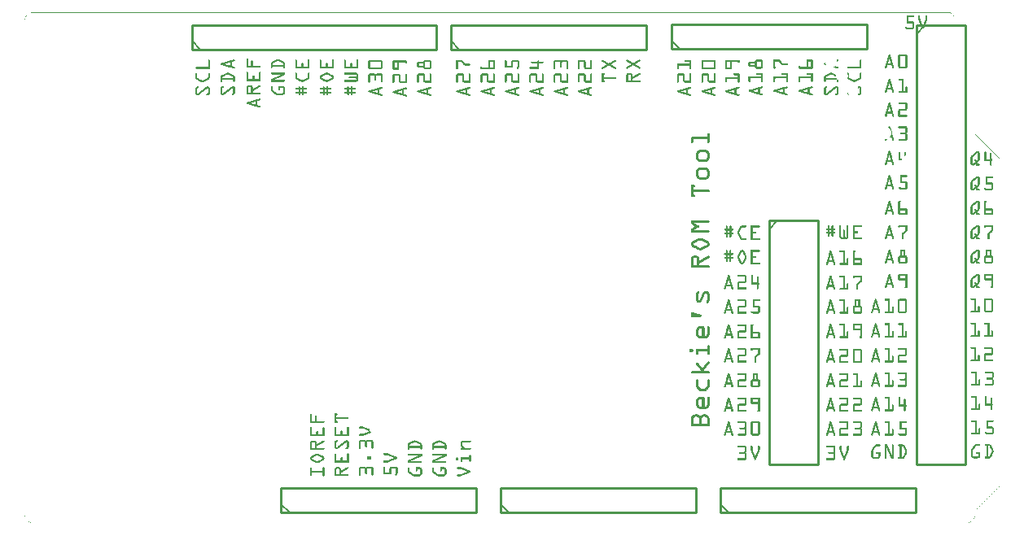
<source format=gto>
G04 MADE WITH FRITZING*
G04 WWW.FRITZING.ORG*
G04 DOUBLE SIDED*
G04 HOLES PLATED*
G04 CONTOUR ON CENTER OF CONTOUR VECTOR*
%ASAXBY*%
%FSLAX23Y23*%
%MOIN*%
%OFA0B0*%
%SFA1.0B1.0*%
%ADD10C,0.010000*%
%ADD11C,0.005000*%
%ADD12R,0.001000X0.001000*%
%LNSILK1*%
G90*
G70*
G54D10*
X1752Y1951D02*
X2552Y1951D01*
D02*
X2552Y1951D02*
X2552Y2051D01*
D02*
X2552Y2051D02*
X1752Y2051D01*
D02*
X1752Y2051D02*
X1752Y1951D01*
G54D11*
D02*
X1787Y1951D02*
X1752Y1986D01*
G54D10*
D02*
X3056Y1250D02*
X3056Y250D01*
D02*
X3056Y250D02*
X3256Y250D01*
D02*
X3256Y250D02*
X3256Y1250D01*
D02*
X3256Y1250D02*
X3056Y1250D01*
G54D11*
D02*
X3056Y1215D02*
X3091Y1250D01*
G54D10*
D02*
X693Y1951D02*
X1693Y1951D01*
D02*
X1693Y1951D02*
X1693Y2051D01*
D02*
X1693Y2051D02*
X693Y2051D01*
D02*
X693Y2051D02*
X693Y1951D01*
G54D11*
D02*
X728Y1951D02*
X693Y1986D01*
G54D10*
D02*
X2855Y53D02*
X3655Y53D01*
D02*
X3655Y53D02*
X3655Y153D01*
D02*
X3655Y153D02*
X2855Y153D01*
D02*
X2855Y153D02*
X2855Y53D01*
G54D11*
D02*
X2890Y53D02*
X2855Y88D01*
G54D10*
D02*
X1057Y53D02*
X1857Y53D01*
D02*
X1857Y53D02*
X1857Y153D01*
D02*
X1857Y153D02*
X1057Y153D01*
D02*
X1057Y153D02*
X1057Y53D01*
G54D11*
D02*
X1092Y53D02*
X1057Y88D01*
G54D10*
D02*
X3659Y2050D02*
X3659Y250D01*
D02*
X3659Y250D02*
X3859Y250D01*
D02*
X3859Y250D02*
X3859Y2050D01*
D02*
X3859Y2050D02*
X3659Y2050D01*
G54D11*
D02*
X3659Y2015D02*
X3694Y2050D01*
G54D10*
D02*
X2656Y1953D02*
X3456Y1953D01*
D02*
X3456Y1953D02*
X3456Y2053D01*
D02*
X3456Y2053D02*
X2656Y2053D01*
D02*
X2656Y2053D02*
X2656Y1953D01*
G54D11*
D02*
X2691Y1953D02*
X2656Y1988D01*
G54D10*
D02*
X1956Y53D02*
X2756Y53D01*
D02*
X2756Y53D02*
X2756Y153D01*
D02*
X2756Y153D02*
X1956Y153D01*
D02*
X1956Y153D02*
X1956Y53D01*
G54D11*
D02*
X1991Y53D02*
X1956Y88D01*
G54D12*
X34Y2102D02*
X3800Y2102D01*
X31Y2101D02*
X33Y2101D01*
X3800Y2101D02*
X3801Y2101D01*
X28Y2100D02*
X30Y2100D01*
X3801Y2100D02*
X3802Y2100D01*
X26Y2099D02*
X27Y2099D01*
X3802Y2099D02*
X3803Y2099D01*
X24Y2098D02*
X25Y2098D01*
X3803Y2098D02*
X3804Y2098D01*
X23Y2097D02*
X24Y2097D01*
X3804Y2097D02*
X3805Y2097D01*
X21Y2096D02*
X22Y2096D01*
X3805Y2096D02*
X3806Y2096D01*
X20Y2095D02*
X21Y2095D01*
X3806Y2095D02*
X3807Y2095D01*
X19Y2094D02*
X19Y2094D01*
X3807Y2094D02*
X3808Y2094D01*
X18Y2093D02*
X18Y2093D01*
X3808Y2093D02*
X3809Y2093D01*
X17Y2092D02*
X17Y2092D01*
X3809Y2092D02*
X3810Y2092D01*
X16Y2091D02*
X16Y2091D01*
X3620Y2091D02*
X3648Y2091D01*
X3669Y2091D02*
X3672Y2091D01*
X3699Y2091D02*
X3702Y2091D01*
X3810Y2091D02*
X3811Y2091D01*
X15Y2090D02*
X15Y2090D01*
X3620Y2090D02*
X3649Y2090D01*
X3668Y2090D02*
X3673Y2090D01*
X3698Y2090D02*
X3704Y2090D01*
X3811Y2090D02*
X3812Y2090D01*
X14Y2089D02*
X15Y2089D01*
X3620Y2089D02*
X3649Y2089D01*
X3668Y2089D02*
X3674Y2089D01*
X3698Y2089D02*
X3704Y2089D01*
X3812Y2089D02*
X3813Y2089D01*
X14Y2088D02*
X14Y2088D01*
X3620Y2088D02*
X3650Y2088D01*
X3668Y2088D02*
X3674Y2088D01*
X3698Y2088D02*
X3704Y2088D01*
X3813Y2088D02*
X3814Y2088D01*
X13Y2087D02*
X13Y2087D01*
X3620Y2087D02*
X3649Y2087D01*
X3668Y2087D02*
X3674Y2087D01*
X3698Y2087D02*
X3704Y2087D01*
X3814Y2087D02*
X3815Y2087D01*
X12Y2086D02*
X12Y2086D01*
X3620Y2086D02*
X3649Y2086D01*
X3668Y2086D02*
X3674Y2086D01*
X3698Y2086D02*
X3704Y2086D01*
X3815Y2086D02*
X3816Y2086D01*
X12Y2085D02*
X12Y2085D01*
X3620Y2085D02*
X3648Y2085D01*
X3668Y2085D02*
X3674Y2085D01*
X3698Y2085D02*
X3704Y2085D01*
X3816Y2085D02*
X3817Y2085D01*
X11Y2084D02*
X11Y2084D01*
X3620Y2084D02*
X3646Y2084D01*
X3668Y2084D02*
X3674Y2084D01*
X3698Y2084D02*
X3704Y2084D01*
X3817Y2084D02*
X3818Y2084D01*
X11Y2083D02*
X11Y2083D01*
X3620Y2083D02*
X3627Y2083D01*
X3668Y2083D02*
X3674Y2083D01*
X3698Y2083D02*
X3704Y2083D01*
X3819Y2083D02*
X3819Y2083D01*
X10Y2082D02*
X10Y2082D01*
X3620Y2082D02*
X3627Y2082D01*
X3668Y2082D02*
X3674Y2082D01*
X3698Y2082D02*
X3704Y2082D01*
X3820Y2082D02*
X3820Y2082D01*
X10Y2081D02*
X10Y2081D01*
X3620Y2081D02*
X3627Y2081D01*
X3668Y2081D02*
X3674Y2081D01*
X3698Y2081D02*
X3704Y2081D01*
X3821Y2081D02*
X3821Y2081D01*
X9Y2080D02*
X9Y2080D01*
X3620Y2080D02*
X3627Y2080D01*
X3668Y2080D02*
X3674Y2080D01*
X3698Y2080D02*
X3704Y2080D01*
X3822Y2080D02*
X3822Y2080D01*
X9Y2079D02*
X9Y2079D01*
X3620Y2079D02*
X3627Y2079D01*
X3668Y2079D02*
X3674Y2079D01*
X3698Y2079D02*
X3704Y2079D01*
X3823Y2079D02*
X3823Y2079D01*
X9Y2078D02*
X9Y2078D01*
X3620Y2078D02*
X3627Y2078D01*
X3668Y2078D02*
X3674Y2078D01*
X3698Y2078D02*
X3704Y2078D01*
X3824Y2078D02*
X3824Y2078D01*
X8Y2077D02*
X8Y2077D01*
X3620Y2077D02*
X3627Y2077D01*
X3668Y2077D02*
X3674Y2077D01*
X3698Y2077D02*
X3704Y2077D01*
X3825Y2077D02*
X3825Y2077D01*
X8Y2076D02*
X8Y2076D01*
X3620Y2076D02*
X3627Y2076D01*
X3668Y2076D02*
X3674Y2076D01*
X3698Y2076D02*
X3704Y2076D01*
X3826Y2076D02*
X3826Y2076D01*
X8Y2075D02*
X8Y2075D01*
X3620Y2075D02*
X3627Y2075D01*
X3668Y2075D02*
X3675Y2075D01*
X3697Y2075D02*
X3704Y2075D01*
X3827Y2075D02*
X3827Y2075D01*
X8Y2074D02*
X8Y2074D01*
X3620Y2074D02*
X3627Y2074D01*
X3668Y2074D02*
X3675Y2074D01*
X3697Y2074D02*
X3704Y2074D01*
X3828Y2074D02*
X3828Y2074D01*
X8Y2073D02*
X8Y2073D01*
X3620Y2073D02*
X3627Y2073D01*
X3668Y2073D02*
X3675Y2073D01*
X3697Y2073D02*
X3704Y2073D01*
X3829Y2073D02*
X3829Y2073D01*
X7Y2072D02*
X7Y2072D01*
X3620Y2072D02*
X3627Y2072D01*
X3668Y2072D02*
X3676Y2072D01*
X3696Y2072D02*
X3703Y2072D01*
X3830Y2072D02*
X3830Y2072D01*
X7Y2071D02*
X7Y2071D01*
X3620Y2071D02*
X3627Y2071D01*
X3669Y2071D02*
X3676Y2071D01*
X3696Y2071D02*
X3703Y2071D01*
X3831Y2071D02*
X3831Y2071D01*
X7Y2070D02*
X7Y2070D01*
X3620Y2070D02*
X3627Y2070D01*
X3669Y2070D02*
X3676Y2070D01*
X3695Y2070D02*
X3703Y2070D01*
X3832Y2070D02*
X3832Y2070D01*
X7Y2069D02*
X7Y2069D01*
X3620Y2069D02*
X3627Y2069D01*
X3670Y2069D02*
X3677Y2069D01*
X3695Y2069D02*
X3702Y2069D01*
X3833Y2069D02*
X3833Y2069D01*
X7Y2068D02*
X7Y2068D01*
X3620Y2068D02*
X3627Y2068D01*
X3670Y2068D02*
X3677Y2068D01*
X3695Y2068D02*
X3702Y2068D01*
X3834Y2068D02*
X3834Y2068D01*
X7Y2067D02*
X7Y2067D01*
X3620Y2067D02*
X3627Y2067D01*
X3670Y2067D02*
X3678Y2067D01*
X3694Y2067D02*
X3701Y2067D01*
X3835Y2067D02*
X3835Y2067D01*
X7Y2066D02*
X7Y2066D01*
X3620Y2066D02*
X3627Y2066D01*
X3671Y2066D02*
X3678Y2066D01*
X3694Y2066D02*
X3701Y2066D01*
X3836Y2066D02*
X3836Y2066D01*
X7Y2065D02*
X7Y2065D01*
X3620Y2065D02*
X3645Y2065D01*
X3671Y2065D02*
X3678Y2065D01*
X3693Y2065D02*
X3701Y2065D01*
X3837Y2065D02*
X3837Y2065D01*
X7Y2064D02*
X7Y2064D01*
X3620Y2064D02*
X3647Y2064D01*
X3672Y2064D02*
X3679Y2064D01*
X3693Y2064D02*
X3700Y2064D01*
X3838Y2064D02*
X3838Y2064D01*
X7Y2063D02*
X7Y2063D01*
X3620Y2063D02*
X3648Y2063D01*
X3672Y2063D02*
X3679Y2063D01*
X3693Y2063D02*
X3700Y2063D01*
X3839Y2063D02*
X3839Y2063D01*
X7Y2062D02*
X7Y2062D01*
X3620Y2062D02*
X3649Y2062D01*
X3672Y2062D02*
X3680Y2062D01*
X3692Y2062D02*
X3700Y2062D01*
X3840Y2062D02*
X3840Y2062D01*
X7Y2061D02*
X7Y2061D01*
X3620Y2061D02*
X3649Y2061D01*
X3673Y2061D02*
X3680Y2061D01*
X3692Y2061D02*
X3699Y2061D01*
X3841Y2061D02*
X3841Y2061D01*
X7Y2060D02*
X7Y2060D01*
X3620Y2060D02*
X3649Y2060D01*
X3673Y2060D02*
X3680Y2060D01*
X3692Y2060D02*
X3699Y2060D01*
X3842Y2060D02*
X3842Y2060D01*
X7Y2059D02*
X7Y2059D01*
X3620Y2059D02*
X3649Y2059D01*
X3673Y2059D02*
X3681Y2059D01*
X3691Y2059D02*
X3698Y2059D01*
X3843Y2059D02*
X3843Y2059D01*
X7Y2058D02*
X7Y2058D01*
X3643Y2058D02*
X3650Y2058D01*
X3674Y2058D02*
X3681Y2058D01*
X3691Y2058D02*
X3698Y2058D01*
X3844Y2058D02*
X3844Y2058D01*
X7Y2057D02*
X7Y2057D01*
X3643Y2057D02*
X3650Y2057D01*
X3674Y2057D02*
X3682Y2057D01*
X3690Y2057D02*
X3698Y2057D01*
X3845Y2057D02*
X3845Y2057D01*
X7Y2056D02*
X7Y2056D01*
X3643Y2056D02*
X3650Y2056D01*
X3675Y2056D02*
X3682Y2056D01*
X3690Y2056D02*
X3697Y2056D01*
X3846Y2056D02*
X3846Y2056D01*
X7Y2055D02*
X7Y2055D01*
X3643Y2055D02*
X3650Y2055D01*
X3675Y2055D02*
X3682Y2055D01*
X3690Y2055D02*
X3697Y2055D01*
X3847Y2055D02*
X3847Y2055D01*
X7Y2054D02*
X7Y2054D01*
X3643Y2054D02*
X3650Y2054D01*
X3675Y2054D02*
X3683Y2054D01*
X3689Y2054D02*
X3696Y2054D01*
X3848Y2054D02*
X3848Y2054D01*
X7Y2053D02*
X7Y2053D01*
X3643Y2053D02*
X3650Y2053D01*
X3676Y2053D02*
X3683Y2053D01*
X3689Y2053D02*
X3696Y2053D01*
X3849Y2053D02*
X3849Y2053D01*
X7Y2052D02*
X7Y2052D01*
X3643Y2052D02*
X3650Y2052D01*
X3676Y2052D02*
X3684Y2052D01*
X3688Y2052D02*
X3696Y2052D01*
X3850Y2052D02*
X3850Y2052D01*
X7Y2051D02*
X7Y2051D01*
X3643Y2051D02*
X3650Y2051D01*
X3677Y2051D02*
X3684Y2051D01*
X3688Y2051D02*
X3695Y2051D01*
X3851Y2051D02*
X3851Y2051D01*
X7Y2050D02*
X7Y2050D01*
X3643Y2050D02*
X3650Y2050D01*
X3677Y2050D02*
X3684Y2050D01*
X3688Y2050D02*
X3695Y2050D01*
X3852Y2050D02*
X3852Y2050D01*
X7Y2049D02*
X7Y2049D01*
X3643Y2049D02*
X3650Y2049D01*
X3677Y2049D02*
X3685Y2049D01*
X3687Y2049D02*
X3694Y2049D01*
X3853Y2049D02*
X3853Y2049D01*
X7Y2048D02*
X7Y2048D01*
X3643Y2048D02*
X3650Y2048D01*
X3678Y2048D02*
X3685Y2048D01*
X3687Y2048D02*
X3694Y2048D01*
X3854Y2048D02*
X3854Y2048D01*
X7Y2047D02*
X7Y2047D01*
X3643Y2047D02*
X3650Y2047D01*
X3678Y2047D02*
X3694Y2047D01*
X3855Y2047D02*
X3855Y2047D01*
X7Y2046D02*
X7Y2046D01*
X3643Y2046D02*
X3650Y2046D01*
X3679Y2046D02*
X3693Y2046D01*
X3856Y2046D02*
X3856Y2046D01*
X7Y2045D02*
X7Y2045D01*
X3643Y2045D02*
X3650Y2045D01*
X3679Y2045D02*
X3693Y2045D01*
X3857Y2045D02*
X3857Y2045D01*
X7Y2044D02*
X7Y2044D01*
X3643Y2044D02*
X3650Y2044D01*
X3679Y2044D02*
X3693Y2044D01*
X3858Y2044D02*
X3858Y2044D01*
X7Y2043D02*
X7Y2043D01*
X3615Y2043D02*
X3617Y2043D01*
X3643Y2043D02*
X3650Y2043D01*
X3680Y2043D02*
X3692Y2043D01*
X3859Y2043D02*
X3859Y2043D01*
X7Y2042D02*
X7Y2042D01*
X3614Y2042D02*
X3620Y2042D01*
X3643Y2042D02*
X3650Y2042D01*
X3680Y2042D02*
X3692Y2042D01*
X3860Y2042D02*
X3860Y2042D01*
X7Y2041D02*
X7Y2041D01*
X3613Y2041D02*
X3622Y2041D01*
X3643Y2041D02*
X3650Y2041D01*
X3680Y2041D02*
X3691Y2041D01*
X3861Y2041D02*
X3861Y2041D01*
X7Y2040D02*
X7Y2040D01*
X3613Y2040D02*
X3650Y2040D01*
X3681Y2040D02*
X3690Y2040D01*
X3862Y2040D02*
X3862Y2040D01*
X7Y2039D02*
X7Y2039D01*
X3613Y2039D02*
X3649Y2039D01*
X3681Y2039D02*
X3688Y2039D01*
X3863Y2039D02*
X3863Y2039D01*
X7Y2038D02*
X7Y2038D01*
X3613Y2038D02*
X3649Y2038D01*
X3682Y2038D02*
X3686Y2038D01*
X3864Y2038D02*
X3864Y2038D01*
X7Y2037D02*
X7Y2037D01*
X3614Y2037D02*
X3649Y2037D01*
X3682Y2037D02*
X3685Y2037D01*
X3865Y2037D02*
X3865Y2037D01*
X7Y2036D02*
X7Y2036D01*
X3615Y2036D02*
X3648Y2036D01*
X3682Y2036D02*
X3683Y2036D01*
X3866Y2036D02*
X3866Y2036D01*
X7Y2035D02*
X7Y2035D01*
X3617Y2035D02*
X3647Y2035D01*
X3867Y2035D02*
X3867Y2035D01*
X7Y2034D02*
X7Y2034D01*
X3620Y2034D02*
X3646Y2034D01*
X3868Y2034D02*
X3868Y2034D01*
X7Y2033D02*
X7Y2033D01*
X3623Y2033D02*
X3644Y2033D01*
X3869Y2033D02*
X3869Y2033D01*
X7Y2032D02*
X7Y2032D01*
X3870Y2032D02*
X3870Y2032D01*
X7Y2031D02*
X7Y2031D01*
X3871Y2031D02*
X3871Y2031D01*
X7Y2030D02*
X7Y2030D01*
X3872Y2030D02*
X3872Y2030D01*
X7Y2029D02*
X7Y2029D01*
X3873Y2029D02*
X3873Y2029D01*
X7Y2028D02*
X7Y2028D01*
X3874Y2028D02*
X3874Y2028D01*
X7Y2027D02*
X7Y2027D01*
X3875Y2027D02*
X3875Y2027D01*
X7Y2026D02*
X7Y2026D01*
X3876Y2026D02*
X3876Y2026D01*
X7Y2025D02*
X7Y2025D01*
X3877Y2025D02*
X3877Y2025D01*
X7Y2024D02*
X7Y2024D01*
X3878Y2024D02*
X3878Y2024D01*
X7Y2023D02*
X7Y2023D01*
X3879Y2023D02*
X3879Y2023D01*
X7Y2022D02*
X7Y2022D01*
X3880Y2022D02*
X3880Y2022D01*
X7Y2021D02*
X7Y2021D01*
X3881Y2021D02*
X3881Y2021D01*
X7Y2020D02*
X7Y2020D01*
X3882Y2020D02*
X3882Y2020D01*
X7Y2019D02*
X7Y2019D01*
X3883Y2019D02*
X3883Y2019D01*
X7Y2018D02*
X7Y2018D01*
X3884Y2018D02*
X3884Y2018D01*
X7Y2017D02*
X7Y2017D01*
X3885Y2017D02*
X3885Y2017D01*
X7Y2016D02*
X7Y2016D01*
X3886Y2016D02*
X3886Y2016D01*
X7Y2015D02*
X7Y2015D01*
X3887Y2015D02*
X3887Y2015D01*
X7Y2014D02*
X7Y2014D01*
X3888Y2014D02*
X3888Y2014D01*
X7Y2013D02*
X7Y2013D01*
X3889Y2013D02*
X3889Y2013D01*
X7Y2012D02*
X7Y2012D01*
X3890Y2012D02*
X3890Y2012D01*
X7Y2011D02*
X7Y2011D01*
X3891Y2011D02*
X3891Y2011D01*
X7Y2010D02*
X7Y2010D01*
X3892Y2010D02*
X3892Y2010D01*
X7Y2009D02*
X7Y2009D01*
X3893Y2009D02*
X3893Y2009D01*
X7Y2008D02*
X7Y2008D01*
X3894Y2008D02*
X3894Y2008D01*
X7Y2007D02*
X7Y2007D01*
X3895Y2007D02*
X3895Y2007D01*
X7Y2006D02*
X7Y2006D01*
X3896Y2006D02*
X3896Y2006D01*
X7Y2005D02*
X7Y2005D01*
X3897Y2005D02*
X3897Y2005D01*
X7Y2004D02*
X7Y2004D01*
X3898Y2004D02*
X3898Y2004D01*
X7Y2003D02*
X7Y2003D01*
X3899Y2003D02*
X3899Y2003D01*
X7Y2002D02*
X7Y2002D01*
X3899Y2002D02*
X3899Y2002D01*
X7Y2001D02*
X7Y2001D01*
X3899Y2001D02*
X3899Y2001D01*
X7Y2000D02*
X7Y2000D01*
X3899Y2000D02*
X3899Y2000D01*
X7Y1999D02*
X7Y1999D01*
X3899Y1999D02*
X3899Y1999D01*
X7Y1998D02*
X7Y1998D01*
X3899Y1998D02*
X3899Y1998D01*
X7Y1997D02*
X7Y1997D01*
X3899Y1997D02*
X3899Y1997D01*
X7Y1996D02*
X7Y1996D01*
X3899Y1996D02*
X3899Y1996D01*
X7Y1995D02*
X7Y1995D01*
X3899Y1995D02*
X3899Y1995D01*
X7Y1994D02*
X7Y1994D01*
X3899Y1994D02*
X3899Y1994D01*
X7Y1993D02*
X7Y1993D01*
X3899Y1993D02*
X3899Y1993D01*
X7Y1992D02*
X7Y1992D01*
X3899Y1992D02*
X3899Y1992D01*
X7Y1991D02*
X7Y1991D01*
X3899Y1991D02*
X3899Y1991D01*
X7Y1990D02*
X7Y1990D01*
X3899Y1990D02*
X3899Y1990D01*
X7Y1989D02*
X7Y1989D01*
X3899Y1989D02*
X3899Y1989D01*
X7Y1988D02*
X7Y1988D01*
X3899Y1988D02*
X3899Y1988D01*
X7Y1987D02*
X7Y1987D01*
X3899Y1987D02*
X3899Y1987D01*
X7Y1986D02*
X7Y1986D01*
X3899Y1986D02*
X3899Y1986D01*
X7Y1985D02*
X7Y1985D01*
X3899Y1985D02*
X3899Y1985D01*
X7Y1984D02*
X7Y1984D01*
X3899Y1984D02*
X3899Y1984D01*
X7Y1983D02*
X7Y1983D01*
X3899Y1983D02*
X3899Y1983D01*
X7Y1982D02*
X7Y1982D01*
X3899Y1982D02*
X3899Y1982D01*
X7Y1981D02*
X7Y1981D01*
X3899Y1981D02*
X3899Y1981D01*
X7Y1980D02*
X7Y1980D01*
X3899Y1980D02*
X3899Y1980D01*
X7Y1979D02*
X7Y1979D01*
X3899Y1979D02*
X3899Y1979D01*
X7Y1978D02*
X7Y1978D01*
X3899Y1978D02*
X3899Y1978D01*
X7Y1977D02*
X7Y1977D01*
X3899Y1977D02*
X3899Y1977D01*
X7Y1976D02*
X7Y1976D01*
X3899Y1976D02*
X3899Y1976D01*
X7Y1975D02*
X7Y1975D01*
X3899Y1975D02*
X3899Y1975D01*
X7Y1974D02*
X7Y1974D01*
X3899Y1974D02*
X3899Y1974D01*
X7Y1973D02*
X7Y1973D01*
X3899Y1973D02*
X3899Y1973D01*
X7Y1972D02*
X7Y1972D01*
X3899Y1972D02*
X3899Y1972D01*
X7Y1971D02*
X7Y1971D01*
X3899Y1971D02*
X3899Y1971D01*
X7Y1970D02*
X7Y1970D01*
X3899Y1970D02*
X3899Y1970D01*
X7Y1969D02*
X7Y1969D01*
X3899Y1969D02*
X3899Y1969D01*
X7Y1968D02*
X7Y1968D01*
X3899Y1968D02*
X3899Y1968D01*
X7Y1967D02*
X7Y1967D01*
X3899Y1967D02*
X3899Y1967D01*
X7Y1966D02*
X7Y1966D01*
X3899Y1966D02*
X3899Y1966D01*
X7Y1965D02*
X7Y1965D01*
X3899Y1965D02*
X3899Y1965D01*
X7Y1964D02*
X7Y1964D01*
X3899Y1964D02*
X3899Y1964D01*
X7Y1963D02*
X7Y1963D01*
X3899Y1963D02*
X3899Y1963D01*
X7Y1962D02*
X7Y1962D01*
X3899Y1962D02*
X3899Y1962D01*
X7Y1961D02*
X7Y1961D01*
X3899Y1961D02*
X3899Y1961D01*
X7Y1960D02*
X7Y1960D01*
X3899Y1960D02*
X3899Y1960D01*
X7Y1959D02*
X7Y1959D01*
X3899Y1959D02*
X3899Y1959D01*
X7Y1958D02*
X7Y1958D01*
X3899Y1958D02*
X3899Y1958D01*
X7Y1957D02*
X7Y1957D01*
X3899Y1957D02*
X3899Y1957D01*
X7Y1956D02*
X7Y1956D01*
X3899Y1956D02*
X3899Y1956D01*
X7Y1955D02*
X7Y1955D01*
X3899Y1955D02*
X3899Y1955D01*
X7Y1954D02*
X7Y1954D01*
X3899Y1954D02*
X3899Y1954D01*
X7Y1953D02*
X7Y1953D01*
X3899Y1953D02*
X3899Y1953D01*
X7Y1952D02*
X7Y1952D01*
X3899Y1952D02*
X3899Y1952D01*
X7Y1951D02*
X7Y1951D01*
X3899Y1951D02*
X3899Y1951D01*
X7Y1950D02*
X7Y1950D01*
X3899Y1950D02*
X3899Y1950D01*
X7Y1949D02*
X7Y1949D01*
X3899Y1949D02*
X3899Y1949D01*
X7Y1948D02*
X7Y1948D01*
X3899Y1948D02*
X3899Y1948D01*
X7Y1947D02*
X7Y1947D01*
X3899Y1947D02*
X3899Y1947D01*
X7Y1946D02*
X7Y1946D01*
X3899Y1946D02*
X3899Y1946D01*
X7Y1945D02*
X7Y1945D01*
X3899Y1945D02*
X3899Y1945D01*
X7Y1944D02*
X7Y1944D01*
X3899Y1944D02*
X3899Y1944D01*
X7Y1943D02*
X7Y1943D01*
X3899Y1943D02*
X3899Y1943D01*
X7Y1942D02*
X7Y1942D01*
X3899Y1942D02*
X3899Y1942D01*
X7Y1941D02*
X7Y1941D01*
X3899Y1941D02*
X3899Y1941D01*
X7Y1940D02*
X7Y1940D01*
X3899Y1940D02*
X3899Y1940D01*
X7Y1939D02*
X7Y1939D01*
X3899Y1939D02*
X3899Y1939D01*
X7Y1938D02*
X7Y1938D01*
X3899Y1938D02*
X3899Y1938D01*
X7Y1937D02*
X7Y1937D01*
X3899Y1937D02*
X3899Y1937D01*
X7Y1936D02*
X7Y1936D01*
X3899Y1936D02*
X3899Y1936D01*
X7Y1935D02*
X7Y1935D01*
X3899Y1935D02*
X3899Y1935D01*
X7Y1934D02*
X7Y1934D01*
X3899Y1934D02*
X3899Y1934D01*
X7Y1933D02*
X7Y1933D01*
X3899Y1933D02*
X3899Y1933D01*
X7Y1932D02*
X7Y1932D01*
X3899Y1932D02*
X3899Y1932D01*
X7Y1931D02*
X7Y1931D01*
X3547Y1931D02*
X3551Y1931D01*
X3590Y1931D02*
X3617Y1931D01*
X3899Y1931D02*
X3899Y1931D01*
X7Y1930D02*
X7Y1930D01*
X3546Y1930D02*
X3552Y1930D01*
X3588Y1930D02*
X3619Y1930D01*
X3899Y1930D02*
X3899Y1930D01*
X7Y1929D02*
X7Y1929D01*
X3546Y1929D02*
X3552Y1929D01*
X3587Y1929D02*
X3620Y1929D01*
X3899Y1929D02*
X3899Y1929D01*
X7Y1928D02*
X7Y1928D01*
X3546Y1928D02*
X3552Y1928D01*
X3587Y1928D02*
X3621Y1928D01*
X3899Y1928D02*
X3899Y1928D01*
X7Y1927D02*
X7Y1927D01*
X3545Y1927D02*
X3553Y1927D01*
X3586Y1927D02*
X3621Y1927D01*
X3899Y1927D02*
X3899Y1927D01*
X7Y1926D02*
X7Y1926D01*
X3545Y1926D02*
X3553Y1926D01*
X3586Y1926D02*
X3622Y1926D01*
X3899Y1926D02*
X3899Y1926D01*
X7Y1925D02*
X7Y1925D01*
X3545Y1925D02*
X3553Y1925D01*
X3585Y1925D02*
X3622Y1925D01*
X3899Y1925D02*
X3899Y1925D01*
X7Y1924D02*
X7Y1924D01*
X3544Y1924D02*
X3554Y1924D01*
X3585Y1924D02*
X3622Y1924D01*
X3899Y1924D02*
X3899Y1924D01*
X7Y1923D02*
X7Y1923D01*
X3544Y1923D02*
X3554Y1923D01*
X3585Y1923D02*
X3592Y1923D01*
X3615Y1923D02*
X3622Y1923D01*
X3899Y1923D02*
X3899Y1923D01*
X7Y1922D02*
X7Y1922D01*
X3544Y1922D02*
X3554Y1922D01*
X3585Y1922D02*
X3592Y1922D01*
X3615Y1922D02*
X3622Y1922D01*
X3899Y1922D02*
X3899Y1922D01*
X7Y1921D02*
X7Y1921D01*
X3543Y1921D02*
X3554Y1921D01*
X3585Y1921D02*
X3592Y1921D01*
X3615Y1921D02*
X3622Y1921D01*
X3899Y1921D02*
X3899Y1921D01*
X7Y1920D02*
X7Y1920D01*
X3543Y1920D02*
X3555Y1920D01*
X3585Y1920D02*
X3592Y1920D01*
X3615Y1920D02*
X3622Y1920D01*
X3899Y1920D02*
X3899Y1920D01*
X7Y1919D02*
X7Y1919D01*
X3543Y1919D02*
X3555Y1919D01*
X3585Y1919D02*
X3592Y1919D01*
X3615Y1919D02*
X3622Y1919D01*
X3899Y1919D02*
X3899Y1919D01*
X7Y1918D02*
X7Y1918D01*
X3543Y1918D02*
X3555Y1918D01*
X3585Y1918D02*
X3592Y1918D01*
X3615Y1918D02*
X3622Y1918D01*
X3899Y1918D02*
X3899Y1918D01*
X7Y1917D02*
X7Y1917D01*
X3542Y1917D02*
X3556Y1917D01*
X3585Y1917D02*
X3592Y1917D01*
X3615Y1917D02*
X3622Y1917D01*
X3899Y1917D02*
X3899Y1917D01*
X7Y1916D02*
X7Y1916D01*
X3542Y1916D02*
X3556Y1916D01*
X3585Y1916D02*
X3592Y1916D01*
X3615Y1916D02*
X3622Y1916D01*
X3899Y1916D02*
X3899Y1916D01*
X7Y1915D02*
X7Y1915D01*
X3542Y1915D02*
X3556Y1915D01*
X3585Y1915D02*
X3592Y1915D01*
X3615Y1915D02*
X3622Y1915D01*
X3899Y1915D02*
X3899Y1915D01*
X7Y1914D02*
X7Y1914D01*
X918Y1914D02*
X920Y1914D01*
X3541Y1914D02*
X3556Y1914D01*
X3585Y1914D02*
X3592Y1914D01*
X3615Y1914D02*
X3622Y1914D01*
X3899Y1914D02*
X3899Y1914D01*
X7Y1913D02*
X7Y1913D01*
X917Y1913D02*
X921Y1913D01*
X3541Y1913D02*
X3548Y1913D01*
X3550Y1913D02*
X3557Y1913D01*
X3585Y1913D02*
X3592Y1913D01*
X3615Y1913D02*
X3622Y1913D01*
X3899Y1913D02*
X3899Y1913D01*
X7Y1912D02*
X7Y1912D01*
X916Y1912D02*
X922Y1912D01*
X3541Y1912D02*
X3548Y1912D01*
X3550Y1912D02*
X3557Y1912D01*
X3585Y1912D02*
X3592Y1912D01*
X3615Y1912D02*
X3622Y1912D01*
X3899Y1912D02*
X3899Y1912D01*
X7Y1911D02*
X7Y1911D01*
X916Y1911D02*
X922Y1911D01*
X1043Y1911D02*
X1047Y1911D01*
X3541Y1911D02*
X3548Y1911D01*
X3550Y1911D02*
X3557Y1911D01*
X3585Y1911D02*
X3592Y1911D01*
X3615Y1911D02*
X3622Y1911D01*
X3899Y1911D02*
X3899Y1911D01*
X7Y1910D02*
X7Y1910D01*
X865Y1910D02*
X866Y1910D01*
X916Y1910D02*
X922Y1910D01*
X1039Y1910D02*
X1050Y1910D01*
X1119Y1910D02*
X1119Y1910D01*
X1170Y1910D02*
X1171Y1910D01*
X1219Y1910D02*
X1219Y1910D01*
X1270Y1910D02*
X1271Y1910D01*
X1319Y1910D02*
X1319Y1910D01*
X1370Y1910D02*
X1371Y1910D01*
X3336Y1910D02*
X3337Y1910D01*
X3431Y1910D02*
X3431Y1910D01*
X3540Y1910D02*
X3547Y1910D01*
X3551Y1910D02*
X3558Y1910D01*
X3585Y1910D02*
X3592Y1910D01*
X3615Y1910D02*
X3622Y1910D01*
X3899Y1910D02*
X3899Y1910D01*
X7Y1909D02*
X7Y1909D01*
X761Y1909D02*
X763Y1909D01*
X861Y1909D02*
X867Y1909D01*
X916Y1909D02*
X922Y1909D01*
X1037Y1909D02*
X1053Y1909D01*
X1117Y1909D02*
X1121Y1909D01*
X1168Y1909D02*
X1173Y1909D01*
X1217Y1909D02*
X1221Y1909D01*
X1268Y1909D02*
X1273Y1909D01*
X1317Y1909D02*
X1321Y1909D01*
X1368Y1909D02*
X1372Y1909D01*
X2473Y1909D02*
X2476Y1909D01*
X2524Y1909D02*
X2527Y1909D01*
X3003Y1909D02*
X3026Y1909D01*
X3075Y1909D02*
X3099Y1909D01*
X3211Y1909D02*
X3233Y1909D01*
X3333Y1909D02*
X3339Y1909D01*
X3429Y1909D02*
X3433Y1909D01*
X3540Y1909D02*
X3547Y1909D01*
X3551Y1909D02*
X3558Y1909D01*
X3585Y1909D02*
X3592Y1909D01*
X3615Y1909D02*
X3622Y1909D01*
X3899Y1909D02*
X3899Y1909D01*
X7Y1908D02*
X7Y1908D01*
X760Y1908D02*
X764Y1908D01*
X858Y1908D02*
X868Y1908D01*
X916Y1908D02*
X922Y1908D01*
X1035Y1908D02*
X1055Y1908D01*
X1116Y1908D02*
X1122Y1908D01*
X1168Y1908D02*
X1173Y1908D01*
X1216Y1908D02*
X1222Y1908D01*
X1268Y1908D02*
X1273Y1908D01*
X1316Y1908D02*
X1322Y1908D01*
X1367Y1908D02*
X1373Y1908D01*
X2373Y1908D02*
X2375Y1908D01*
X2425Y1908D02*
X2426Y1908D01*
X2472Y1908D02*
X2477Y1908D01*
X2523Y1908D02*
X2528Y1908D01*
X3001Y1908D02*
X3027Y1908D01*
X3075Y1908D02*
X3100Y1908D01*
X3210Y1908D02*
X3234Y1908D01*
X3334Y1908D02*
X3339Y1908D01*
X3428Y1908D02*
X3434Y1908D01*
X3540Y1908D02*
X3547Y1908D01*
X3551Y1908D02*
X3558Y1908D01*
X3585Y1908D02*
X3592Y1908D01*
X3615Y1908D02*
X3622Y1908D01*
X3899Y1908D02*
X3899Y1908D01*
X7Y1907D02*
X7Y1907D01*
X759Y1907D02*
X765Y1907D01*
X854Y1907D02*
X868Y1907D01*
X916Y1907D02*
X922Y1907D01*
X1033Y1907D02*
X1057Y1907D01*
X1116Y1907D02*
X1122Y1907D01*
X1167Y1907D02*
X1174Y1907D01*
X1216Y1907D02*
X1222Y1907D01*
X1267Y1907D02*
X1274Y1907D01*
X1316Y1907D02*
X1322Y1907D01*
X1367Y1907D02*
X1374Y1907D01*
X1420Y1907D02*
X1468Y1907D01*
X1646Y1907D02*
X1668Y1907D01*
X1775Y1907D02*
X1799Y1907D01*
X1909Y1907D02*
X1931Y1907D01*
X1977Y1907D02*
X1979Y1907D01*
X2006Y1907D02*
X2027Y1907D01*
X2180Y1907D02*
X2198Y1907D01*
X2209Y1907D02*
X2227Y1907D01*
X2278Y1907D02*
X2299Y1907D01*
X2326Y1907D02*
X2328Y1907D01*
X2372Y1907D02*
X2377Y1907D01*
X2423Y1907D02*
X2428Y1907D01*
X2471Y1907D02*
X2479Y1907D01*
X2521Y1907D02*
X2529Y1907D01*
X2714Y1907D02*
X2735Y1907D01*
X2785Y1907D02*
X2832Y1907D01*
X2879Y1907D02*
X2933Y1907D01*
X3000Y1907D02*
X3028Y1907D01*
X3075Y1907D02*
X3101Y1907D01*
X3209Y1907D02*
X3235Y1907D01*
X3334Y1907D02*
X3340Y1907D01*
X3428Y1907D02*
X3434Y1907D01*
X3539Y1907D02*
X3546Y1907D01*
X3552Y1907D02*
X3559Y1907D01*
X3585Y1907D02*
X3592Y1907D01*
X3615Y1907D02*
X3622Y1907D01*
X3899Y1907D02*
X3899Y1907D01*
X7Y1906D02*
X7Y1906D01*
X759Y1906D02*
X765Y1906D01*
X851Y1906D02*
X868Y1906D01*
X916Y1906D02*
X922Y1906D01*
X937Y1906D02*
X940Y1906D01*
X1031Y1906D02*
X1059Y1906D01*
X1116Y1906D02*
X1122Y1906D01*
X1167Y1906D02*
X1174Y1906D01*
X1216Y1906D02*
X1222Y1906D01*
X1267Y1906D02*
X1274Y1906D01*
X1316Y1906D02*
X1322Y1906D01*
X1367Y1906D02*
X1374Y1906D01*
X1418Y1906D02*
X1470Y1906D01*
X1644Y1906D02*
X1670Y1906D01*
X1775Y1906D02*
X1800Y1906D01*
X1908Y1906D02*
X1932Y1906D01*
X1976Y1906D02*
X1980Y1906D01*
X2004Y1906D02*
X2029Y1906D01*
X2178Y1906D02*
X2201Y1906D01*
X2207Y1906D02*
X2229Y1906D01*
X2276Y1906D02*
X2301Y1906D01*
X2325Y1906D02*
X2330Y1906D01*
X2371Y1906D02*
X2379Y1906D01*
X2421Y1906D02*
X2429Y1906D01*
X2471Y1906D02*
X2481Y1906D01*
X2519Y1906D02*
X2529Y1906D01*
X2712Y1906D02*
X2736Y1906D01*
X2783Y1906D02*
X2834Y1906D01*
X2878Y1906D02*
X2934Y1906D01*
X2999Y1906D02*
X3029Y1906D01*
X3075Y1906D02*
X3102Y1906D01*
X3209Y1906D02*
X3235Y1906D01*
X3335Y1906D02*
X3340Y1906D01*
X3428Y1906D02*
X3434Y1906D01*
X3539Y1906D02*
X3546Y1906D01*
X3552Y1906D02*
X3559Y1906D01*
X3585Y1906D02*
X3592Y1906D01*
X3615Y1906D02*
X3622Y1906D01*
X3899Y1906D02*
X3899Y1906D01*
X7Y1905D02*
X7Y1905D01*
X759Y1905D02*
X765Y1905D01*
X847Y1905D02*
X868Y1905D01*
X916Y1905D02*
X922Y1905D01*
X936Y1905D02*
X941Y1905D01*
X1029Y1905D02*
X1061Y1905D01*
X1116Y1905D02*
X1122Y1905D01*
X1167Y1905D02*
X1174Y1905D01*
X1216Y1905D02*
X1222Y1905D01*
X1267Y1905D02*
X1274Y1905D01*
X1316Y1905D02*
X1322Y1905D01*
X1367Y1905D02*
X1374Y1905D01*
X1417Y1905D02*
X1471Y1905D01*
X1518Y1905D02*
X1570Y1905D01*
X1643Y1905D02*
X1671Y1905D01*
X1775Y1905D02*
X1801Y1905D01*
X1907Y1905D02*
X1933Y1905D01*
X1975Y1905D02*
X1981Y1905D01*
X2003Y1905D02*
X2031Y1905D01*
X2109Y1905D02*
X2112Y1905D01*
X2177Y1905D02*
X2202Y1905D01*
X2205Y1905D02*
X2231Y1905D01*
X2275Y1905D02*
X2303Y1905D01*
X2324Y1905D02*
X2330Y1905D01*
X2371Y1905D02*
X2380Y1905D01*
X2420Y1905D02*
X2429Y1905D01*
X2471Y1905D02*
X2482Y1905D01*
X2517Y1905D02*
X2529Y1905D01*
X2712Y1905D02*
X2737Y1905D01*
X2781Y1905D02*
X2835Y1905D01*
X2877Y1905D02*
X2935Y1905D01*
X2999Y1905D02*
X3030Y1905D01*
X3075Y1905D02*
X3102Y1905D01*
X3209Y1905D02*
X3235Y1905D01*
X3335Y1905D02*
X3340Y1905D01*
X3428Y1905D02*
X3434Y1905D01*
X3539Y1905D02*
X3546Y1905D01*
X3552Y1905D02*
X3559Y1905D01*
X3585Y1905D02*
X3592Y1905D01*
X3615Y1905D02*
X3622Y1905D01*
X3899Y1905D02*
X3899Y1905D01*
X7Y1904D02*
X7Y1904D01*
X759Y1904D02*
X765Y1904D01*
X844Y1904D02*
X867Y1904D01*
X916Y1904D02*
X922Y1904D01*
X935Y1904D02*
X941Y1904D01*
X1027Y1904D02*
X1063Y1904D01*
X1116Y1904D02*
X1122Y1904D01*
X1167Y1904D02*
X1174Y1904D01*
X1216Y1904D02*
X1222Y1904D01*
X1267Y1904D02*
X1274Y1904D01*
X1316Y1904D02*
X1322Y1904D01*
X1367Y1904D02*
X1374Y1904D01*
X1416Y1904D02*
X1472Y1904D01*
X1516Y1904D02*
X1572Y1904D01*
X1642Y1904D02*
X1672Y1904D01*
X1775Y1904D02*
X1802Y1904D01*
X1907Y1904D02*
X1933Y1904D01*
X1975Y1904D02*
X1981Y1904D01*
X2002Y1904D02*
X2031Y1904D01*
X2108Y1904D02*
X2113Y1904D01*
X2176Y1904D02*
X2231Y1904D01*
X2274Y1904D02*
X2303Y1904D01*
X2324Y1904D02*
X2331Y1904D01*
X2371Y1904D02*
X2382Y1904D01*
X2418Y1904D02*
X2429Y1904D01*
X2471Y1904D02*
X2484Y1904D01*
X2516Y1904D02*
X2529Y1904D01*
X2711Y1904D02*
X2737Y1904D01*
X2781Y1904D02*
X2836Y1904D01*
X2877Y1904D02*
X2935Y1904D01*
X2998Y1904D02*
X3030Y1904D01*
X3075Y1904D02*
X3103Y1904D01*
X3209Y1904D02*
X3235Y1904D01*
X3335Y1904D02*
X3339Y1904D01*
X3428Y1904D02*
X3434Y1904D01*
X3539Y1904D02*
X3545Y1904D01*
X3552Y1904D02*
X3559Y1904D01*
X3585Y1904D02*
X3592Y1904D01*
X3615Y1904D02*
X3622Y1904D01*
X3899Y1904D02*
X3899Y1904D01*
X7Y1903D02*
X7Y1903D01*
X759Y1903D02*
X765Y1903D01*
X841Y1903D02*
X866Y1903D01*
X916Y1903D02*
X922Y1903D01*
X935Y1903D02*
X942Y1903D01*
X1025Y1903D02*
X1041Y1903D01*
X1048Y1903D02*
X1065Y1903D01*
X1116Y1903D02*
X1122Y1903D01*
X1167Y1903D02*
X1174Y1903D01*
X1216Y1903D02*
X1222Y1903D01*
X1267Y1903D02*
X1274Y1903D01*
X1316Y1903D02*
X1322Y1903D01*
X1367Y1903D02*
X1374Y1903D01*
X1416Y1903D02*
X1472Y1903D01*
X1515Y1903D02*
X1573Y1903D01*
X1641Y1903D02*
X1672Y1903D01*
X1775Y1903D02*
X1802Y1903D01*
X1907Y1903D02*
X1933Y1903D01*
X1975Y1903D02*
X1982Y1903D01*
X2001Y1903D02*
X2032Y1903D01*
X2107Y1903D02*
X2113Y1903D01*
X2176Y1903D02*
X2232Y1903D01*
X2273Y1903D02*
X2304Y1903D01*
X2324Y1903D02*
X2331Y1903D01*
X2371Y1903D02*
X2384Y1903D01*
X2416Y1903D02*
X2429Y1903D01*
X2472Y1903D02*
X2486Y1903D01*
X2514Y1903D02*
X2528Y1903D01*
X2711Y1903D02*
X2737Y1903D01*
X2780Y1903D02*
X2836Y1903D01*
X2877Y1903D02*
X2935Y1903D01*
X2998Y1903D02*
X3030Y1903D01*
X3075Y1903D02*
X3104Y1903D01*
X3209Y1903D02*
X3235Y1903D01*
X3335Y1903D02*
X3338Y1903D01*
X3428Y1903D02*
X3434Y1903D01*
X3538Y1903D02*
X3545Y1903D01*
X3553Y1903D02*
X3560Y1903D01*
X3585Y1903D02*
X3592Y1903D01*
X3615Y1903D02*
X3622Y1903D01*
X3899Y1903D02*
X3899Y1903D01*
X7Y1902D02*
X7Y1902D01*
X759Y1902D02*
X765Y1902D01*
X837Y1902D02*
X863Y1902D01*
X916Y1902D02*
X922Y1902D01*
X935Y1902D02*
X942Y1902D01*
X1023Y1902D02*
X1039Y1902D01*
X1051Y1902D02*
X1067Y1902D01*
X1116Y1902D02*
X1122Y1902D01*
X1167Y1902D02*
X1174Y1902D01*
X1216Y1902D02*
X1222Y1902D01*
X1267Y1902D02*
X1274Y1902D01*
X1316Y1902D02*
X1322Y1902D01*
X1367Y1902D02*
X1374Y1902D01*
X1415Y1902D02*
X1473Y1902D01*
X1515Y1902D02*
X1573Y1902D01*
X1641Y1902D02*
X1673Y1902D01*
X1775Y1902D02*
X1803Y1902D01*
X1907Y1902D02*
X1933Y1902D01*
X1975Y1902D02*
X1982Y1902D01*
X2001Y1902D02*
X2033Y1902D01*
X2107Y1902D02*
X2114Y1902D01*
X2175Y1902D02*
X2232Y1902D01*
X2273Y1902D02*
X2304Y1902D01*
X2324Y1902D02*
X2331Y1902D01*
X2372Y1902D02*
X2386Y1902D01*
X2414Y1902D02*
X2428Y1902D01*
X2473Y1902D02*
X2488Y1902D01*
X2512Y1902D02*
X2527Y1902D01*
X2712Y1902D02*
X2737Y1902D01*
X2780Y1902D02*
X2837Y1902D01*
X2877Y1902D02*
X2935Y1902D01*
X2998Y1902D02*
X3030Y1902D01*
X3075Y1902D02*
X3105Y1902D01*
X3209Y1902D02*
X3235Y1902D01*
X3335Y1902D02*
X3335Y1902D01*
X3428Y1902D02*
X3434Y1902D01*
X3538Y1902D02*
X3545Y1902D01*
X3553Y1902D02*
X3560Y1902D01*
X3585Y1902D02*
X3592Y1902D01*
X3615Y1902D02*
X3622Y1902D01*
X3899Y1902D02*
X3899Y1902D01*
X7Y1901D02*
X7Y1901D01*
X759Y1901D02*
X765Y1901D01*
X834Y1901D02*
X860Y1901D01*
X916Y1901D02*
X922Y1901D01*
X935Y1901D02*
X942Y1901D01*
X1021Y1901D02*
X1037Y1901D01*
X1053Y1901D02*
X1068Y1901D01*
X1116Y1901D02*
X1122Y1901D01*
X1167Y1901D02*
X1174Y1901D01*
X1216Y1901D02*
X1222Y1901D01*
X1267Y1901D02*
X1274Y1901D01*
X1316Y1901D02*
X1322Y1901D01*
X1367Y1901D02*
X1374Y1901D01*
X1415Y1901D02*
X1473Y1901D01*
X1515Y1901D02*
X1573Y1901D01*
X1641Y1901D02*
X1673Y1901D01*
X1775Y1901D02*
X1804Y1901D01*
X1907Y1901D02*
X1933Y1901D01*
X1975Y1901D02*
X1982Y1901D01*
X2001Y1901D02*
X2033Y1901D01*
X2083Y1901D02*
X2131Y1901D01*
X2175Y1901D02*
X2233Y1901D01*
X2273Y1901D02*
X2305Y1901D01*
X2324Y1901D02*
X2331Y1901D01*
X2373Y1901D02*
X2387Y1901D01*
X2413Y1901D02*
X2427Y1901D01*
X2475Y1901D02*
X2489Y1901D01*
X2511Y1901D02*
X2525Y1901D01*
X2712Y1901D02*
X2737Y1901D01*
X2779Y1901D02*
X2837Y1901D01*
X2877Y1901D02*
X2935Y1901D01*
X2974Y1901D02*
X3005Y1901D01*
X3024Y1901D02*
X3030Y1901D01*
X3075Y1901D02*
X3081Y1901D01*
X3097Y1901D02*
X3106Y1901D01*
X3209Y1901D02*
X3216Y1901D01*
X3228Y1901D02*
X3235Y1901D01*
X3428Y1901D02*
X3434Y1901D01*
X3538Y1901D02*
X3545Y1901D01*
X3553Y1901D02*
X3560Y1901D01*
X3585Y1901D02*
X3592Y1901D01*
X3615Y1901D02*
X3622Y1901D01*
X3899Y1901D02*
X3899Y1901D01*
X7Y1900D02*
X7Y1900D01*
X759Y1900D02*
X765Y1900D01*
X830Y1900D02*
X856Y1900D01*
X916Y1900D02*
X922Y1900D01*
X935Y1900D02*
X942Y1900D01*
X1020Y1900D02*
X1035Y1900D01*
X1055Y1900D02*
X1070Y1900D01*
X1116Y1900D02*
X1122Y1900D01*
X1167Y1900D02*
X1174Y1900D01*
X1216Y1900D02*
X1222Y1900D01*
X1267Y1900D02*
X1274Y1900D01*
X1316Y1900D02*
X1322Y1900D01*
X1367Y1900D02*
X1374Y1900D01*
X1415Y1900D02*
X1473Y1900D01*
X1515Y1900D02*
X1573Y1900D01*
X1641Y1900D02*
X1673Y1900D01*
X1775Y1900D02*
X1805Y1900D01*
X1907Y1900D02*
X1933Y1900D01*
X1975Y1900D02*
X1982Y1900D01*
X2001Y1900D02*
X2033Y1900D01*
X2082Y1900D02*
X2132Y1900D01*
X2175Y1900D02*
X2233Y1900D01*
X2273Y1900D02*
X2305Y1900D01*
X2324Y1900D02*
X2331Y1900D01*
X2375Y1900D02*
X2389Y1900D01*
X2411Y1900D02*
X2425Y1900D01*
X2477Y1900D02*
X2491Y1900D01*
X2509Y1900D02*
X2523Y1900D01*
X2714Y1900D02*
X2737Y1900D01*
X2779Y1900D02*
X2837Y1900D01*
X2877Y1900D02*
X2935Y1900D01*
X2973Y1900D02*
X3005Y1900D01*
X3024Y1900D02*
X3030Y1900D01*
X3075Y1900D02*
X3081Y1900D01*
X3098Y1900D02*
X3107Y1900D01*
X3209Y1900D02*
X3216Y1900D01*
X3228Y1900D02*
X3235Y1900D01*
X3428Y1900D02*
X3434Y1900D01*
X3537Y1900D02*
X3544Y1900D01*
X3554Y1900D02*
X3561Y1900D01*
X3585Y1900D02*
X3592Y1900D01*
X3615Y1900D02*
X3622Y1900D01*
X3899Y1900D02*
X3899Y1900D01*
X7Y1899D02*
X7Y1899D01*
X759Y1899D02*
X765Y1899D01*
X827Y1899D02*
X855Y1899D01*
X916Y1899D02*
X922Y1899D01*
X935Y1899D02*
X942Y1899D01*
X1019Y1899D02*
X1033Y1899D01*
X1056Y1899D02*
X1071Y1899D01*
X1116Y1899D02*
X1122Y1899D01*
X1167Y1899D02*
X1174Y1899D01*
X1216Y1899D02*
X1222Y1899D01*
X1267Y1899D02*
X1274Y1899D01*
X1316Y1899D02*
X1322Y1899D01*
X1367Y1899D02*
X1374Y1899D01*
X1415Y1899D02*
X1422Y1899D01*
X1466Y1899D02*
X1473Y1899D01*
X1515Y1899D02*
X1573Y1899D01*
X1617Y1899D02*
X1647Y1899D01*
X1666Y1899D02*
X1673Y1899D01*
X1775Y1899D02*
X1782Y1899D01*
X1797Y1899D02*
X1806Y1899D01*
X1907Y1899D02*
X1914Y1899D01*
X1926Y1899D02*
X1933Y1899D01*
X1975Y1899D02*
X1982Y1899D01*
X2001Y1899D02*
X2007Y1899D01*
X2026Y1899D02*
X2033Y1899D01*
X2081Y1899D02*
X2133Y1899D01*
X2175Y1899D02*
X2181Y1899D01*
X2199Y1899D02*
X2209Y1899D01*
X2226Y1899D02*
X2233Y1899D01*
X2273Y1899D02*
X2279Y1899D01*
X2298Y1899D02*
X2305Y1899D01*
X2324Y1899D02*
X2331Y1899D01*
X2376Y1899D02*
X2391Y1899D01*
X2409Y1899D02*
X2424Y1899D01*
X2478Y1899D02*
X2493Y1899D01*
X2507Y1899D02*
X2521Y1899D01*
X2731Y1899D02*
X2737Y1899D01*
X2779Y1899D02*
X2786Y1899D01*
X2831Y1899D02*
X2837Y1899D01*
X2877Y1899D02*
X2884Y1899D01*
X2896Y1899D02*
X2903Y1899D01*
X2928Y1899D02*
X2935Y1899D01*
X2973Y1899D02*
X3005Y1899D01*
X3024Y1899D02*
X3030Y1899D01*
X3075Y1899D02*
X3081Y1899D01*
X3098Y1899D02*
X3107Y1899D01*
X3209Y1899D02*
X3216Y1899D01*
X3228Y1899D02*
X3235Y1899D01*
X3428Y1899D02*
X3434Y1899D01*
X3537Y1899D02*
X3544Y1899D01*
X3554Y1899D02*
X3561Y1899D01*
X3585Y1899D02*
X3592Y1899D01*
X3615Y1899D02*
X3622Y1899D01*
X3899Y1899D02*
X3899Y1899D01*
X7Y1898D02*
X7Y1898D01*
X759Y1898D02*
X765Y1898D01*
X823Y1898D02*
X855Y1898D01*
X916Y1898D02*
X922Y1898D01*
X935Y1898D02*
X942Y1898D01*
X1018Y1898D02*
X1031Y1898D01*
X1058Y1898D02*
X1072Y1898D01*
X1116Y1898D02*
X1122Y1898D01*
X1167Y1898D02*
X1174Y1898D01*
X1216Y1898D02*
X1222Y1898D01*
X1267Y1898D02*
X1274Y1898D01*
X1316Y1898D02*
X1322Y1898D01*
X1367Y1898D02*
X1374Y1898D01*
X1415Y1898D02*
X1422Y1898D01*
X1466Y1898D02*
X1473Y1898D01*
X1515Y1898D02*
X1573Y1898D01*
X1616Y1898D02*
X1647Y1898D01*
X1666Y1898D02*
X1673Y1898D01*
X1775Y1898D02*
X1782Y1898D01*
X1798Y1898D02*
X1807Y1898D01*
X1907Y1898D02*
X1914Y1898D01*
X1926Y1898D02*
X1933Y1898D01*
X1975Y1898D02*
X1982Y1898D01*
X2001Y1898D02*
X2007Y1898D01*
X2026Y1898D02*
X2033Y1898D01*
X2081Y1898D02*
X2133Y1898D01*
X2175Y1898D02*
X2181Y1898D01*
X2200Y1898D02*
X2208Y1898D01*
X2226Y1898D02*
X2233Y1898D01*
X2273Y1898D02*
X2279Y1898D01*
X2298Y1898D02*
X2305Y1898D01*
X2324Y1898D02*
X2331Y1898D01*
X2378Y1898D02*
X2392Y1898D01*
X2408Y1898D02*
X2422Y1898D01*
X2480Y1898D02*
X2494Y1898D01*
X2506Y1898D02*
X2520Y1898D01*
X2731Y1898D02*
X2737Y1898D01*
X2779Y1898D02*
X2786Y1898D01*
X2831Y1898D02*
X2837Y1898D01*
X2877Y1898D02*
X2884Y1898D01*
X2896Y1898D02*
X2903Y1898D01*
X2929Y1898D02*
X2934Y1898D01*
X2972Y1898D02*
X3005Y1898D01*
X3024Y1898D02*
X3030Y1898D01*
X3075Y1898D02*
X3081Y1898D01*
X3099Y1898D02*
X3108Y1898D01*
X3209Y1898D02*
X3216Y1898D01*
X3228Y1898D02*
X3235Y1898D01*
X3428Y1898D02*
X3434Y1898D01*
X3537Y1898D02*
X3544Y1898D01*
X3554Y1898D02*
X3561Y1898D01*
X3585Y1898D02*
X3592Y1898D01*
X3615Y1898D02*
X3622Y1898D01*
X3899Y1898D02*
X3899Y1898D01*
X7Y1897D02*
X7Y1897D01*
X759Y1897D02*
X765Y1897D01*
X820Y1897D02*
X846Y1897D01*
X849Y1897D02*
X855Y1897D01*
X916Y1897D02*
X922Y1897D01*
X935Y1897D02*
X942Y1897D01*
X1017Y1897D02*
X1029Y1897D01*
X1060Y1897D02*
X1072Y1897D01*
X1116Y1897D02*
X1122Y1897D01*
X1167Y1897D02*
X1174Y1897D01*
X1216Y1897D02*
X1222Y1897D01*
X1267Y1897D02*
X1274Y1897D01*
X1316Y1897D02*
X1322Y1897D01*
X1367Y1897D02*
X1374Y1897D01*
X1415Y1897D02*
X1422Y1897D01*
X1466Y1897D02*
X1473Y1897D01*
X1515Y1897D02*
X1522Y1897D01*
X1534Y1897D02*
X1541Y1897D01*
X1566Y1897D02*
X1573Y1897D01*
X1615Y1897D02*
X1647Y1897D01*
X1666Y1897D02*
X1673Y1897D01*
X1775Y1897D02*
X1782Y1897D01*
X1799Y1897D02*
X1808Y1897D01*
X1907Y1897D02*
X1914Y1897D01*
X1926Y1897D02*
X1933Y1897D01*
X1975Y1897D02*
X1982Y1897D01*
X2001Y1897D02*
X2007Y1897D01*
X2026Y1897D02*
X2033Y1897D01*
X2081Y1897D02*
X2133Y1897D01*
X2175Y1897D02*
X2181Y1897D01*
X2200Y1897D02*
X2207Y1897D01*
X2226Y1897D02*
X2233Y1897D01*
X2273Y1897D02*
X2279Y1897D01*
X2298Y1897D02*
X2305Y1897D01*
X2324Y1897D02*
X2331Y1897D01*
X2380Y1897D02*
X2394Y1897D01*
X2406Y1897D02*
X2420Y1897D01*
X2482Y1897D02*
X2496Y1897D01*
X2504Y1897D02*
X2518Y1897D01*
X2731Y1897D02*
X2737Y1897D01*
X2779Y1897D02*
X2786Y1897D01*
X2831Y1897D02*
X2837Y1897D01*
X2877Y1897D02*
X2884Y1897D01*
X2896Y1897D02*
X2903Y1897D01*
X2930Y1897D02*
X2934Y1897D01*
X2972Y1897D02*
X3005Y1897D01*
X3024Y1897D02*
X3030Y1897D01*
X3075Y1897D02*
X3081Y1897D01*
X3100Y1897D02*
X3109Y1897D01*
X3209Y1897D02*
X3216Y1897D01*
X3228Y1897D02*
X3235Y1897D01*
X3428Y1897D02*
X3434Y1897D01*
X3536Y1897D02*
X3543Y1897D01*
X3554Y1897D02*
X3561Y1897D01*
X3585Y1897D02*
X3592Y1897D01*
X3615Y1897D02*
X3622Y1897D01*
X3899Y1897D02*
X3899Y1897D01*
X7Y1896D02*
X7Y1896D01*
X759Y1896D02*
X765Y1896D01*
X816Y1896D02*
X843Y1896D01*
X849Y1896D02*
X855Y1896D01*
X916Y1896D02*
X922Y1896D01*
X935Y1896D02*
X942Y1896D01*
X1017Y1896D02*
X1027Y1896D01*
X1062Y1896D02*
X1073Y1896D01*
X1116Y1896D02*
X1122Y1896D01*
X1167Y1896D02*
X1174Y1896D01*
X1216Y1896D02*
X1222Y1896D01*
X1267Y1896D02*
X1274Y1896D01*
X1316Y1896D02*
X1322Y1896D01*
X1367Y1896D02*
X1374Y1896D01*
X1415Y1896D02*
X1422Y1896D01*
X1466Y1896D02*
X1473Y1896D01*
X1515Y1896D02*
X1522Y1896D01*
X1534Y1896D02*
X1541Y1896D01*
X1567Y1896D02*
X1573Y1896D01*
X1615Y1896D02*
X1647Y1896D01*
X1666Y1896D02*
X1673Y1896D01*
X1775Y1896D02*
X1782Y1896D01*
X1799Y1896D02*
X1808Y1896D01*
X1907Y1896D02*
X1914Y1896D01*
X1926Y1896D02*
X1933Y1896D01*
X1975Y1896D02*
X1982Y1896D01*
X2001Y1896D02*
X2007Y1896D01*
X2026Y1896D02*
X2033Y1896D01*
X2082Y1896D02*
X2132Y1896D01*
X2175Y1896D02*
X2181Y1896D01*
X2200Y1896D02*
X2207Y1896D01*
X2226Y1896D02*
X2233Y1896D01*
X2273Y1896D02*
X2279Y1896D01*
X2298Y1896D02*
X2305Y1896D01*
X2324Y1896D02*
X2331Y1896D01*
X2382Y1896D02*
X2396Y1896D01*
X2404Y1896D02*
X2418Y1896D01*
X2484Y1896D02*
X2498Y1896D01*
X2502Y1896D02*
X2516Y1896D01*
X2731Y1896D02*
X2737Y1896D01*
X2779Y1896D02*
X2786Y1896D01*
X2831Y1896D02*
X2837Y1896D01*
X2877Y1896D02*
X2884Y1896D01*
X2896Y1896D02*
X2903Y1896D01*
X2972Y1896D02*
X3005Y1896D01*
X3024Y1896D02*
X3030Y1896D01*
X3075Y1896D02*
X3081Y1896D01*
X3101Y1896D02*
X3110Y1896D01*
X3209Y1896D02*
X3216Y1896D01*
X3228Y1896D02*
X3235Y1896D01*
X3428Y1896D02*
X3434Y1896D01*
X3536Y1896D02*
X3543Y1896D01*
X3555Y1896D02*
X3562Y1896D01*
X3585Y1896D02*
X3592Y1896D01*
X3615Y1896D02*
X3622Y1896D01*
X3899Y1896D02*
X3899Y1896D01*
X7Y1895D02*
X7Y1895D01*
X759Y1895D02*
X765Y1895D01*
X813Y1895D02*
X839Y1895D01*
X849Y1895D02*
X855Y1895D01*
X916Y1895D02*
X922Y1895D01*
X935Y1895D02*
X942Y1895D01*
X1016Y1895D02*
X1025Y1895D01*
X1064Y1895D02*
X1073Y1895D01*
X1116Y1895D02*
X1122Y1895D01*
X1145Y1895D02*
X1145Y1895D01*
X1167Y1895D02*
X1174Y1895D01*
X1216Y1895D02*
X1222Y1895D01*
X1245Y1895D02*
X1245Y1895D01*
X1267Y1895D02*
X1274Y1895D01*
X1316Y1895D02*
X1322Y1895D01*
X1345Y1895D02*
X1345Y1895D01*
X1367Y1895D02*
X1374Y1895D01*
X1415Y1895D02*
X1422Y1895D01*
X1466Y1895D02*
X1473Y1895D01*
X1515Y1895D02*
X1522Y1895D01*
X1534Y1895D02*
X1541Y1895D01*
X1567Y1895D02*
X1572Y1895D01*
X1615Y1895D02*
X1647Y1895D01*
X1666Y1895D02*
X1673Y1895D01*
X1775Y1895D02*
X1782Y1895D01*
X1800Y1895D02*
X1809Y1895D01*
X1907Y1895D02*
X1914Y1895D01*
X1926Y1895D02*
X1933Y1895D01*
X1975Y1895D02*
X1982Y1895D01*
X2001Y1895D02*
X2007Y1895D01*
X2026Y1895D02*
X2033Y1895D01*
X2083Y1895D02*
X2131Y1895D01*
X2175Y1895D02*
X2181Y1895D01*
X2200Y1895D02*
X2207Y1895D01*
X2226Y1895D02*
X2233Y1895D01*
X2273Y1895D02*
X2279Y1895D01*
X2298Y1895D02*
X2305Y1895D01*
X2324Y1895D02*
X2331Y1895D01*
X2383Y1895D02*
X2397Y1895D01*
X2402Y1895D02*
X2417Y1895D01*
X2485Y1895D02*
X2515Y1895D01*
X2731Y1895D02*
X2737Y1895D01*
X2779Y1895D02*
X2786Y1895D01*
X2831Y1895D02*
X2837Y1895D01*
X2877Y1895D02*
X2884Y1895D01*
X2896Y1895D02*
X2903Y1895D01*
X2972Y1895D02*
X3005Y1895D01*
X3024Y1895D02*
X3030Y1895D01*
X3075Y1895D02*
X3081Y1895D01*
X3102Y1895D02*
X3111Y1895D01*
X3209Y1895D02*
X3216Y1895D01*
X3228Y1895D02*
X3235Y1895D01*
X3285Y1895D02*
X3286Y1895D01*
X3428Y1895D02*
X3434Y1895D01*
X3536Y1895D02*
X3543Y1895D01*
X3555Y1895D02*
X3562Y1895D01*
X3585Y1895D02*
X3592Y1895D01*
X3615Y1895D02*
X3622Y1895D01*
X3899Y1895D02*
X3899Y1895D01*
X7Y1894D02*
X7Y1894D01*
X759Y1894D02*
X765Y1894D01*
X811Y1894D02*
X836Y1894D01*
X849Y1894D02*
X855Y1894D01*
X916Y1894D02*
X922Y1894D01*
X935Y1894D02*
X942Y1894D01*
X1016Y1894D02*
X1023Y1894D01*
X1066Y1894D02*
X1073Y1894D01*
X1116Y1894D02*
X1122Y1894D01*
X1143Y1894D02*
X1147Y1894D01*
X1167Y1894D02*
X1174Y1894D01*
X1216Y1894D02*
X1222Y1894D01*
X1243Y1894D02*
X1247Y1894D01*
X1267Y1894D02*
X1274Y1894D01*
X1316Y1894D02*
X1322Y1894D01*
X1343Y1894D02*
X1347Y1894D01*
X1367Y1894D02*
X1374Y1894D01*
X1415Y1894D02*
X1422Y1894D01*
X1466Y1894D02*
X1473Y1894D01*
X1515Y1894D02*
X1522Y1894D01*
X1534Y1894D02*
X1541Y1894D01*
X1569Y1894D02*
X1571Y1894D01*
X1615Y1894D02*
X1647Y1894D01*
X1666Y1894D02*
X1673Y1894D01*
X1775Y1894D02*
X1782Y1894D01*
X1801Y1894D02*
X1810Y1894D01*
X1907Y1894D02*
X1914Y1894D01*
X1926Y1894D02*
X1933Y1894D01*
X1975Y1894D02*
X1982Y1894D01*
X2001Y1894D02*
X2007Y1894D01*
X2026Y1894D02*
X2033Y1894D01*
X2106Y1894D02*
X2114Y1894D01*
X2175Y1894D02*
X2181Y1894D01*
X2200Y1894D02*
X2207Y1894D01*
X2226Y1894D02*
X2233Y1894D01*
X2273Y1894D02*
X2279Y1894D01*
X2298Y1894D02*
X2305Y1894D01*
X2324Y1894D02*
X2331Y1894D01*
X2385Y1894D02*
X2399Y1894D01*
X2401Y1894D02*
X2415Y1894D01*
X2487Y1894D02*
X2513Y1894D01*
X2731Y1894D02*
X2737Y1894D01*
X2779Y1894D02*
X2786Y1894D01*
X2831Y1894D02*
X2837Y1894D01*
X2877Y1894D02*
X2884Y1894D01*
X2896Y1894D02*
X2903Y1894D01*
X2972Y1894D02*
X2979Y1894D01*
X2998Y1894D02*
X3005Y1894D01*
X3024Y1894D02*
X3030Y1894D01*
X3075Y1894D02*
X3081Y1894D01*
X3103Y1894D02*
X3131Y1894D01*
X3209Y1894D02*
X3216Y1894D01*
X3228Y1894D02*
X3235Y1894D01*
X3283Y1894D02*
X3286Y1894D01*
X3428Y1894D02*
X3434Y1894D01*
X3536Y1894D02*
X3543Y1894D01*
X3555Y1894D02*
X3562Y1894D01*
X3585Y1894D02*
X3592Y1894D01*
X3615Y1894D02*
X3622Y1894D01*
X3899Y1894D02*
X3899Y1894D01*
X7Y1893D02*
X7Y1893D01*
X759Y1893D02*
X765Y1893D01*
X811Y1893D02*
X833Y1893D01*
X849Y1893D02*
X855Y1893D01*
X916Y1893D02*
X922Y1893D01*
X935Y1893D02*
X942Y1893D01*
X1016Y1893D02*
X1023Y1893D01*
X1067Y1893D02*
X1074Y1893D01*
X1116Y1893D02*
X1122Y1893D01*
X1142Y1893D02*
X1148Y1893D01*
X1167Y1893D02*
X1174Y1893D01*
X1216Y1893D02*
X1222Y1893D01*
X1242Y1893D02*
X1248Y1893D01*
X1267Y1893D02*
X1274Y1893D01*
X1316Y1893D02*
X1322Y1893D01*
X1342Y1893D02*
X1347Y1893D01*
X1367Y1893D02*
X1374Y1893D01*
X1415Y1893D02*
X1422Y1893D01*
X1466Y1893D02*
X1473Y1893D01*
X1515Y1893D02*
X1522Y1893D01*
X1534Y1893D02*
X1541Y1893D01*
X1615Y1893D02*
X1647Y1893D01*
X1666Y1893D02*
X1673Y1893D01*
X1775Y1893D02*
X1782Y1893D01*
X1802Y1893D02*
X1811Y1893D01*
X1907Y1893D02*
X1914Y1893D01*
X1926Y1893D02*
X1933Y1893D01*
X1975Y1893D02*
X1982Y1893D01*
X2001Y1893D02*
X2007Y1893D01*
X2026Y1893D02*
X2033Y1893D01*
X2107Y1893D02*
X2114Y1893D01*
X2175Y1893D02*
X2181Y1893D01*
X2200Y1893D02*
X2207Y1893D01*
X2226Y1893D02*
X2233Y1893D01*
X2273Y1893D02*
X2279Y1893D01*
X2298Y1893D02*
X2305Y1893D01*
X2324Y1893D02*
X2331Y1893D01*
X2387Y1893D02*
X2413Y1893D01*
X2489Y1893D02*
X2511Y1893D01*
X2731Y1893D02*
X2737Y1893D01*
X2779Y1893D02*
X2786Y1893D01*
X2831Y1893D02*
X2837Y1893D01*
X2877Y1893D02*
X2884Y1893D01*
X2896Y1893D02*
X2903Y1893D01*
X2972Y1893D02*
X2979Y1893D01*
X2998Y1893D02*
X3005Y1893D01*
X3024Y1893D02*
X3030Y1893D01*
X3075Y1893D02*
X3081Y1893D01*
X3104Y1893D02*
X3132Y1893D01*
X3209Y1893D02*
X3216Y1893D01*
X3228Y1893D02*
X3235Y1893D01*
X3282Y1893D02*
X3287Y1893D01*
X3428Y1893D02*
X3434Y1893D01*
X3535Y1893D02*
X3563Y1893D01*
X3585Y1893D02*
X3592Y1893D01*
X3615Y1893D02*
X3622Y1893D01*
X3899Y1893D02*
X3899Y1893D01*
X7Y1892D02*
X7Y1892D01*
X759Y1892D02*
X765Y1892D01*
X810Y1892D02*
X829Y1892D01*
X849Y1892D02*
X855Y1892D01*
X916Y1892D02*
X922Y1892D01*
X935Y1892D02*
X942Y1892D01*
X1016Y1892D02*
X1022Y1892D01*
X1067Y1892D02*
X1074Y1892D01*
X1116Y1892D02*
X1122Y1892D01*
X1141Y1892D02*
X1148Y1892D01*
X1167Y1892D02*
X1174Y1892D01*
X1216Y1892D02*
X1222Y1892D01*
X1241Y1892D02*
X1248Y1892D01*
X1267Y1892D02*
X1274Y1892D01*
X1316Y1892D02*
X1322Y1892D01*
X1341Y1892D02*
X1348Y1892D01*
X1367Y1892D02*
X1374Y1892D01*
X1415Y1892D02*
X1422Y1892D01*
X1466Y1892D02*
X1473Y1892D01*
X1515Y1892D02*
X1522Y1892D01*
X1534Y1892D02*
X1541Y1892D01*
X1615Y1892D02*
X1622Y1892D01*
X1640Y1892D02*
X1647Y1892D01*
X1666Y1892D02*
X1673Y1892D01*
X1775Y1892D02*
X1782Y1892D01*
X1803Y1892D02*
X1830Y1892D01*
X1907Y1892D02*
X1914Y1892D01*
X1926Y1892D02*
X1933Y1892D01*
X1975Y1892D02*
X1982Y1892D01*
X2001Y1892D02*
X2007Y1892D01*
X2026Y1892D02*
X2033Y1892D01*
X2107Y1892D02*
X2114Y1892D01*
X2175Y1892D02*
X2181Y1892D01*
X2200Y1892D02*
X2207Y1892D01*
X2226Y1892D02*
X2233Y1892D01*
X2273Y1892D02*
X2279Y1892D01*
X2298Y1892D02*
X2305Y1892D01*
X2324Y1892D02*
X2331Y1892D01*
X2388Y1892D02*
X2412Y1892D01*
X2490Y1892D02*
X2509Y1892D01*
X2679Y1892D02*
X2737Y1892D01*
X2779Y1892D02*
X2786Y1892D01*
X2831Y1892D02*
X2837Y1892D01*
X2877Y1892D02*
X2884Y1892D01*
X2896Y1892D02*
X2903Y1892D01*
X2972Y1892D02*
X2979Y1892D01*
X2998Y1892D02*
X3005Y1892D01*
X3024Y1892D02*
X3030Y1892D01*
X3075Y1892D02*
X3081Y1892D01*
X3104Y1892D02*
X3132Y1892D01*
X3209Y1892D02*
X3216Y1892D01*
X3228Y1892D02*
X3235Y1892D01*
X3282Y1892D02*
X3287Y1892D01*
X3428Y1892D02*
X3434Y1892D01*
X3535Y1892D02*
X3563Y1892D01*
X3585Y1892D02*
X3592Y1892D01*
X3615Y1892D02*
X3622Y1892D01*
X3899Y1892D02*
X3899Y1892D01*
X7Y1891D02*
X7Y1891D01*
X759Y1891D02*
X765Y1891D01*
X810Y1891D02*
X828Y1891D01*
X849Y1891D02*
X855Y1891D01*
X916Y1891D02*
X922Y1891D01*
X935Y1891D02*
X942Y1891D01*
X1016Y1891D02*
X1022Y1891D01*
X1067Y1891D02*
X1074Y1891D01*
X1116Y1891D02*
X1122Y1891D01*
X1141Y1891D02*
X1148Y1891D01*
X1167Y1891D02*
X1174Y1891D01*
X1216Y1891D02*
X1222Y1891D01*
X1241Y1891D02*
X1248Y1891D01*
X1267Y1891D02*
X1274Y1891D01*
X1316Y1891D02*
X1322Y1891D01*
X1341Y1891D02*
X1348Y1891D01*
X1367Y1891D02*
X1374Y1891D01*
X1415Y1891D02*
X1422Y1891D01*
X1466Y1891D02*
X1473Y1891D01*
X1515Y1891D02*
X1522Y1891D01*
X1534Y1891D02*
X1541Y1891D01*
X1615Y1891D02*
X1622Y1891D01*
X1641Y1891D02*
X1647Y1891D01*
X1666Y1891D02*
X1673Y1891D01*
X1775Y1891D02*
X1782Y1891D01*
X1804Y1891D02*
X1832Y1891D01*
X1907Y1891D02*
X1914Y1891D01*
X1926Y1891D02*
X1933Y1891D01*
X1975Y1891D02*
X1982Y1891D01*
X2001Y1891D02*
X2007Y1891D01*
X2026Y1891D02*
X2033Y1891D01*
X2107Y1891D02*
X2114Y1891D01*
X2175Y1891D02*
X2181Y1891D01*
X2200Y1891D02*
X2207Y1891D01*
X2226Y1891D02*
X2233Y1891D01*
X2273Y1891D02*
X2279Y1891D01*
X2298Y1891D02*
X2305Y1891D01*
X2324Y1891D02*
X2331Y1891D01*
X2390Y1891D02*
X2410Y1891D01*
X2492Y1891D02*
X2508Y1891D01*
X2679Y1891D02*
X2737Y1891D01*
X2779Y1891D02*
X2786Y1891D01*
X2831Y1891D02*
X2837Y1891D01*
X2877Y1891D02*
X2884Y1891D01*
X2896Y1891D02*
X2903Y1891D01*
X2972Y1891D02*
X2979Y1891D01*
X2998Y1891D02*
X3005Y1891D01*
X3024Y1891D02*
X3030Y1891D01*
X3075Y1891D02*
X3081Y1891D01*
X3105Y1891D02*
X3133Y1891D01*
X3209Y1891D02*
X3216Y1891D01*
X3228Y1891D02*
X3235Y1891D01*
X3282Y1891D02*
X3288Y1891D01*
X3428Y1891D02*
X3434Y1891D01*
X3535Y1891D02*
X3563Y1891D01*
X3585Y1891D02*
X3592Y1891D01*
X3615Y1891D02*
X3622Y1891D01*
X3899Y1891D02*
X3899Y1891D01*
X7Y1890D02*
X7Y1890D01*
X759Y1890D02*
X765Y1890D01*
X810Y1890D02*
X831Y1890D01*
X849Y1890D02*
X855Y1890D01*
X916Y1890D02*
X922Y1890D01*
X935Y1890D02*
X942Y1890D01*
X1016Y1890D02*
X1022Y1890D01*
X1067Y1890D02*
X1074Y1890D01*
X1116Y1890D02*
X1122Y1890D01*
X1141Y1890D02*
X1148Y1890D01*
X1167Y1890D02*
X1174Y1890D01*
X1216Y1890D02*
X1222Y1890D01*
X1241Y1890D02*
X1248Y1890D01*
X1267Y1890D02*
X1274Y1890D01*
X1316Y1890D02*
X1322Y1890D01*
X1341Y1890D02*
X1348Y1890D01*
X1367Y1890D02*
X1374Y1890D01*
X1415Y1890D02*
X1422Y1890D01*
X1466Y1890D02*
X1473Y1890D01*
X1515Y1890D02*
X1522Y1890D01*
X1534Y1890D02*
X1541Y1890D01*
X1615Y1890D02*
X1622Y1890D01*
X1641Y1890D02*
X1647Y1890D01*
X1666Y1890D02*
X1673Y1890D01*
X1775Y1890D02*
X1782Y1890D01*
X1804Y1890D02*
X1833Y1890D01*
X1907Y1890D02*
X1914Y1890D01*
X1926Y1890D02*
X1933Y1890D01*
X1975Y1890D02*
X1982Y1890D01*
X2001Y1890D02*
X2007Y1890D01*
X2026Y1890D02*
X2033Y1890D01*
X2107Y1890D02*
X2114Y1890D01*
X2175Y1890D02*
X2181Y1890D01*
X2200Y1890D02*
X2207Y1890D01*
X2226Y1890D02*
X2233Y1890D01*
X2273Y1890D02*
X2279Y1890D01*
X2298Y1890D02*
X2305Y1890D01*
X2324Y1890D02*
X2331Y1890D01*
X2392Y1890D02*
X2408Y1890D01*
X2492Y1890D02*
X2508Y1890D01*
X2679Y1890D02*
X2737Y1890D01*
X2779Y1890D02*
X2786Y1890D01*
X2831Y1890D02*
X2837Y1890D01*
X2877Y1890D02*
X2884Y1890D01*
X2896Y1890D02*
X2903Y1890D01*
X2972Y1890D02*
X2979Y1890D01*
X2998Y1890D02*
X3005Y1890D01*
X3024Y1890D02*
X3030Y1890D01*
X3075Y1890D02*
X3081Y1890D01*
X3106Y1890D02*
X3133Y1890D01*
X3209Y1890D02*
X3216Y1890D01*
X3228Y1890D02*
X3235Y1890D01*
X3282Y1890D02*
X3288Y1890D01*
X3428Y1890D02*
X3434Y1890D01*
X3534Y1890D02*
X3563Y1890D01*
X3585Y1890D02*
X3592Y1890D01*
X3615Y1890D02*
X3622Y1890D01*
X3899Y1890D02*
X3899Y1890D01*
X7Y1889D02*
X7Y1889D01*
X759Y1889D02*
X765Y1889D01*
X811Y1889D02*
X834Y1889D01*
X849Y1889D02*
X855Y1889D01*
X916Y1889D02*
X922Y1889D01*
X935Y1889D02*
X942Y1889D01*
X1016Y1889D02*
X1022Y1889D01*
X1067Y1889D02*
X1074Y1889D01*
X1116Y1889D02*
X1122Y1889D01*
X1141Y1889D02*
X1148Y1889D01*
X1167Y1889D02*
X1174Y1889D01*
X1216Y1889D02*
X1222Y1889D01*
X1241Y1889D02*
X1248Y1889D01*
X1267Y1889D02*
X1274Y1889D01*
X1316Y1889D02*
X1322Y1889D01*
X1341Y1889D02*
X1348Y1889D01*
X1367Y1889D02*
X1374Y1889D01*
X1415Y1889D02*
X1422Y1889D01*
X1466Y1889D02*
X1473Y1889D01*
X1515Y1889D02*
X1522Y1889D01*
X1534Y1889D02*
X1541Y1889D01*
X1615Y1889D02*
X1622Y1889D01*
X1641Y1889D02*
X1647Y1889D01*
X1666Y1889D02*
X1673Y1889D01*
X1775Y1889D02*
X1782Y1889D01*
X1805Y1889D02*
X1833Y1889D01*
X1907Y1889D02*
X1914Y1889D01*
X1926Y1889D02*
X1933Y1889D01*
X1975Y1889D02*
X1982Y1889D01*
X2001Y1889D02*
X2007Y1889D01*
X2026Y1889D02*
X2033Y1889D01*
X2107Y1889D02*
X2114Y1889D01*
X2175Y1889D02*
X2181Y1889D01*
X2200Y1889D02*
X2207Y1889D01*
X2226Y1889D02*
X2233Y1889D01*
X2273Y1889D02*
X2279Y1889D01*
X2298Y1889D02*
X2305Y1889D01*
X2324Y1889D02*
X2331Y1889D01*
X2392Y1889D02*
X2408Y1889D01*
X2490Y1889D02*
X2510Y1889D01*
X2679Y1889D02*
X2737Y1889D01*
X2779Y1889D02*
X2786Y1889D01*
X2831Y1889D02*
X2837Y1889D01*
X2877Y1889D02*
X2884Y1889D01*
X2896Y1889D02*
X2903Y1889D01*
X2972Y1889D02*
X2979Y1889D01*
X2998Y1889D02*
X3005Y1889D01*
X3024Y1889D02*
X3030Y1889D01*
X3075Y1889D02*
X3081Y1889D01*
X3107Y1889D02*
X3132Y1889D01*
X3209Y1889D02*
X3216Y1889D01*
X3228Y1889D02*
X3235Y1889D01*
X3283Y1889D02*
X3289Y1889D01*
X3428Y1889D02*
X3434Y1889D01*
X3534Y1889D02*
X3564Y1889D01*
X3585Y1889D02*
X3592Y1889D01*
X3615Y1889D02*
X3622Y1889D01*
X3899Y1889D02*
X3899Y1889D01*
X7Y1888D02*
X7Y1888D01*
X759Y1888D02*
X765Y1888D01*
X812Y1888D02*
X838Y1888D01*
X849Y1888D02*
X855Y1888D01*
X916Y1888D02*
X922Y1888D01*
X935Y1888D02*
X942Y1888D01*
X1016Y1888D02*
X1074Y1888D01*
X1116Y1888D02*
X1122Y1888D01*
X1141Y1888D02*
X1148Y1888D01*
X1167Y1888D02*
X1174Y1888D01*
X1216Y1888D02*
X1222Y1888D01*
X1241Y1888D02*
X1248Y1888D01*
X1267Y1888D02*
X1274Y1888D01*
X1316Y1888D02*
X1322Y1888D01*
X1341Y1888D02*
X1348Y1888D01*
X1367Y1888D02*
X1374Y1888D01*
X1415Y1888D02*
X1422Y1888D01*
X1466Y1888D02*
X1473Y1888D01*
X1515Y1888D02*
X1522Y1888D01*
X1534Y1888D02*
X1541Y1888D01*
X1615Y1888D02*
X1622Y1888D01*
X1641Y1888D02*
X1647Y1888D01*
X1666Y1888D02*
X1673Y1888D01*
X1775Y1888D02*
X1782Y1888D01*
X1806Y1888D02*
X1833Y1888D01*
X1907Y1888D02*
X1914Y1888D01*
X1926Y1888D02*
X1933Y1888D01*
X1975Y1888D02*
X1982Y1888D01*
X2001Y1888D02*
X2007Y1888D01*
X2026Y1888D02*
X2033Y1888D01*
X2107Y1888D02*
X2114Y1888D01*
X2175Y1888D02*
X2181Y1888D01*
X2200Y1888D02*
X2207Y1888D01*
X2226Y1888D02*
X2233Y1888D01*
X2273Y1888D02*
X2279Y1888D01*
X2298Y1888D02*
X2305Y1888D01*
X2324Y1888D02*
X2331Y1888D01*
X2390Y1888D02*
X2410Y1888D01*
X2488Y1888D02*
X2512Y1888D01*
X2679Y1888D02*
X2737Y1888D01*
X2779Y1888D02*
X2786Y1888D01*
X2831Y1888D02*
X2837Y1888D01*
X2877Y1888D02*
X2884Y1888D01*
X2896Y1888D02*
X2903Y1888D01*
X2972Y1888D02*
X2979Y1888D01*
X2998Y1888D02*
X3005Y1888D01*
X3024Y1888D02*
X3030Y1888D01*
X3075Y1888D02*
X3081Y1888D01*
X3108Y1888D02*
X3131Y1888D01*
X3209Y1888D02*
X3216Y1888D01*
X3228Y1888D02*
X3235Y1888D01*
X3284Y1888D02*
X3289Y1888D01*
X3428Y1888D02*
X3434Y1888D01*
X3534Y1888D02*
X3564Y1888D01*
X3585Y1888D02*
X3592Y1888D01*
X3615Y1888D02*
X3622Y1888D01*
X3899Y1888D02*
X3899Y1888D01*
X7Y1887D02*
X7Y1887D01*
X759Y1887D02*
X765Y1887D01*
X815Y1887D02*
X841Y1887D01*
X849Y1887D02*
X855Y1887D01*
X916Y1887D02*
X922Y1887D01*
X935Y1887D02*
X942Y1887D01*
X1016Y1887D02*
X1074Y1887D01*
X1116Y1887D02*
X1122Y1887D01*
X1141Y1887D02*
X1148Y1887D01*
X1167Y1887D02*
X1174Y1887D01*
X1216Y1887D02*
X1222Y1887D01*
X1241Y1887D02*
X1248Y1887D01*
X1267Y1887D02*
X1274Y1887D01*
X1316Y1887D02*
X1322Y1887D01*
X1341Y1887D02*
X1348Y1887D01*
X1367Y1887D02*
X1374Y1887D01*
X1415Y1887D02*
X1422Y1887D01*
X1466Y1887D02*
X1473Y1887D01*
X1515Y1887D02*
X1522Y1887D01*
X1534Y1887D02*
X1541Y1887D01*
X1615Y1887D02*
X1622Y1887D01*
X1641Y1887D02*
X1647Y1887D01*
X1666Y1887D02*
X1673Y1887D01*
X1775Y1887D02*
X1782Y1887D01*
X1807Y1887D02*
X1833Y1887D01*
X1907Y1887D02*
X1914Y1887D01*
X1926Y1887D02*
X1933Y1887D01*
X1975Y1887D02*
X1982Y1887D01*
X2001Y1887D02*
X2007Y1887D01*
X2026Y1887D02*
X2033Y1887D01*
X2107Y1887D02*
X2114Y1887D01*
X2175Y1887D02*
X2181Y1887D01*
X2200Y1887D02*
X2207Y1887D01*
X2226Y1887D02*
X2233Y1887D01*
X2273Y1887D02*
X2279Y1887D01*
X2298Y1887D02*
X2305Y1887D01*
X2324Y1887D02*
X2331Y1887D01*
X2389Y1887D02*
X2411Y1887D01*
X2487Y1887D02*
X2513Y1887D01*
X2679Y1887D02*
X2737Y1887D01*
X2779Y1887D02*
X2786Y1887D01*
X2831Y1887D02*
X2837Y1887D01*
X2877Y1887D02*
X2884Y1887D01*
X2896Y1887D02*
X2903Y1887D01*
X2972Y1887D02*
X3005Y1887D01*
X3024Y1887D02*
X3030Y1887D01*
X3075Y1887D02*
X3081Y1887D01*
X3110Y1887D02*
X3130Y1887D01*
X3209Y1887D02*
X3216Y1887D01*
X3228Y1887D02*
X3235Y1887D01*
X3287Y1887D02*
X3290Y1887D01*
X3428Y1887D02*
X3434Y1887D01*
X3534Y1887D02*
X3564Y1887D01*
X3585Y1887D02*
X3592Y1887D01*
X3615Y1887D02*
X3622Y1887D01*
X3899Y1887D02*
X3899Y1887D01*
X7Y1886D02*
X7Y1886D01*
X759Y1886D02*
X765Y1886D01*
X818Y1886D02*
X845Y1886D01*
X849Y1886D02*
X855Y1886D01*
X916Y1886D02*
X922Y1886D01*
X935Y1886D02*
X942Y1886D01*
X1016Y1886D02*
X1074Y1886D01*
X1116Y1886D02*
X1122Y1886D01*
X1141Y1886D02*
X1148Y1886D01*
X1167Y1886D02*
X1174Y1886D01*
X1216Y1886D02*
X1222Y1886D01*
X1241Y1886D02*
X1248Y1886D01*
X1267Y1886D02*
X1274Y1886D01*
X1316Y1886D02*
X1322Y1886D01*
X1341Y1886D02*
X1348Y1886D01*
X1367Y1886D02*
X1374Y1886D01*
X1415Y1886D02*
X1422Y1886D01*
X1466Y1886D02*
X1473Y1886D01*
X1515Y1886D02*
X1522Y1886D01*
X1534Y1886D02*
X1541Y1886D01*
X1615Y1886D02*
X1622Y1886D01*
X1641Y1886D02*
X1647Y1886D01*
X1666Y1886D02*
X1673Y1886D01*
X1775Y1886D02*
X1782Y1886D01*
X1808Y1886D02*
X1832Y1886D01*
X1907Y1886D02*
X1914Y1886D01*
X1926Y1886D02*
X1933Y1886D01*
X1975Y1886D02*
X1982Y1886D01*
X2001Y1886D02*
X2007Y1886D01*
X2026Y1886D02*
X2033Y1886D01*
X2107Y1886D02*
X2114Y1886D01*
X2175Y1886D02*
X2181Y1886D01*
X2200Y1886D02*
X2207Y1886D01*
X2226Y1886D02*
X2233Y1886D01*
X2273Y1886D02*
X2279Y1886D01*
X2298Y1886D02*
X2305Y1886D01*
X2324Y1886D02*
X2331Y1886D01*
X2387Y1886D02*
X2413Y1886D01*
X2485Y1886D02*
X2499Y1886D01*
X2501Y1886D02*
X2515Y1886D01*
X2679Y1886D02*
X2737Y1886D01*
X2779Y1886D02*
X2786Y1886D01*
X2831Y1886D02*
X2837Y1886D01*
X2877Y1886D02*
X2884Y1886D01*
X2896Y1886D02*
X2903Y1886D01*
X2972Y1886D02*
X3005Y1886D01*
X3024Y1886D02*
X3030Y1886D01*
X3075Y1886D02*
X3081Y1886D01*
X3209Y1886D02*
X3216Y1886D01*
X3228Y1886D02*
X3235Y1886D01*
X3290Y1886D02*
X3291Y1886D01*
X3428Y1886D02*
X3434Y1886D01*
X3533Y1886D02*
X3565Y1886D01*
X3585Y1886D02*
X3592Y1886D01*
X3615Y1886D02*
X3622Y1886D01*
X3899Y1886D02*
X3899Y1886D01*
X7Y1885D02*
X7Y1885D01*
X759Y1885D02*
X765Y1885D01*
X822Y1885D02*
X855Y1885D01*
X916Y1885D02*
X922Y1885D01*
X935Y1885D02*
X942Y1885D01*
X1016Y1885D02*
X1074Y1885D01*
X1116Y1885D02*
X1122Y1885D01*
X1141Y1885D02*
X1148Y1885D01*
X1167Y1885D02*
X1174Y1885D01*
X1216Y1885D02*
X1222Y1885D01*
X1241Y1885D02*
X1248Y1885D01*
X1267Y1885D02*
X1274Y1885D01*
X1316Y1885D02*
X1322Y1885D01*
X1341Y1885D02*
X1348Y1885D01*
X1367Y1885D02*
X1374Y1885D01*
X1415Y1885D02*
X1422Y1885D01*
X1466Y1885D02*
X1473Y1885D01*
X1515Y1885D02*
X1522Y1885D01*
X1534Y1885D02*
X1541Y1885D01*
X1615Y1885D02*
X1622Y1885D01*
X1640Y1885D02*
X1647Y1885D01*
X1666Y1885D02*
X1673Y1885D01*
X1775Y1885D02*
X1782Y1885D01*
X1809Y1885D02*
X1831Y1885D01*
X1907Y1885D02*
X1914Y1885D01*
X1926Y1885D02*
X1933Y1885D01*
X1975Y1885D02*
X1982Y1885D01*
X2000Y1885D02*
X2007Y1885D01*
X2026Y1885D02*
X2033Y1885D01*
X2107Y1885D02*
X2114Y1885D01*
X2175Y1885D02*
X2181Y1885D01*
X2200Y1885D02*
X2207Y1885D01*
X2226Y1885D02*
X2233Y1885D01*
X2273Y1885D02*
X2279Y1885D01*
X2298Y1885D02*
X2305Y1885D01*
X2324Y1885D02*
X2331Y1885D01*
X2385Y1885D02*
X2415Y1885D01*
X2483Y1885D02*
X2497Y1885D01*
X2502Y1885D02*
X2517Y1885D01*
X2679Y1885D02*
X2737Y1885D01*
X2779Y1885D02*
X2786Y1885D01*
X2831Y1885D02*
X2837Y1885D01*
X2877Y1885D02*
X2884Y1885D01*
X2896Y1885D02*
X2903Y1885D01*
X2972Y1885D02*
X3005Y1885D01*
X3024Y1885D02*
X3030Y1885D01*
X3075Y1885D02*
X3081Y1885D01*
X3209Y1885D02*
X3216Y1885D01*
X3228Y1885D02*
X3235Y1885D01*
X3428Y1885D02*
X3434Y1885D01*
X3533Y1885D02*
X3540Y1885D01*
X3558Y1885D02*
X3565Y1885D01*
X3585Y1885D02*
X3592Y1885D01*
X3615Y1885D02*
X3622Y1885D01*
X3899Y1885D02*
X3899Y1885D01*
X7Y1884D02*
X7Y1884D01*
X759Y1884D02*
X765Y1884D01*
X825Y1884D02*
X855Y1884D01*
X916Y1884D02*
X971Y1884D01*
X1016Y1884D02*
X1074Y1884D01*
X1116Y1884D02*
X1122Y1884D01*
X1141Y1884D02*
X1148Y1884D01*
X1167Y1884D02*
X1174Y1884D01*
X1216Y1884D02*
X1222Y1884D01*
X1241Y1884D02*
X1248Y1884D01*
X1267Y1884D02*
X1274Y1884D01*
X1316Y1884D02*
X1322Y1884D01*
X1341Y1884D02*
X1348Y1884D01*
X1367Y1884D02*
X1374Y1884D01*
X1415Y1884D02*
X1422Y1884D01*
X1466Y1884D02*
X1473Y1884D01*
X1515Y1884D02*
X1522Y1884D01*
X1534Y1884D02*
X1541Y1884D01*
X1615Y1884D02*
X1647Y1884D01*
X1666Y1884D02*
X1673Y1884D01*
X1775Y1884D02*
X1782Y1884D01*
X1907Y1884D02*
X1914Y1884D01*
X1926Y1884D02*
X1933Y1884D01*
X1975Y1884D02*
X2007Y1884D01*
X2026Y1884D02*
X2033Y1884D01*
X2107Y1884D02*
X2114Y1884D01*
X2175Y1884D02*
X2181Y1884D01*
X2200Y1884D02*
X2207Y1884D01*
X2226Y1884D02*
X2233Y1884D01*
X2273Y1884D02*
X2279Y1884D01*
X2298Y1884D02*
X2305Y1884D01*
X2324Y1884D02*
X2331Y1884D01*
X2384Y1884D02*
X2398Y1884D01*
X2402Y1884D02*
X2416Y1884D01*
X2482Y1884D02*
X2496Y1884D01*
X2504Y1884D02*
X2518Y1884D01*
X2679Y1884D02*
X2686Y1884D01*
X2731Y1884D02*
X2737Y1884D01*
X2779Y1884D02*
X2786Y1884D01*
X2831Y1884D02*
X2837Y1884D01*
X2877Y1884D02*
X2884Y1884D01*
X2896Y1884D02*
X2903Y1884D01*
X2972Y1884D02*
X3005Y1884D01*
X3024Y1884D02*
X3030Y1884D01*
X3075Y1884D02*
X3081Y1884D01*
X3209Y1884D02*
X3216Y1884D01*
X3228Y1884D02*
X3235Y1884D01*
X3428Y1884D02*
X3434Y1884D01*
X3533Y1884D02*
X3540Y1884D01*
X3558Y1884D02*
X3565Y1884D01*
X3585Y1884D02*
X3592Y1884D01*
X3615Y1884D02*
X3622Y1884D01*
X3899Y1884D02*
X3899Y1884D01*
X7Y1883D02*
X7Y1883D01*
X759Y1883D02*
X765Y1883D01*
X829Y1883D02*
X856Y1883D01*
X916Y1883D02*
X973Y1883D01*
X1016Y1883D02*
X1074Y1883D01*
X1116Y1883D02*
X1122Y1883D01*
X1141Y1883D02*
X1148Y1883D01*
X1167Y1883D02*
X1174Y1883D01*
X1216Y1883D02*
X1222Y1883D01*
X1241Y1883D02*
X1248Y1883D01*
X1267Y1883D02*
X1274Y1883D01*
X1316Y1883D02*
X1322Y1883D01*
X1341Y1883D02*
X1348Y1883D01*
X1367Y1883D02*
X1374Y1883D01*
X1415Y1883D02*
X1422Y1883D01*
X1466Y1883D02*
X1473Y1883D01*
X1515Y1883D02*
X1522Y1883D01*
X1534Y1883D02*
X1541Y1883D01*
X1615Y1883D02*
X1647Y1883D01*
X1666Y1883D02*
X1673Y1883D01*
X1775Y1883D02*
X1782Y1883D01*
X1907Y1883D02*
X1914Y1883D01*
X1926Y1883D02*
X1933Y1883D01*
X1975Y1883D02*
X2007Y1883D01*
X2026Y1883D02*
X2033Y1883D01*
X2107Y1883D02*
X2114Y1883D01*
X2175Y1883D02*
X2181Y1883D01*
X2200Y1883D02*
X2207Y1883D01*
X2226Y1883D02*
X2233Y1883D01*
X2273Y1883D02*
X2279Y1883D01*
X2298Y1883D02*
X2305Y1883D01*
X2324Y1883D02*
X2331Y1883D01*
X2382Y1883D02*
X2396Y1883D01*
X2404Y1883D02*
X2418Y1883D01*
X2480Y1883D02*
X2494Y1883D01*
X2506Y1883D02*
X2520Y1883D01*
X2679Y1883D02*
X2686Y1883D01*
X2731Y1883D02*
X2737Y1883D01*
X2779Y1883D02*
X2786Y1883D01*
X2831Y1883D02*
X2837Y1883D01*
X2877Y1883D02*
X2884Y1883D01*
X2896Y1883D02*
X2903Y1883D01*
X2972Y1883D02*
X3005Y1883D01*
X3024Y1883D02*
X3030Y1883D01*
X3075Y1883D02*
X3081Y1883D01*
X3179Y1883D02*
X3181Y1883D01*
X3209Y1883D02*
X3216Y1883D01*
X3228Y1883D02*
X3235Y1883D01*
X3327Y1883D02*
X3327Y1883D01*
X3428Y1883D02*
X3434Y1883D01*
X3532Y1883D02*
X3539Y1883D01*
X3559Y1883D02*
X3566Y1883D01*
X3585Y1883D02*
X3592Y1883D01*
X3615Y1883D02*
X3622Y1883D01*
X3899Y1883D02*
X3899Y1883D01*
X7Y1882D02*
X7Y1882D01*
X759Y1882D02*
X765Y1882D01*
X832Y1882D02*
X858Y1882D01*
X916Y1882D02*
X973Y1882D01*
X1016Y1882D02*
X1074Y1882D01*
X1116Y1882D02*
X1122Y1882D01*
X1141Y1882D02*
X1148Y1882D01*
X1167Y1882D02*
X1174Y1882D01*
X1216Y1882D02*
X1222Y1882D01*
X1241Y1882D02*
X1248Y1882D01*
X1267Y1882D02*
X1274Y1882D01*
X1316Y1882D02*
X1322Y1882D01*
X1341Y1882D02*
X1348Y1882D01*
X1367Y1882D02*
X1374Y1882D01*
X1415Y1882D02*
X1422Y1882D01*
X1466Y1882D02*
X1473Y1882D01*
X1515Y1882D02*
X1522Y1882D01*
X1534Y1882D02*
X1541Y1882D01*
X1615Y1882D02*
X1647Y1882D01*
X1666Y1882D02*
X1673Y1882D01*
X1775Y1882D02*
X1782Y1882D01*
X1907Y1882D02*
X1914Y1882D01*
X1926Y1882D02*
X1933Y1882D01*
X1975Y1882D02*
X2007Y1882D01*
X2026Y1882D02*
X2033Y1882D01*
X2107Y1882D02*
X2114Y1882D01*
X2175Y1882D02*
X2181Y1882D01*
X2200Y1882D02*
X2207Y1882D01*
X2226Y1882D02*
X2233Y1882D01*
X2273Y1882D02*
X2279Y1882D01*
X2298Y1882D02*
X2305Y1882D01*
X2324Y1882D02*
X2331Y1882D01*
X2380Y1882D02*
X2394Y1882D01*
X2406Y1882D02*
X2420Y1882D01*
X2478Y1882D02*
X2492Y1882D01*
X2508Y1882D02*
X2522Y1882D01*
X2679Y1882D02*
X2686Y1882D01*
X2731Y1882D02*
X2737Y1882D01*
X2779Y1882D02*
X2786Y1882D01*
X2831Y1882D02*
X2837Y1882D01*
X2877Y1882D02*
X2884Y1882D01*
X2896Y1882D02*
X2903Y1882D01*
X2973Y1882D02*
X3005Y1882D01*
X3024Y1882D02*
X3030Y1882D01*
X3075Y1882D02*
X3081Y1882D01*
X3178Y1882D02*
X3182Y1882D01*
X3209Y1882D02*
X3216Y1882D01*
X3228Y1882D02*
X3235Y1882D01*
X3326Y1882D02*
X3330Y1882D01*
X3428Y1882D02*
X3434Y1882D01*
X3532Y1882D02*
X3539Y1882D01*
X3559Y1882D02*
X3566Y1882D01*
X3585Y1882D02*
X3592Y1882D01*
X3615Y1882D02*
X3622Y1882D01*
X3899Y1882D02*
X3899Y1882D01*
X7Y1881D02*
X7Y1881D01*
X759Y1881D02*
X765Y1881D01*
X835Y1881D02*
X862Y1881D01*
X916Y1881D02*
X974Y1881D01*
X1016Y1881D02*
X1074Y1881D01*
X1116Y1881D02*
X1122Y1881D01*
X1141Y1881D02*
X1148Y1881D01*
X1167Y1881D02*
X1174Y1881D01*
X1216Y1881D02*
X1222Y1881D01*
X1241Y1881D02*
X1248Y1881D01*
X1267Y1881D02*
X1274Y1881D01*
X1316Y1881D02*
X1322Y1881D01*
X1341Y1881D02*
X1348Y1881D01*
X1367Y1881D02*
X1374Y1881D01*
X1415Y1881D02*
X1422Y1881D01*
X1466Y1881D02*
X1473Y1881D01*
X1515Y1881D02*
X1522Y1881D01*
X1534Y1881D02*
X1541Y1881D01*
X1615Y1881D02*
X1647Y1881D01*
X1666Y1881D02*
X1673Y1881D01*
X1775Y1881D02*
X1782Y1881D01*
X1907Y1881D02*
X1914Y1881D01*
X1926Y1881D02*
X1933Y1881D01*
X1975Y1881D02*
X2007Y1881D01*
X2026Y1881D02*
X2033Y1881D01*
X2107Y1881D02*
X2114Y1881D01*
X2175Y1881D02*
X2181Y1881D01*
X2200Y1881D02*
X2207Y1881D01*
X2226Y1881D02*
X2233Y1881D01*
X2273Y1881D02*
X2279Y1881D01*
X2298Y1881D02*
X2305Y1881D01*
X2324Y1881D02*
X2331Y1881D01*
X2378Y1881D02*
X2393Y1881D01*
X2407Y1881D02*
X2421Y1881D01*
X2476Y1881D02*
X2491Y1881D01*
X2509Y1881D02*
X2523Y1881D01*
X2679Y1881D02*
X2686Y1881D01*
X2731Y1881D02*
X2737Y1881D01*
X2779Y1881D02*
X2786Y1881D01*
X2831Y1881D02*
X2837Y1881D01*
X2877Y1881D02*
X2884Y1881D01*
X2896Y1881D02*
X2903Y1881D01*
X2973Y1881D02*
X3005Y1881D01*
X3024Y1881D02*
X3030Y1881D01*
X3075Y1881D02*
X3081Y1881D01*
X3177Y1881D02*
X3183Y1881D01*
X3209Y1881D02*
X3216Y1881D01*
X3228Y1881D02*
X3235Y1881D01*
X3325Y1881D02*
X3333Y1881D01*
X3428Y1881D02*
X3434Y1881D01*
X3532Y1881D02*
X3539Y1881D01*
X3559Y1881D02*
X3566Y1881D01*
X3585Y1881D02*
X3592Y1881D01*
X3615Y1881D02*
X3622Y1881D01*
X3899Y1881D02*
X3899Y1881D01*
X7Y1880D02*
X7Y1880D01*
X759Y1880D02*
X765Y1880D01*
X839Y1880D02*
X865Y1880D01*
X916Y1880D02*
X974Y1880D01*
X1016Y1880D02*
X1022Y1880D01*
X1067Y1880D02*
X1074Y1880D01*
X1116Y1880D02*
X1174Y1880D01*
X1216Y1880D02*
X1274Y1880D01*
X1316Y1880D02*
X1374Y1880D01*
X1415Y1880D02*
X1422Y1880D01*
X1466Y1880D02*
X1473Y1880D01*
X1515Y1880D02*
X1522Y1880D01*
X1534Y1880D02*
X1541Y1880D01*
X1615Y1880D02*
X1647Y1880D01*
X1666Y1880D02*
X1673Y1880D01*
X1775Y1880D02*
X1782Y1880D01*
X1876Y1880D02*
X1880Y1880D01*
X1907Y1880D02*
X1914Y1880D01*
X1926Y1880D02*
X1933Y1880D01*
X1975Y1880D02*
X2007Y1880D01*
X2026Y1880D02*
X2033Y1880D01*
X2107Y1880D02*
X2114Y1880D01*
X2175Y1880D02*
X2181Y1880D01*
X2201Y1880D02*
X2207Y1880D01*
X2226Y1880D02*
X2233Y1880D01*
X2273Y1880D02*
X2279Y1880D01*
X2298Y1880D02*
X2305Y1880D01*
X2324Y1880D02*
X2331Y1880D01*
X2377Y1880D02*
X2391Y1880D01*
X2409Y1880D02*
X2423Y1880D01*
X2475Y1880D02*
X2489Y1880D01*
X2511Y1880D02*
X2525Y1880D01*
X2679Y1880D02*
X2686Y1880D01*
X2731Y1880D02*
X2737Y1880D01*
X2779Y1880D02*
X2786Y1880D01*
X2831Y1880D02*
X2837Y1880D01*
X2877Y1880D02*
X2884Y1880D01*
X2896Y1880D02*
X2903Y1880D01*
X2974Y1880D02*
X3005Y1880D01*
X3024Y1880D02*
X3030Y1880D01*
X3075Y1880D02*
X3081Y1880D01*
X3177Y1880D02*
X3183Y1880D01*
X3209Y1880D02*
X3216Y1880D01*
X3228Y1880D02*
X3235Y1880D01*
X3323Y1880D02*
X3337Y1880D01*
X3379Y1880D02*
X3434Y1880D01*
X3531Y1880D02*
X3538Y1880D01*
X3560Y1880D02*
X3566Y1880D01*
X3585Y1880D02*
X3622Y1880D01*
X3899Y1880D02*
X3899Y1880D01*
X7Y1879D02*
X7Y1879D01*
X710Y1879D02*
X765Y1879D01*
X842Y1879D02*
X867Y1879D01*
X916Y1879D02*
X973Y1879D01*
X1016Y1879D02*
X1022Y1879D01*
X1067Y1879D02*
X1074Y1879D01*
X1116Y1879D02*
X1174Y1879D01*
X1216Y1879D02*
X1274Y1879D01*
X1316Y1879D02*
X1374Y1879D01*
X1415Y1879D02*
X1422Y1879D01*
X1466Y1879D02*
X1473Y1879D01*
X1515Y1879D02*
X1522Y1879D01*
X1534Y1879D02*
X1541Y1879D01*
X1616Y1879D02*
X1647Y1879D01*
X1666Y1879D02*
X1673Y1879D01*
X1775Y1879D02*
X1782Y1879D01*
X1875Y1879D02*
X1881Y1879D01*
X1907Y1879D02*
X1914Y1879D01*
X1926Y1879D02*
X1933Y1879D01*
X1975Y1879D02*
X2007Y1879D01*
X2025Y1879D02*
X2032Y1879D01*
X2078Y1879D02*
X2114Y1879D01*
X2175Y1879D02*
X2181Y1879D01*
X2201Y1879D02*
X2207Y1879D01*
X2226Y1879D02*
X2233Y1879D01*
X2273Y1879D02*
X2279Y1879D01*
X2298Y1879D02*
X2305Y1879D01*
X2324Y1879D02*
X2331Y1879D01*
X2375Y1879D02*
X2389Y1879D01*
X2411Y1879D02*
X2425Y1879D01*
X2473Y1879D02*
X2487Y1879D01*
X2513Y1879D02*
X2527Y1879D01*
X2679Y1879D02*
X2686Y1879D01*
X2731Y1879D02*
X2737Y1879D01*
X2779Y1879D02*
X2786Y1879D01*
X2831Y1879D02*
X2837Y1879D01*
X2877Y1879D02*
X2884Y1879D01*
X2896Y1879D02*
X2903Y1879D01*
X2998Y1879D02*
X3030Y1879D01*
X3075Y1879D02*
X3082Y1879D01*
X3177Y1879D02*
X3235Y1879D01*
X3322Y1879D02*
X3339Y1879D01*
X3378Y1879D02*
X3434Y1879D01*
X3531Y1879D02*
X3538Y1879D01*
X3560Y1879D02*
X3567Y1879D01*
X3586Y1879D02*
X3622Y1879D01*
X3899Y1879D02*
X3899Y1879D01*
X7Y1878D02*
X7Y1878D01*
X708Y1878D02*
X765Y1878D01*
X846Y1878D02*
X868Y1878D01*
X916Y1878D02*
X973Y1878D01*
X1016Y1878D02*
X1022Y1878D01*
X1067Y1878D02*
X1074Y1878D01*
X1116Y1878D02*
X1174Y1878D01*
X1216Y1878D02*
X1274Y1878D01*
X1316Y1878D02*
X1374Y1878D01*
X1415Y1878D02*
X1422Y1878D01*
X1466Y1878D02*
X1473Y1878D01*
X1515Y1878D02*
X1522Y1878D01*
X1534Y1878D02*
X1541Y1878D01*
X1616Y1878D02*
X1647Y1878D01*
X1666Y1878D02*
X1673Y1878D01*
X1775Y1878D02*
X1782Y1878D01*
X1875Y1878D02*
X1881Y1878D01*
X1907Y1878D02*
X1914Y1878D01*
X1926Y1878D02*
X1933Y1878D01*
X1975Y1878D02*
X2007Y1878D01*
X2025Y1878D02*
X2032Y1878D01*
X2076Y1878D02*
X2114Y1878D01*
X2175Y1878D02*
X2181Y1878D01*
X2202Y1878D02*
X2206Y1878D01*
X2226Y1878D02*
X2233Y1878D01*
X2273Y1878D02*
X2279Y1878D01*
X2298Y1878D02*
X2305Y1878D01*
X2324Y1878D02*
X2331Y1878D01*
X2373Y1878D02*
X2388Y1878D01*
X2412Y1878D02*
X2427Y1878D01*
X2472Y1878D02*
X2486Y1878D01*
X2514Y1878D02*
X2528Y1878D01*
X2679Y1878D02*
X2686Y1878D01*
X2731Y1878D02*
X2737Y1878D01*
X2779Y1878D02*
X2786Y1878D01*
X2831Y1878D02*
X2837Y1878D01*
X2877Y1878D02*
X2884Y1878D01*
X2896Y1878D02*
X2903Y1878D01*
X2998Y1878D02*
X3030Y1878D01*
X3075Y1878D02*
X3084Y1878D01*
X3177Y1878D02*
X3235Y1878D01*
X3320Y1878D02*
X3339Y1878D01*
X3377Y1878D02*
X3434Y1878D01*
X3531Y1878D02*
X3538Y1878D01*
X3560Y1878D02*
X3567Y1878D01*
X3586Y1878D02*
X3622Y1878D01*
X3899Y1878D02*
X3899Y1878D01*
X7Y1877D02*
X7Y1877D01*
X708Y1877D02*
X765Y1877D01*
X849Y1877D02*
X868Y1877D01*
X916Y1877D02*
X972Y1877D01*
X1016Y1877D02*
X1022Y1877D01*
X1067Y1877D02*
X1074Y1877D01*
X1116Y1877D02*
X1174Y1877D01*
X1216Y1877D02*
X1274Y1877D01*
X1316Y1877D02*
X1374Y1877D01*
X1415Y1877D02*
X1473Y1877D01*
X1515Y1877D02*
X1522Y1877D01*
X1534Y1877D02*
X1541Y1877D01*
X1640Y1877D02*
X1673Y1877D01*
X1775Y1877D02*
X1782Y1877D01*
X1875Y1877D02*
X1933Y1877D01*
X2024Y1877D02*
X2032Y1877D01*
X2075Y1877D02*
X2114Y1877D01*
X2175Y1877D02*
X2181Y1877D01*
X2226Y1877D02*
X2233Y1877D01*
X2273Y1877D02*
X2279Y1877D01*
X2298Y1877D02*
X2331Y1877D01*
X2372Y1877D02*
X2386Y1877D01*
X2414Y1877D02*
X2428Y1877D01*
X2471Y1877D02*
X2484Y1877D01*
X2516Y1877D02*
X2529Y1877D01*
X2679Y1877D02*
X2686Y1877D01*
X2731Y1877D02*
X2737Y1877D01*
X2779Y1877D02*
X2837Y1877D01*
X2877Y1877D02*
X2903Y1877D01*
X2998Y1877D02*
X3030Y1877D01*
X3075Y1877D02*
X3084Y1877D01*
X3177Y1877D02*
X3235Y1877D01*
X3321Y1877D02*
X3340Y1877D01*
X3376Y1877D02*
X3434Y1877D01*
X3531Y1877D02*
X3538Y1877D01*
X3560Y1877D02*
X3567Y1877D01*
X3586Y1877D02*
X3621Y1877D01*
X3899Y1877D02*
X3899Y1877D01*
X7Y1876D02*
X7Y1876D01*
X707Y1876D02*
X765Y1876D01*
X853Y1876D02*
X868Y1876D01*
X1016Y1876D02*
X1022Y1876D01*
X1067Y1876D02*
X1073Y1876D01*
X1116Y1876D02*
X1174Y1876D01*
X1216Y1876D02*
X1274Y1876D01*
X1316Y1876D02*
X1374Y1876D01*
X1415Y1876D02*
X1473Y1876D01*
X1515Y1876D02*
X1522Y1876D01*
X1534Y1876D02*
X1541Y1876D01*
X1641Y1876D02*
X1673Y1876D01*
X1775Y1876D02*
X1784Y1876D01*
X1875Y1876D02*
X1933Y1876D01*
X2024Y1876D02*
X2031Y1876D01*
X2075Y1876D02*
X2114Y1876D01*
X2175Y1876D02*
X2181Y1876D01*
X2226Y1876D02*
X2233Y1876D01*
X2273Y1876D02*
X2279Y1876D01*
X2298Y1876D02*
X2331Y1876D01*
X2371Y1876D02*
X2384Y1876D01*
X2416Y1876D02*
X2429Y1876D01*
X2471Y1876D02*
X2482Y1876D01*
X2518Y1876D02*
X2529Y1876D01*
X2679Y1876D02*
X2686Y1876D01*
X2731Y1876D02*
X2737Y1876D01*
X2779Y1876D02*
X2837Y1876D01*
X2877Y1876D02*
X2903Y1876D01*
X2999Y1876D02*
X3030Y1876D01*
X3075Y1876D02*
X3084Y1876D01*
X3177Y1876D02*
X3235Y1876D01*
X3324Y1876D02*
X3340Y1876D01*
X3376Y1876D02*
X3434Y1876D01*
X3531Y1876D02*
X3537Y1876D01*
X3561Y1876D02*
X3567Y1876D01*
X3587Y1876D02*
X3621Y1876D01*
X3899Y1876D02*
X3899Y1876D01*
X7Y1875D02*
X7Y1875D01*
X707Y1875D02*
X765Y1875D01*
X856Y1875D02*
X868Y1875D01*
X1017Y1875D02*
X1021Y1875D01*
X1068Y1875D02*
X1073Y1875D01*
X1116Y1875D02*
X1174Y1875D01*
X1216Y1875D02*
X1274Y1875D01*
X1316Y1875D02*
X1374Y1875D01*
X1415Y1875D02*
X1473Y1875D01*
X1515Y1875D02*
X1541Y1875D01*
X1641Y1875D02*
X1673Y1875D01*
X1775Y1875D02*
X1784Y1875D01*
X1875Y1875D02*
X1933Y1875D01*
X2023Y1875D02*
X2031Y1875D01*
X2075Y1875D02*
X2114Y1875D01*
X2175Y1875D02*
X2181Y1875D01*
X2226Y1875D02*
X2233Y1875D01*
X2273Y1875D02*
X2279Y1875D01*
X2299Y1875D02*
X2331Y1875D01*
X2371Y1875D02*
X2382Y1875D01*
X2417Y1875D02*
X2429Y1875D01*
X2471Y1875D02*
X2480Y1875D01*
X2519Y1875D02*
X2529Y1875D01*
X2679Y1875D02*
X2686Y1875D01*
X2731Y1875D02*
X2737Y1875D01*
X2779Y1875D02*
X2837Y1875D01*
X2877Y1875D02*
X2903Y1875D01*
X3000Y1875D02*
X3029Y1875D01*
X3075Y1875D02*
X3084Y1875D01*
X3177Y1875D02*
X3235Y1875D01*
X3328Y1875D02*
X3340Y1875D01*
X3377Y1875D02*
X3434Y1875D01*
X3531Y1875D02*
X3537Y1875D01*
X3561Y1875D02*
X3567Y1875D01*
X3588Y1875D02*
X3620Y1875D01*
X3899Y1875D02*
X3899Y1875D01*
X7Y1874D02*
X7Y1874D01*
X707Y1874D02*
X765Y1874D01*
X859Y1874D02*
X867Y1874D01*
X1018Y1874D02*
X1020Y1874D01*
X1069Y1874D02*
X1072Y1874D01*
X1116Y1874D02*
X1174Y1874D01*
X1216Y1874D02*
X1274Y1874D01*
X1316Y1874D02*
X1374Y1874D01*
X1416Y1874D02*
X1472Y1874D01*
X1515Y1874D02*
X1541Y1874D01*
X1641Y1874D02*
X1672Y1874D01*
X1775Y1874D02*
X1785Y1874D01*
X1875Y1874D02*
X1933Y1874D01*
X2023Y1874D02*
X2030Y1874D01*
X2075Y1874D02*
X2114Y1874D01*
X2175Y1874D02*
X2181Y1874D01*
X2226Y1874D02*
X2233Y1874D01*
X2273Y1874D02*
X2279Y1874D01*
X2299Y1874D02*
X2331Y1874D01*
X2371Y1874D02*
X2381Y1874D01*
X2419Y1874D02*
X2429Y1874D01*
X2471Y1874D02*
X2479Y1874D01*
X2521Y1874D02*
X2529Y1874D01*
X2679Y1874D02*
X2686Y1874D01*
X2731Y1874D02*
X2737Y1874D01*
X2780Y1874D02*
X2836Y1874D01*
X2877Y1874D02*
X2903Y1874D01*
X3000Y1874D02*
X3028Y1874D01*
X3075Y1874D02*
X3084Y1874D01*
X3177Y1874D02*
X3234Y1874D01*
X3331Y1874D02*
X3339Y1874D01*
X3377Y1874D02*
X3434Y1874D01*
X3531Y1874D02*
X3536Y1874D01*
X3562Y1874D02*
X3566Y1874D01*
X3589Y1874D02*
X3619Y1874D01*
X3899Y1874D02*
X3899Y1874D01*
X7Y1873D02*
X7Y1873D01*
X708Y1873D02*
X765Y1873D01*
X863Y1873D02*
X867Y1873D01*
X1116Y1873D02*
X1174Y1873D01*
X1216Y1873D02*
X1274Y1873D01*
X1316Y1873D02*
X1374Y1873D01*
X1416Y1873D02*
X1472Y1873D01*
X1515Y1873D02*
X1541Y1873D01*
X1642Y1873D02*
X1672Y1873D01*
X1775Y1873D02*
X1785Y1873D01*
X1875Y1873D02*
X1933Y1873D01*
X2023Y1873D02*
X2030Y1873D01*
X2076Y1873D02*
X2114Y1873D01*
X2175Y1873D02*
X2181Y1873D01*
X2226Y1873D02*
X2233Y1873D01*
X2273Y1873D02*
X2279Y1873D01*
X2300Y1873D02*
X2331Y1873D01*
X2371Y1873D02*
X2379Y1873D01*
X2421Y1873D02*
X2429Y1873D01*
X2472Y1873D02*
X2477Y1873D01*
X2523Y1873D02*
X2528Y1873D01*
X2679Y1873D02*
X2686Y1873D01*
X2731Y1873D02*
X2737Y1873D01*
X2781Y1873D02*
X2836Y1873D01*
X2877Y1873D02*
X2903Y1873D01*
X3002Y1873D02*
X3027Y1873D01*
X3076Y1873D02*
X3083Y1873D01*
X3178Y1873D02*
X3234Y1873D01*
X3334Y1873D02*
X3338Y1873D01*
X3378Y1873D02*
X3434Y1873D01*
X3533Y1873D02*
X3535Y1873D01*
X3563Y1873D02*
X3565Y1873D01*
X3591Y1873D02*
X3617Y1873D01*
X3899Y1873D02*
X3899Y1873D01*
X7Y1872D02*
X7Y1872D01*
X709Y1872D02*
X765Y1872D01*
X1417Y1872D02*
X1471Y1872D01*
X1515Y1872D02*
X1541Y1872D01*
X1643Y1872D02*
X1671Y1872D01*
X1775Y1872D02*
X1784Y1872D01*
X1875Y1872D02*
X1933Y1872D01*
X2023Y1872D02*
X2029Y1872D01*
X2077Y1872D02*
X2114Y1872D01*
X2175Y1872D02*
X2181Y1872D01*
X2227Y1872D02*
X2233Y1872D01*
X2273Y1872D02*
X2279Y1872D01*
X2300Y1872D02*
X2331Y1872D01*
X2372Y1872D02*
X2377Y1872D01*
X2423Y1872D02*
X2428Y1872D01*
X2474Y1872D02*
X2475Y1872D01*
X2525Y1872D02*
X2526Y1872D01*
X2679Y1872D02*
X2685Y1872D01*
X2731Y1872D02*
X2737Y1872D01*
X2781Y1872D02*
X2835Y1872D01*
X2877Y1872D02*
X2902Y1872D01*
X3004Y1872D02*
X3024Y1872D01*
X3078Y1872D02*
X3081Y1872D01*
X3180Y1872D02*
X3232Y1872D01*
X3899Y1872D02*
X3899Y1872D01*
X7Y1871D02*
X7Y1871D01*
X1418Y1871D02*
X1470Y1871D01*
X1515Y1871D02*
X1541Y1871D01*
X1644Y1871D02*
X1670Y1871D01*
X1776Y1871D02*
X1784Y1871D01*
X1876Y1871D02*
X1932Y1871D01*
X2024Y1871D02*
X2029Y1871D01*
X2176Y1871D02*
X2180Y1871D01*
X2227Y1871D02*
X2232Y1871D01*
X2274Y1871D02*
X2278Y1871D01*
X2302Y1871D02*
X2331Y1871D01*
X2373Y1871D02*
X2376Y1871D01*
X2424Y1871D02*
X2427Y1871D01*
X2680Y1871D02*
X2685Y1871D01*
X2732Y1871D02*
X2736Y1871D01*
X2783Y1871D02*
X2834Y1871D01*
X2878Y1871D02*
X2902Y1871D01*
X3899Y1871D02*
X3899Y1871D01*
X7Y1870D02*
X7Y1870D01*
X1420Y1870D02*
X1468Y1870D01*
X1515Y1870D02*
X1541Y1870D01*
X1646Y1870D02*
X1668Y1870D01*
X1777Y1870D02*
X1782Y1870D01*
X1877Y1870D02*
X1931Y1870D01*
X2025Y1870D02*
X2028Y1870D01*
X2177Y1870D02*
X2179Y1870D01*
X2229Y1870D02*
X2231Y1870D01*
X2275Y1870D02*
X2277Y1870D01*
X2304Y1870D02*
X2331Y1870D01*
X2681Y1870D02*
X2683Y1870D01*
X2733Y1870D02*
X2735Y1870D01*
X2785Y1870D02*
X2832Y1870D01*
X2879Y1870D02*
X2900Y1870D01*
X3899Y1870D02*
X3899Y1870D01*
X7Y1869D02*
X7Y1869D01*
X1516Y1869D02*
X1540Y1869D01*
X3899Y1869D02*
X3899Y1869D01*
X7Y1868D02*
X7Y1868D01*
X1517Y1868D02*
X1539Y1868D01*
X3899Y1868D02*
X3899Y1868D01*
X7Y1867D02*
X7Y1867D01*
X3899Y1867D02*
X3899Y1867D01*
X7Y1866D02*
X7Y1866D01*
X3899Y1866D02*
X3899Y1866D01*
X7Y1865D02*
X7Y1865D01*
X3899Y1865D02*
X3899Y1865D01*
X7Y1864D02*
X7Y1864D01*
X3899Y1864D02*
X3899Y1864D01*
X7Y1863D02*
X7Y1863D01*
X3899Y1863D02*
X3899Y1863D01*
X7Y1862D02*
X7Y1862D01*
X3899Y1862D02*
X3899Y1862D01*
X7Y1861D02*
X7Y1861D01*
X3899Y1861D02*
X3899Y1861D01*
X7Y1860D02*
X7Y1860D01*
X3899Y1860D02*
X3899Y1860D01*
X7Y1859D02*
X7Y1859D01*
X918Y1859D02*
X920Y1859D01*
X969Y1859D02*
X972Y1859D01*
X3899Y1859D02*
X3899Y1859D01*
X7Y1858D02*
X7Y1858D01*
X917Y1858D02*
X922Y1858D01*
X968Y1858D02*
X973Y1858D01*
X3899Y1858D02*
X3899Y1858D01*
X7Y1857D02*
X7Y1857D01*
X916Y1857D02*
X922Y1857D01*
X967Y1857D02*
X973Y1857D01*
X3899Y1857D02*
X3899Y1857D01*
X7Y1856D02*
X7Y1856D01*
X916Y1856D02*
X922Y1856D01*
X967Y1856D02*
X974Y1856D01*
X1018Y1856D02*
X1074Y1856D01*
X3899Y1856D02*
X3899Y1856D01*
X7Y1855D02*
X7Y1855D01*
X836Y1855D02*
X842Y1855D01*
X916Y1855D02*
X922Y1855D01*
X967Y1855D02*
X974Y1855D01*
X1017Y1855D02*
X1074Y1855D01*
X1118Y1855D02*
X1120Y1855D01*
X1169Y1855D02*
X1172Y1855D01*
X1242Y1855D02*
X1248Y1855D01*
X1318Y1855D02*
X1365Y1855D01*
X3308Y1855D02*
X3314Y1855D01*
X3378Y1855D02*
X3381Y1855D01*
X3430Y1855D02*
X3432Y1855D01*
X3899Y1855D02*
X3899Y1855D01*
X7Y1854D02*
X7Y1854D01*
X709Y1854D02*
X712Y1854D01*
X760Y1854D02*
X763Y1854D01*
X833Y1854D02*
X845Y1854D01*
X916Y1854D02*
X922Y1854D01*
X967Y1854D02*
X974Y1854D01*
X1016Y1854D02*
X1074Y1854D01*
X1117Y1854D02*
X1121Y1854D01*
X1168Y1854D02*
X1173Y1854D01*
X1239Y1854D02*
X1251Y1854D01*
X1317Y1854D02*
X1367Y1854D01*
X2478Y1854D02*
X2489Y1854D01*
X2524Y1854D02*
X2527Y1854D01*
X3006Y1854D02*
X3029Y1854D01*
X3108Y1854D02*
X3131Y1854D01*
X3210Y1854D02*
X3233Y1854D01*
X3305Y1854D02*
X3317Y1854D01*
X3377Y1854D02*
X3382Y1854D01*
X3429Y1854D02*
X3433Y1854D01*
X3899Y1854D02*
X3899Y1854D01*
X7Y1853D02*
X7Y1853D01*
X708Y1853D02*
X713Y1853D01*
X759Y1853D02*
X764Y1853D01*
X831Y1853D02*
X848Y1853D01*
X916Y1853D02*
X922Y1853D01*
X967Y1853D02*
X974Y1853D01*
X1016Y1853D02*
X1074Y1853D01*
X1116Y1853D02*
X1122Y1853D01*
X1167Y1853D02*
X1173Y1853D01*
X1236Y1853D02*
X1253Y1853D01*
X1316Y1853D02*
X1369Y1853D01*
X2371Y1853D02*
X2382Y1853D01*
X2476Y1853D02*
X2491Y1853D01*
X2522Y1853D02*
X2528Y1853D01*
X3005Y1853D02*
X3030Y1853D01*
X3107Y1853D02*
X3132Y1853D01*
X3210Y1853D02*
X3234Y1853D01*
X3302Y1853D02*
X3319Y1853D01*
X3377Y1853D02*
X3383Y1853D01*
X3428Y1853D02*
X3434Y1853D01*
X3899Y1853D02*
X3899Y1853D01*
X7Y1852D02*
X7Y1852D01*
X707Y1852D02*
X713Y1852D01*
X759Y1852D02*
X765Y1852D01*
X829Y1852D02*
X850Y1852D01*
X916Y1852D02*
X922Y1852D01*
X967Y1852D02*
X974Y1852D01*
X1016Y1852D02*
X1074Y1852D01*
X1116Y1852D02*
X1122Y1852D01*
X1167Y1852D02*
X1174Y1852D01*
X1234Y1852D02*
X1255Y1852D01*
X1316Y1852D02*
X1370Y1852D01*
X1420Y1852D02*
X1439Y1852D01*
X1449Y1852D02*
X1468Y1852D01*
X1620Y1852D02*
X1643Y1852D01*
X1668Y1852D02*
X1671Y1852D01*
X1780Y1852D02*
X1803Y1852D01*
X1828Y1852D02*
X1831Y1852D01*
X1880Y1852D02*
X1903Y1852D01*
X1928Y1852D02*
X1931Y1852D01*
X1980Y1852D02*
X2002Y1852D01*
X2028Y1852D02*
X2031Y1852D01*
X2080Y1852D02*
X2102Y1852D01*
X2128Y1852D02*
X2131Y1852D01*
X2180Y1852D02*
X2202Y1852D01*
X2228Y1852D02*
X2231Y1852D01*
X2277Y1852D02*
X2300Y1852D01*
X2326Y1852D02*
X2329Y1852D01*
X2371Y1852D02*
X2383Y1852D01*
X2475Y1852D02*
X2493Y1852D01*
X2520Y1852D02*
X2529Y1852D01*
X2684Y1852D02*
X2707Y1852D01*
X2732Y1852D02*
X2735Y1852D01*
X2784Y1852D02*
X2807Y1852D01*
X2832Y1852D02*
X2835Y1852D01*
X2911Y1852D02*
X2933Y1852D01*
X3005Y1852D02*
X3030Y1852D01*
X3107Y1852D02*
X3132Y1852D01*
X3209Y1852D02*
X3235Y1852D01*
X3301Y1852D02*
X3321Y1852D01*
X3377Y1852D02*
X3383Y1852D01*
X3428Y1852D02*
X3434Y1852D01*
X3899Y1852D02*
X3899Y1852D01*
X7Y1851D02*
X7Y1851D01*
X707Y1851D02*
X714Y1851D01*
X759Y1851D02*
X765Y1851D01*
X827Y1851D02*
X852Y1851D01*
X916Y1851D02*
X922Y1851D01*
X967Y1851D02*
X974Y1851D01*
X1016Y1851D02*
X1074Y1851D01*
X1116Y1851D02*
X1122Y1851D01*
X1167Y1851D02*
X1174Y1851D01*
X1232Y1851D02*
X1257Y1851D01*
X1316Y1851D02*
X1372Y1851D01*
X1418Y1851D02*
X1442Y1851D01*
X1446Y1851D02*
X1470Y1851D01*
X1618Y1851D02*
X1644Y1851D01*
X1667Y1851D02*
X1672Y1851D01*
X1778Y1851D02*
X1804Y1851D01*
X1827Y1851D02*
X1832Y1851D01*
X1878Y1851D02*
X1904Y1851D01*
X1927Y1851D02*
X1932Y1851D01*
X1978Y1851D02*
X2004Y1851D01*
X2027Y1851D02*
X2032Y1851D01*
X2078Y1851D02*
X2104Y1851D01*
X2127Y1851D02*
X2132Y1851D01*
X2178Y1851D02*
X2204Y1851D01*
X2227Y1851D02*
X2232Y1851D01*
X2276Y1851D02*
X2302Y1851D01*
X2325Y1851D02*
X2330Y1851D01*
X2371Y1851D02*
X2384Y1851D01*
X2474Y1851D02*
X2494Y1851D01*
X2519Y1851D02*
X2529Y1851D01*
X2682Y1851D02*
X2708Y1851D01*
X2731Y1851D02*
X2736Y1851D01*
X2782Y1851D02*
X2808Y1851D01*
X2831Y1851D02*
X2836Y1851D01*
X2910Y1851D02*
X2934Y1851D01*
X3005Y1851D02*
X3030Y1851D01*
X3107Y1851D02*
X3133Y1851D01*
X3209Y1851D02*
X3235Y1851D01*
X3299Y1851D02*
X3323Y1851D01*
X3378Y1851D02*
X3383Y1851D01*
X3428Y1851D02*
X3434Y1851D01*
X3899Y1851D02*
X3899Y1851D01*
X7Y1850D02*
X7Y1850D01*
X707Y1850D02*
X714Y1850D01*
X759Y1850D02*
X765Y1850D01*
X825Y1850D02*
X854Y1850D01*
X916Y1850D02*
X922Y1850D01*
X967Y1850D02*
X974Y1850D01*
X1017Y1850D02*
X1074Y1850D01*
X1116Y1850D02*
X1122Y1850D01*
X1167Y1850D02*
X1174Y1850D01*
X1230Y1850D02*
X1259Y1850D01*
X1316Y1850D02*
X1373Y1850D01*
X1417Y1850D02*
X1443Y1850D01*
X1445Y1850D02*
X1471Y1850D01*
X1520Y1850D02*
X1542Y1850D01*
X1569Y1850D02*
X1571Y1850D01*
X1617Y1850D02*
X1645Y1850D01*
X1667Y1850D02*
X1673Y1850D01*
X1777Y1850D02*
X1805Y1850D01*
X1827Y1850D02*
X1833Y1850D01*
X1877Y1850D02*
X1905Y1850D01*
X1927Y1850D02*
X1933Y1850D01*
X1977Y1850D02*
X2005Y1850D01*
X2027Y1850D02*
X2033Y1850D01*
X2077Y1850D02*
X2105Y1850D01*
X2126Y1850D02*
X2133Y1850D01*
X2177Y1850D02*
X2205Y1850D01*
X2226Y1850D02*
X2233Y1850D01*
X2275Y1850D02*
X2303Y1850D01*
X2324Y1850D02*
X2330Y1850D01*
X2371Y1850D02*
X2384Y1850D01*
X2473Y1850D02*
X2495Y1850D01*
X2517Y1850D02*
X2529Y1850D01*
X2681Y1850D02*
X2709Y1850D01*
X2731Y1850D02*
X2737Y1850D01*
X2781Y1850D02*
X2809Y1850D01*
X2831Y1850D02*
X2837Y1850D01*
X2909Y1850D02*
X2935Y1850D01*
X3005Y1850D02*
X3030Y1850D01*
X3107Y1850D02*
X3133Y1850D01*
X3209Y1850D02*
X3235Y1850D01*
X3297Y1850D02*
X3325Y1850D01*
X3378Y1850D02*
X3383Y1850D01*
X3428Y1850D02*
X3434Y1850D01*
X3899Y1850D02*
X3899Y1850D01*
X7Y1849D02*
X7Y1849D01*
X707Y1849D02*
X714Y1849D01*
X759Y1849D02*
X765Y1849D01*
X823Y1849D02*
X856Y1849D01*
X916Y1849D02*
X922Y1849D01*
X967Y1849D02*
X974Y1849D01*
X1019Y1849D02*
X1074Y1849D01*
X1116Y1849D02*
X1122Y1849D01*
X1167Y1849D02*
X1174Y1849D01*
X1228Y1849D02*
X1261Y1849D01*
X1317Y1849D02*
X1373Y1849D01*
X1416Y1849D02*
X1472Y1849D01*
X1518Y1849D02*
X1544Y1849D01*
X1567Y1849D02*
X1572Y1849D01*
X1616Y1849D02*
X1646Y1849D01*
X1666Y1849D02*
X1673Y1849D01*
X1776Y1849D02*
X1806Y1849D01*
X1826Y1849D02*
X1833Y1849D01*
X1876Y1849D02*
X1906Y1849D01*
X1926Y1849D02*
X1933Y1849D01*
X1976Y1849D02*
X2006Y1849D01*
X2026Y1849D02*
X2033Y1849D01*
X2076Y1849D02*
X2106Y1849D01*
X2126Y1849D02*
X2133Y1849D01*
X2176Y1849D02*
X2206Y1849D01*
X2226Y1849D02*
X2233Y1849D01*
X2274Y1849D02*
X2304Y1849D01*
X2324Y1849D02*
X2331Y1849D01*
X2371Y1849D02*
X2384Y1849D01*
X2473Y1849D02*
X2495Y1849D01*
X2515Y1849D02*
X2528Y1849D01*
X2680Y1849D02*
X2710Y1849D01*
X2731Y1849D02*
X2737Y1849D01*
X2780Y1849D02*
X2810Y1849D01*
X2831Y1849D02*
X2837Y1849D01*
X2909Y1849D02*
X2935Y1849D01*
X3005Y1849D02*
X3030Y1849D01*
X3107Y1849D02*
X3133Y1849D01*
X3210Y1849D02*
X3235Y1849D01*
X3295Y1849D02*
X3327Y1849D01*
X3378Y1849D02*
X3383Y1849D01*
X3428Y1849D02*
X3434Y1849D01*
X3899Y1849D02*
X3899Y1849D01*
X7Y1848D02*
X7Y1848D01*
X707Y1848D02*
X714Y1848D01*
X759Y1848D02*
X765Y1848D01*
X821Y1848D02*
X858Y1848D01*
X916Y1848D02*
X922Y1848D01*
X967Y1848D02*
X974Y1848D01*
X1059Y1848D02*
X1074Y1848D01*
X1116Y1848D02*
X1122Y1848D01*
X1167Y1848D02*
X1174Y1848D01*
X1226Y1848D02*
X1263Y1848D01*
X1318Y1848D02*
X1374Y1848D01*
X1416Y1848D02*
X1472Y1848D01*
X1517Y1848D02*
X1545Y1848D01*
X1567Y1848D02*
X1573Y1848D01*
X1616Y1848D02*
X1647Y1848D01*
X1666Y1848D02*
X1673Y1848D01*
X1776Y1848D02*
X1807Y1848D01*
X1826Y1848D02*
X1833Y1848D01*
X1876Y1848D02*
X1907Y1848D01*
X1926Y1848D02*
X1933Y1848D01*
X1976Y1848D02*
X2007Y1848D01*
X2026Y1848D02*
X2033Y1848D01*
X2076Y1848D02*
X2106Y1848D01*
X2126Y1848D02*
X2133Y1848D01*
X2175Y1848D02*
X2206Y1848D01*
X2226Y1848D02*
X2233Y1848D01*
X2273Y1848D02*
X2304Y1848D01*
X2324Y1848D02*
X2331Y1848D01*
X2371Y1848D02*
X2384Y1848D01*
X2472Y1848D02*
X2496Y1848D01*
X2514Y1848D02*
X2528Y1848D01*
X2680Y1848D02*
X2711Y1848D01*
X2731Y1848D02*
X2737Y1848D01*
X2780Y1848D02*
X2811Y1848D01*
X2831Y1848D02*
X2837Y1848D01*
X2909Y1848D02*
X2935Y1848D01*
X3006Y1848D02*
X3030Y1848D01*
X3108Y1848D02*
X3133Y1848D01*
X3210Y1848D02*
X3235Y1848D01*
X3293Y1848D02*
X3329Y1848D01*
X3379Y1848D02*
X3383Y1848D01*
X3428Y1848D02*
X3434Y1848D01*
X3899Y1848D02*
X3899Y1848D01*
X7Y1847D02*
X7Y1847D01*
X707Y1847D02*
X714Y1847D01*
X759Y1847D02*
X765Y1847D01*
X819Y1847D02*
X835Y1847D01*
X843Y1847D02*
X860Y1847D01*
X916Y1847D02*
X922Y1847D01*
X967Y1847D02*
X974Y1847D01*
X1057Y1847D02*
X1074Y1847D01*
X1116Y1847D02*
X1122Y1847D01*
X1167Y1847D02*
X1174Y1847D01*
X1224Y1847D02*
X1241Y1847D01*
X1249Y1847D02*
X1265Y1847D01*
X1365Y1847D02*
X1374Y1847D01*
X1415Y1847D02*
X1473Y1847D01*
X1516Y1847D02*
X1546Y1847D01*
X1566Y1847D02*
X1573Y1847D01*
X1615Y1847D02*
X1647Y1847D01*
X1666Y1847D02*
X1673Y1847D01*
X1775Y1847D02*
X1807Y1847D01*
X1826Y1847D02*
X1833Y1847D01*
X1875Y1847D02*
X1907Y1847D01*
X1926Y1847D02*
X1933Y1847D01*
X1975Y1847D02*
X2007Y1847D01*
X2026Y1847D02*
X2033Y1847D01*
X2075Y1847D02*
X2107Y1847D01*
X2126Y1847D02*
X2133Y1847D01*
X2175Y1847D02*
X2207Y1847D01*
X2226Y1847D02*
X2233Y1847D01*
X2273Y1847D02*
X2305Y1847D01*
X2324Y1847D02*
X2331Y1847D01*
X2371Y1847D02*
X2383Y1847D01*
X2472Y1847D02*
X2481Y1847D01*
X2487Y1847D02*
X2496Y1847D01*
X2512Y1847D02*
X2526Y1847D01*
X2679Y1847D02*
X2711Y1847D01*
X2731Y1847D02*
X2737Y1847D01*
X2779Y1847D02*
X2811Y1847D01*
X2831Y1847D02*
X2837Y1847D01*
X2909Y1847D02*
X2935Y1847D01*
X3024Y1847D02*
X3030Y1847D01*
X3126Y1847D02*
X3133Y1847D01*
X3228Y1847D02*
X3235Y1847D01*
X3291Y1847D02*
X3307Y1847D01*
X3315Y1847D02*
X3330Y1847D01*
X3379Y1847D02*
X3383Y1847D01*
X3428Y1847D02*
X3434Y1847D01*
X3899Y1847D02*
X3899Y1847D01*
X7Y1846D02*
X7Y1846D01*
X707Y1846D02*
X714Y1846D01*
X759Y1846D02*
X765Y1846D01*
X817Y1846D02*
X833Y1846D01*
X846Y1846D02*
X862Y1846D01*
X916Y1846D02*
X922Y1846D01*
X967Y1846D02*
X974Y1846D01*
X1055Y1846D02*
X1073Y1846D01*
X1116Y1846D02*
X1122Y1846D01*
X1167Y1846D02*
X1174Y1846D01*
X1222Y1846D02*
X1238Y1846D01*
X1251Y1846D02*
X1267Y1846D01*
X1366Y1846D02*
X1374Y1846D01*
X1415Y1846D02*
X1473Y1846D01*
X1516Y1846D02*
X1547Y1846D01*
X1566Y1846D02*
X1573Y1846D01*
X1615Y1846D02*
X1647Y1846D01*
X1666Y1846D02*
X1673Y1846D01*
X1775Y1846D02*
X1807Y1846D01*
X1826Y1846D02*
X1833Y1846D01*
X1875Y1846D02*
X1907Y1846D01*
X1926Y1846D02*
X1933Y1846D01*
X1975Y1846D02*
X2007Y1846D01*
X2026Y1846D02*
X2033Y1846D01*
X2075Y1846D02*
X2107Y1846D01*
X2126Y1846D02*
X2133Y1846D01*
X2175Y1846D02*
X2207Y1846D01*
X2226Y1846D02*
X2233Y1846D01*
X2273Y1846D02*
X2305Y1846D01*
X2324Y1846D02*
X2331Y1846D01*
X2371Y1846D02*
X2381Y1846D01*
X2471Y1846D02*
X2479Y1846D01*
X2489Y1846D02*
X2496Y1846D01*
X2510Y1846D02*
X2524Y1846D01*
X2679Y1846D02*
X2711Y1846D01*
X2731Y1846D02*
X2737Y1846D01*
X2779Y1846D02*
X2811Y1846D01*
X2831Y1846D02*
X2837Y1846D01*
X2910Y1846D02*
X2935Y1846D01*
X3024Y1846D02*
X3030Y1846D01*
X3126Y1846D02*
X3133Y1846D01*
X3228Y1846D02*
X3235Y1846D01*
X3289Y1846D02*
X3305Y1846D01*
X3317Y1846D02*
X3330Y1846D01*
X3379Y1846D02*
X3383Y1846D01*
X3428Y1846D02*
X3434Y1846D01*
X3899Y1846D02*
X3899Y1846D01*
X7Y1845D02*
X7Y1845D01*
X707Y1845D02*
X714Y1845D01*
X759Y1845D02*
X765Y1845D01*
X815Y1845D02*
X831Y1845D01*
X847Y1845D02*
X863Y1845D01*
X916Y1845D02*
X922Y1845D01*
X967Y1845D02*
X974Y1845D01*
X1053Y1845D02*
X1071Y1845D01*
X1116Y1845D02*
X1122Y1845D01*
X1167Y1845D02*
X1174Y1845D01*
X1220Y1845D02*
X1236Y1845D01*
X1253Y1845D02*
X1269Y1845D01*
X1367Y1845D02*
X1374Y1845D01*
X1415Y1845D02*
X1473Y1845D01*
X1515Y1845D02*
X1547Y1845D01*
X1566Y1845D02*
X1573Y1845D01*
X1615Y1845D02*
X1647Y1845D01*
X1666Y1845D02*
X1673Y1845D01*
X1775Y1845D02*
X1807Y1845D01*
X1826Y1845D02*
X1833Y1845D01*
X1875Y1845D02*
X1907Y1845D01*
X1926Y1845D02*
X1933Y1845D01*
X1975Y1845D02*
X2007Y1845D01*
X2026Y1845D02*
X2033Y1845D01*
X2075Y1845D02*
X2107Y1845D01*
X2126Y1845D02*
X2133Y1845D01*
X2175Y1845D02*
X2207Y1845D01*
X2226Y1845D02*
X2233Y1845D01*
X2273Y1845D02*
X2305Y1845D01*
X2324Y1845D02*
X2331Y1845D01*
X2371Y1845D02*
X2378Y1845D01*
X2471Y1845D02*
X2478Y1845D01*
X2490Y1845D02*
X2497Y1845D01*
X2508Y1845D02*
X2523Y1845D01*
X2679Y1845D02*
X2711Y1845D01*
X2731Y1845D02*
X2737Y1845D01*
X2779Y1845D02*
X2811Y1845D01*
X2831Y1845D02*
X2837Y1845D01*
X2913Y1845D02*
X2935Y1845D01*
X3024Y1845D02*
X3030Y1845D01*
X3126Y1845D02*
X3133Y1845D01*
X3228Y1845D02*
X3235Y1845D01*
X3287Y1845D02*
X3303Y1845D01*
X3319Y1845D02*
X3330Y1845D01*
X3380Y1845D02*
X3383Y1845D01*
X3428Y1845D02*
X3434Y1845D01*
X3899Y1845D02*
X3899Y1845D01*
X7Y1844D02*
X7Y1844D01*
X707Y1844D02*
X714Y1844D01*
X759Y1844D02*
X765Y1844D01*
X814Y1844D02*
X829Y1844D01*
X849Y1844D02*
X865Y1844D01*
X916Y1844D02*
X922Y1844D01*
X944Y1844D02*
X946Y1844D01*
X967Y1844D02*
X974Y1844D01*
X1050Y1844D02*
X1068Y1844D01*
X1116Y1844D02*
X1122Y1844D01*
X1167Y1844D02*
X1174Y1844D01*
X1219Y1844D02*
X1234Y1844D01*
X1255Y1844D02*
X1270Y1844D01*
X1367Y1844D02*
X1374Y1844D01*
X1415Y1844D02*
X1422Y1844D01*
X1439Y1844D02*
X1449Y1844D01*
X1466Y1844D02*
X1473Y1844D01*
X1515Y1844D02*
X1547Y1844D01*
X1566Y1844D02*
X1573Y1844D01*
X1615Y1844D02*
X1622Y1844D01*
X1641Y1844D02*
X1647Y1844D01*
X1666Y1844D02*
X1673Y1844D01*
X1775Y1844D02*
X1782Y1844D01*
X1801Y1844D02*
X1807Y1844D01*
X1826Y1844D02*
X1833Y1844D01*
X1875Y1844D02*
X1882Y1844D01*
X1901Y1844D02*
X1907Y1844D01*
X1926Y1844D02*
X1933Y1844D01*
X1975Y1844D02*
X1982Y1844D01*
X2001Y1844D02*
X2007Y1844D01*
X2026Y1844D02*
X2033Y1844D01*
X2075Y1844D02*
X2081Y1844D01*
X2101Y1844D02*
X2107Y1844D01*
X2126Y1844D02*
X2133Y1844D01*
X2175Y1844D02*
X2181Y1844D01*
X2201Y1844D02*
X2207Y1844D01*
X2226Y1844D02*
X2233Y1844D01*
X2273Y1844D02*
X2279Y1844D01*
X2298Y1844D02*
X2305Y1844D01*
X2324Y1844D02*
X2331Y1844D01*
X2371Y1844D02*
X2378Y1844D01*
X2471Y1844D02*
X2478Y1844D01*
X2490Y1844D02*
X2497Y1844D01*
X2507Y1844D02*
X2521Y1844D01*
X2679Y1844D02*
X2686Y1844D01*
X2705Y1844D02*
X2711Y1844D01*
X2731Y1844D02*
X2737Y1844D01*
X2779Y1844D02*
X2786Y1844D01*
X2805Y1844D02*
X2811Y1844D01*
X2831Y1844D02*
X2837Y1844D01*
X2928Y1844D02*
X2935Y1844D01*
X3024Y1844D02*
X3030Y1844D01*
X3126Y1844D02*
X3133Y1844D01*
X3228Y1844D02*
X3235Y1844D01*
X3286Y1844D02*
X3301Y1844D01*
X3321Y1844D02*
X3330Y1844D01*
X3380Y1844D02*
X3383Y1844D01*
X3428Y1844D02*
X3434Y1844D01*
X3899Y1844D02*
X3899Y1844D01*
X7Y1843D02*
X7Y1843D01*
X707Y1843D02*
X714Y1843D01*
X759Y1843D02*
X765Y1843D01*
X813Y1843D02*
X827Y1843D01*
X851Y1843D02*
X865Y1843D01*
X916Y1843D02*
X922Y1843D01*
X942Y1843D02*
X947Y1843D01*
X967Y1843D02*
X974Y1843D01*
X1048Y1843D02*
X1066Y1843D01*
X1116Y1843D02*
X1122Y1843D01*
X1167Y1843D02*
X1174Y1843D01*
X1218Y1843D02*
X1232Y1843D01*
X1257Y1843D02*
X1271Y1843D01*
X1367Y1843D02*
X1374Y1843D01*
X1415Y1843D02*
X1422Y1843D01*
X1440Y1843D02*
X1448Y1843D01*
X1466Y1843D02*
X1473Y1843D01*
X1515Y1843D02*
X1547Y1843D01*
X1566Y1843D02*
X1573Y1843D01*
X1615Y1843D02*
X1622Y1843D01*
X1641Y1843D02*
X1647Y1843D01*
X1666Y1843D02*
X1673Y1843D01*
X1775Y1843D02*
X1782Y1843D01*
X1801Y1843D02*
X1807Y1843D01*
X1826Y1843D02*
X1833Y1843D01*
X1875Y1843D02*
X1882Y1843D01*
X1901Y1843D02*
X1907Y1843D01*
X1926Y1843D02*
X1933Y1843D01*
X1975Y1843D02*
X1982Y1843D01*
X2001Y1843D02*
X2007Y1843D01*
X2026Y1843D02*
X2033Y1843D01*
X2075Y1843D02*
X2081Y1843D01*
X2101Y1843D02*
X2107Y1843D01*
X2126Y1843D02*
X2133Y1843D01*
X2175Y1843D02*
X2181Y1843D01*
X2201Y1843D02*
X2207Y1843D01*
X2226Y1843D02*
X2233Y1843D01*
X2273Y1843D02*
X2279Y1843D01*
X2298Y1843D02*
X2305Y1843D01*
X2324Y1843D02*
X2331Y1843D01*
X2371Y1843D02*
X2378Y1843D01*
X2471Y1843D02*
X2478Y1843D01*
X2490Y1843D02*
X2497Y1843D01*
X2505Y1843D02*
X2519Y1843D01*
X2679Y1843D02*
X2686Y1843D01*
X2705Y1843D02*
X2711Y1843D01*
X2731Y1843D02*
X2737Y1843D01*
X2779Y1843D02*
X2786Y1843D01*
X2805Y1843D02*
X2811Y1843D01*
X2831Y1843D02*
X2837Y1843D01*
X2928Y1843D02*
X2935Y1843D01*
X3024Y1843D02*
X3030Y1843D01*
X3126Y1843D02*
X3133Y1843D01*
X3228Y1843D02*
X3235Y1843D01*
X3285Y1843D02*
X3299Y1843D01*
X3323Y1843D02*
X3330Y1843D01*
X3380Y1843D02*
X3383Y1843D01*
X3428Y1843D02*
X3434Y1843D01*
X3899Y1843D02*
X3899Y1843D01*
X7Y1842D02*
X7Y1842D01*
X707Y1842D02*
X714Y1842D01*
X759Y1842D02*
X765Y1842D01*
X812Y1842D02*
X825Y1842D01*
X853Y1842D02*
X866Y1842D01*
X916Y1842D02*
X922Y1842D01*
X942Y1842D02*
X948Y1842D01*
X967Y1842D02*
X974Y1842D01*
X1046Y1842D02*
X1064Y1842D01*
X1116Y1842D02*
X1122Y1842D01*
X1167Y1842D02*
X1174Y1842D01*
X1217Y1842D02*
X1230Y1842D01*
X1259Y1842D02*
X1272Y1842D01*
X1366Y1842D02*
X1374Y1842D01*
X1415Y1842D02*
X1422Y1842D01*
X1440Y1842D02*
X1447Y1842D01*
X1466Y1842D02*
X1473Y1842D01*
X1515Y1842D02*
X1522Y1842D01*
X1541Y1842D02*
X1547Y1842D01*
X1566Y1842D02*
X1573Y1842D01*
X1615Y1842D02*
X1622Y1842D01*
X1641Y1842D02*
X1647Y1842D01*
X1666Y1842D02*
X1673Y1842D01*
X1775Y1842D02*
X1782Y1842D01*
X1801Y1842D02*
X1807Y1842D01*
X1826Y1842D02*
X1833Y1842D01*
X1875Y1842D02*
X1882Y1842D01*
X1901Y1842D02*
X1907Y1842D01*
X1926Y1842D02*
X1933Y1842D01*
X1975Y1842D02*
X1982Y1842D01*
X2001Y1842D02*
X2007Y1842D01*
X2026Y1842D02*
X2033Y1842D01*
X2075Y1842D02*
X2081Y1842D01*
X2101Y1842D02*
X2107Y1842D01*
X2126Y1842D02*
X2133Y1842D01*
X2175Y1842D02*
X2181Y1842D01*
X2201Y1842D02*
X2207Y1842D01*
X2226Y1842D02*
X2233Y1842D01*
X2273Y1842D02*
X2279Y1842D01*
X2298Y1842D02*
X2305Y1842D01*
X2324Y1842D02*
X2331Y1842D01*
X2371Y1842D02*
X2378Y1842D01*
X2471Y1842D02*
X2478Y1842D01*
X2490Y1842D02*
X2497Y1842D01*
X2503Y1842D02*
X2518Y1842D01*
X2679Y1842D02*
X2686Y1842D01*
X2705Y1842D02*
X2711Y1842D01*
X2731Y1842D02*
X2737Y1842D01*
X2779Y1842D02*
X2786Y1842D01*
X2805Y1842D02*
X2811Y1842D01*
X2831Y1842D02*
X2837Y1842D01*
X2928Y1842D02*
X2935Y1842D01*
X3024Y1842D02*
X3030Y1842D01*
X3126Y1842D02*
X3133Y1842D01*
X3228Y1842D02*
X3235Y1842D01*
X3284Y1842D02*
X3297Y1842D01*
X3325Y1842D02*
X3330Y1842D01*
X3380Y1842D02*
X3383Y1842D01*
X3428Y1842D02*
X3434Y1842D01*
X3899Y1842D02*
X3899Y1842D01*
X7Y1841D02*
X7Y1841D01*
X707Y1841D02*
X714Y1841D01*
X759Y1841D02*
X765Y1841D01*
X812Y1841D02*
X823Y1841D01*
X855Y1841D02*
X867Y1841D01*
X916Y1841D02*
X922Y1841D01*
X941Y1841D02*
X948Y1841D01*
X967Y1841D02*
X974Y1841D01*
X1043Y1841D02*
X1062Y1841D01*
X1116Y1841D02*
X1122Y1841D01*
X1167Y1841D02*
X1174Y1841D01*
X1217Y1841D02*
X1229Y1841D01*
X1261Y1841D02*
X1273Y1841D01*
X1364Y1841D02*
X1374Y1841D01*
X1415Y1841D02*
X1422Y1841D01*
X1441Y1841D02*
X1447Y1841D01*
X1466Y1841D02*
X1473Y1841D01*
X1515Y1841D02*
X1522Y1841D01*
X1541Y1841D02*
X1547Y1841D01*
X1566Y1841D02*
X1573Y1841D01*
X1615Y1841D02*
X1622Y1841D01*
X1641Y1841D02*
X1647Y1841D01*
X1666Y1841D02*
X1673Y1841D01*
X1775Y1841D02*
X1782Y1841D01*
X1801Y1841D02*
X1807Y1841D01*
X1826Y1841D02*
X1833Y1841D01*
X1875Y1841D02*
X1882Y1841D01*
X1901Y1841D02*
X1907Y1841D01*
X1926Y1841D02*
X1933Y1841D01*
X1975Y1841D02*
X1982Y1841D01*
X2001Y1841D02*
X2007Y1841D01*
X2026Y1841D02*
X2033Y1841D01*
X2075Y1841D02*
X2081Y1841D01*
X2101Y1841D02*
X2107Y1841D01*
X2126Y1841D02*
X2133Y1841D01*
X2175Y1841D02*
X2181Y1841D01*
X2201Y1841D02*
X2207Y1841D01*
X2226Y1841D02*
X2233Y1841D01*
X2273Y1841D02*
X2279Y1841D01*
X2298Y1841D02*
X2305Y1841D01*
X2324Y1841D02*
X2331Y1841D01*
X2371Y1841D02*
X2378Y1841D01*
X2471Y1841D02*
X2478Y1841D01*
X2490Y1841D02*
X2497Y1841D01*
X2502Y1841D02*
X2516Y1841D01*
X2679Y1841D02*
X2686Y1841D01*
X2705Y1841D02*
X2711Y1841D01*
X2731Y1841D02*
X2737Y1841D01*
X2779Y1841D02*
X2786Y1841D01*
X2805Y1841D02*
X2811Y1841D01*
X2831Y1841D02*
X2837Y1841D01*
X2928Y1841D02*
X2935Y1841D01*
X3024Y1841D02*
X3030Y1841D01*
X3126Y1841D02*
X3133Y1841D01*
X3228Y1841D02*
X3235Y1841D01*
X3283Y1841D02*
X3295Y1841D01*
X3327Y1841D02*
X3330Y1841D01*
X3380Y1841D02*
X3383Y1841D01*
X3428Y1841D02*
X3434Y1841D01*
X3899Y1841D02*
X3899Y1841D01*
X7Y1840D02*
X7Y1840D01*
X707Y1840D02*
X714Y1840D01*
X759Y1840D02*
X765Y1840D01*
X811Y1840D02*
X821Y1840D01*
X857Y1840D02*
X867Y1840D01*
X916Y1840D02*
X922Y1840D01*
X941Y1840D02*
X948Y1840D01*
X967Y1840D02*
X974Y1840D01*
X1041Y1840D02*
X1059Y1840D01*
X1116Y1840D02*
X1122Y1840D01*
X1167Y1840D02*
X1174Y1840D01*
X1216Y1840D02*
X1227Y1840D01*
X1263Y1840D02*
X1273Y1840D01*
X1337Y1840D02*
X1374Y1840D01*
X1415Y1840D02*
X1422Y1840D01*
X1441Y1840D02*
X1447Y1840D01*
X1466Y1840D02*
X1473Y1840D01*
X1515Y1840D02*
X1522Y1840D01*
X1541Y1840D02*
X1547Y1840D01*
X1566Y1840D02*
X1573Y1840D01*
X1615Y1840D02*
X1622Y1840D01*
X1641Y1840D02*
X1647Y1840D01*
X1666Y1840D02*
X1673Y1840D01*
X1775Y1840D02*
X1782Y1840D01*
X1801Y1840D02*
X1807Y1840D01*
X1826Y1840D02*
X1833Y1840D01*
X1875Y1840D02*
X1882Y1840D01*
X1901Y1840D02*
X1907Y1840D01*
X1926Y1840D02*
X1933Y1840D01*
X1975Y1840D02*
X1982Y1840D01*
X2001Y1840D02*
X2007Y1840D01*
X2026Y1840D02*
X2033Y1840D01*
X2075Y1840D02*
X2081Y1840D01*
X2101Y1840D02*
X2107Y1840D01*
X2126Y1840D02*
X2133Y1840D01*
X2175Y1840D02*
X2181Y1840D01*
X2201Y1840D02*
X2207Y1840D01*
X2226Y1840D02*
X2233Y1840D01*
X2273Y1840D02*
X2279Y1840D01*
X2298Y1840D02*
X2305Y1840D01*
X2324Y1840D02*
X2331Y1840D01*
X2371Y1840D02*
X2378Y1840D01*
X2471Y1840D02*
X2478Y1840D01*
X2490Y1840D02*
X2497Y1840D01*
X2500Y1840D02*
X2514Y1840D01*
X2679Y1840D02*
X2686Y1840D01*
X2705Y1840D02*
X2711Y1840D01*
X2731Y1840D02*
X2737Y1840D01*
X2779Y1840D02*
X2786Y1840D01*
X2805Y1840D02*
X2811Y1840D01*
X2831Y1840D02*
X2837Y1840D01*
X2928Y1840D02*
X2935Y1840D01*
X3024Y1840D02*
X3030Y1840D01*
X3126Y1840D02*
X3133Y1840D01*
X3228Y1840D02*
X3235Y1840D01*
X3283Y1840D02*
X3293Y1840D01*
X3329Y1840D02*
X3330Y1840D01*
X3380Y1840D02*
X3383Y1840D01*
X3428Y1840D02*
X3434Y1840D01*
X3899Y1840D02*
X3899Y1840D01*
X7Y1839D02*
X7Y1839D01*
X707Y1839D02*
X714Y1839D01*
X759Y1839D02*
X765Y1839D01*
X811Y1839D02*
X819Y1839D01*
X859Y1839D02*
X868Y1839D01*
X916Y1839D02*
X922Y1839D01*
X941Y1839D02*
X948Y1839D01*
X967Y1839D02*
X974Y1839D01*
X1039Y1839D02*
X1057Y1839D01*
X1116Y1839D02*
X1122Y1839D01*
X1167Y1839D02*
X1174Y1839D01*
X1216Y1839D02*
X1225Y1839D01*
X1265Y1839D02*
X1273Y1839D01*
X1336Y1839D02*
X1373Y1839D01*
X1415Y1839D02*
X1422Y1839D01*
X1441Y1839D02*
X1447Y1839D01*
X1466Y1839D02*
X1473Y1839D01*
X1515Y1839D02*
X1522Y1839D01*
X1541Y1839D02*
X1547Y1839D01*
X1566Y1839D02*
X1573Y1839D01*
X1615Y1839D02*
X1622Y1839D01*
X1641Y1839D02*
X1647Y1839D01*
X1666Y1839D02*
X1673Y1839D01*
X1775Y1839D02*
X1782Y1839D01*
X1801Y1839D02*
X1807Y1839D01*
X1826Y1839D02*
X1833Y1839D01*
X1875Y1839D02*
X1882Y1839D01*
X1901Y1839D02*
X1907Y1839D01*
X1926Y1839D02*
X1933Y1839D01*
X1975Y1839D02*
X1982Y1839D01*
X2001Y1839D02*
X2007Y1839D01*
X2026Y1839D02*
X2033Y1839D01*
X2075Y1839D02*
X2081Y1839D01*
X2101Y1839D02*
X2107Y1839D01*
X2126Y1839D02*
X2133Y1839D01*
X2175Y1839D02*
X2181Y1839D01*
X2201Y1839D02*
X2207Y1839D01*
X2226Y1839D02*
X2233Y1839D01*
X2273Y1839D02*
X2279Y1839D01*
X2298Y1839D02*
X2305Y1839D01*
X2324Y1839D02*
X2331Y1839D01*
X2371Y1839D02*
X2378Y1839D01*
X2471Y1839D02*
X2478Y1839D01*
X2490Y1839D02*
X2512Y1839D01*
X2679Y1839D02*
X2686Y1839D01*
X2705Y1839D02*
X2711Y1839D01*
X2731Y1839D02*
X2737Y1839D01*
X2779Y1839D02*
X2786Y1839D01*
X2805Y1839D02*
X2811Y1839D01*
X2831Y1839D02*
X2837Y1839D01*
X2928Y1839D02*
X2935Y1839D01*
X2972Y1839D02*
X3030Y1839D01*
X3075Y1839D02*
X3133Y1839D01*
X3177Y1839D02*
X3235Y1839D01*
X3282Y1839D02*
X3291Y1839D01*
X3380Y1839D02*
X3383Y1839D01*
X3428Y1839D02*
X3434Y1839D01*
X3899Y1839D02*
X3899Y1839D01*
X7Y1838D02*
X7Y1838D01*
X707Y1838D02*
X714Y1838D01*
X759Y1838D02*
X765Y1838D01*
X810Y1838D02*
X818Y1838D01*
X861Y1838D02*
X868Y1838D01*
X916Y1838D02*
X922Y1838D01*
X941Y1838D02*
X948Y1838D01*
X967Y1838D02*
X974Y1838D01*
X1037Y1838D02*
X1055Y1838D01*
X1116Y1838D02*
X1122Y1838D01*
X1167Y1838D02*
X1174Y1838D01*
X1216Y1838D02*
X1223Y1838D01*
X1266Y1838D02*
X1273Y1838D01*
X1335Y1838D02*
X1373Y1838D01*
X1415Y1838D02*
X1422Y1838D01*
X1441Y1838D02*
X1447Y1838D01*
X1466Y1838D02*
X1473Y1838D01*
X1515Y1838D02*
X1522Y1838D01*
X1541Y1838D02*
X1547Y1838D01*
X1566Y1838D02*
X1573Y1838D01*
X1615Y1838D02*
X1622Y1838D01*
X1641Y1838D02*
X1647Y1838D01*
X1666Y1838D02*
X1673Y1838D01*
X1775Y1838D02*
X1782Y1838D01*
X1801Y1838D02*
X1807Y1838D01*
X1826Y1838D02*
X1833Y1838D01*
X1875Y1838D02*
X1882Y1838D01*
X1901Y1838D02*
X1907Y1838D01*
X1926Y1838D02*
X1933Y1838D01*
X1975Y1838D02*
X1982Y1838D01*
X2001Y1838D02*
X2007Y1838D01*
X2026Y1838D02*
X2033Y1838D01*
X2075Y1838D02*
X2081Y1838D01*
X2101Y1838D02*
X2107Y1838D01*
X2126Y1838D02*
X2133Y1838D01*
X2175Y1838D02*
X2181Y1838D01*
X2201Y1838D02*
X2207Y1838D01*
X2226Y1838D02*
X2233Y1838D01*
X2273Y1838D02*
X2279Y1838D01*
X2298Y1838D02*
X2305Y1838D01*
X2324Y1838D02*
X2331Y1838D01*
X2371Y1838D02*
X2427Y1838D01*
X2471Y1838D02*
X2478Y1838D01*
X2490Y1838D02*
X2511Y1838D01*
X2679Y1838D02*
X2686Y1838D01*
X2705Y1838D02*
X2711Y1838D01*
X2731Y1838D02*
X2737Y1838D01*
X2779Y1838D02*
X2786Y1838D01*
X2805Y1838D02*
X2811Y1838D01*
X2831Y1838D02*
X2837Y1838D01*
X2928Y1838D02*
X2935Y1838D01*
X2972Y1838D02*
X3030Y1838D01*
X3075Y1838D02*
X3133Y1838D01*
X3177Y1838D02*
X3235Y1838D01*
X3282Y1838D02*
X3289Y1838D01*
X3379Y1838D02*
X3383Y1838D01*
X3428Y1838D02*
X3434Y1838D01*
X3899Y1838D02*
X3899Y1838D01*
X7Y1837D02*
X7Y1837D01*
X707Y1837D02*
X714Y1837D01*
X759Y1837D02*
X765Y1837D01*
X810Y1837D02*
X817Y1837D01*
X861Y1837D02*
X868Y1837D01*
X916Y1837D02*
X922Y1837D01*
X941Y1837D02*
X948Y1837D01*
X967Y1837D02*
X974Y1837D01*
X1034Y1837D02*
X1052Y1837D01*
X1116Y1837D02*
X1122Y1837D01*
X1167Y1837D02*
X1174Y1837D01*
X1216Y1837D02*
X1222Y1837D01*
X1267Y1837D02*
X1274Y1837D01*
X1335Y1837D02*
X1372Y1837D01*
X1415Y1837D02*
X1422Y1837D01*
X1441Y1837D02*
X1447Y1837D01*
X1466Y1837D02*
X1473Y1837D01*
X1515Y1837D02*
X1522Y1837D01*
X1541Y1837D02*
X1547Y1837D01*
X1566Y1837D02*
X1573Y1837D01*
X1615Y1837D02*
X1622Y1837D01*
X1641Y1837D02*
X1647Y1837D01*
X1666Y1837D02*
X1673Y1837D01*
X1775Y1837D02*
X1782Y1837D01*
X1801Y1837D02*
X1807Y1837D01*
X1826Y1837D02*
X1833Y1837D01*
X1875Y1837D02*
X1882Y1837D01*
X1901Y1837D02*
X1907Y1837D01*
X1926Y1837D02*
X1933Y1837D01*
X1975Y1837D02*
X1982Y1837D01*
X2001Y1837D02*
X2007Y1837D01*
X2026Y1837D02*
X2033Y1837D01*
X2075Y1837D02*
X2081Y1837D01*
X2101Y1837D02*
X2107Y1837D01*
X2126Y1837D02*
X2133Y1837D01*
X2175Y1837D02*
X2181Y1837D01*
X2201Y1837D02*
X2207Y1837D01*
X2226Y1837D02*
X2233Y1837D01*
X2273Y1837D02*
X2279Y1837D01*
X2298Y1837D02*
X2305Y1837D01*
X2324Y1837D02*
X2331Y1837D01*
X2371Y1837D02*
X2428Y1837D01*
X2471Y1837D02*
X2478Y1837D01*
X2490Y1837D02*
X2509Y1837D01*
X2679Y1837D02*
X2686Y1837D01*
X2705Y1837D02*
X2711Y1837D01*
X2731Y1837D02*
X2737Y1837D01*
X2779Y1837D02*
X2786Y1837D01*
X2805Y1837D02*
X2811Y1837D01*
X2831Y1837D02*
X2837Y1837D01*
X2877Y1837D02*
X2935Y1837D01*
X2972Y1837D02*
X3030Y1837D01*
X3075Y1837D02*
X3133Y1837D01*
X3177Y1837D02*
X3235Y1837D01*
X3282Y1837D02*
X3289Y1837D01*
X3379Y1837D02*
X3383Y1837D01*
X3428Y1837D02*
X3434Y1837D01*
X3899Y1837D02*
X3899Y1837D01*
X7Y1836D02*
X7Y1836D01*
X707Y1836D02*
X714Y1836D01*
X758Y1836D02*
X765Y1836D01*
X810Y1836D02*
X817Y1836D01*
X862Y1836D02*
X868Y1836D01*
X916Y1836D02*
X922Y1836D01*
X941Y1836D02*
X948Y1836D01*
X967Y1836D02*
X974Y1836D01*
X1032Y1836D02*
X1050Y1836D01*
X1116Y1836D02*
X1123Y1836D01*
X1167Y1836D02*
X1174Y1836D01*
X1216Y1836D02*
X1222Y1836D01*
X1267Y1836D02*
X1274Y1836D01*
X1335Y1836D02*
X1372Y1836D01*
X1415Y1836D02*
X1422Y1836D01*
X1441Y1836D02*
X1447Y1836D01*
X1466Y1836D02*
X1473Y1836D01*
X1515Y1836D02*
X1522Y1836D01*
X1541Y1836D02*
X1547Y1836D01*
X1566Y1836D02*
X1573Y1836D01*
X1615Y1836D02*
X1622Y1836D01*
X1641Y1836D02*
X1647Y1836D01*
X1666Y1836D02*
X1673Y1836D01*
X1775Y1836D02*
X1782Y1836D01*
X1801Y1836D02*
X1807Y1836D01*
X1826Y1836D02*
X1833Y1836D01*
X1875Y1836D02*
X1882Y1836D01*
X1901Y1836D02*
X1907Y1836D01*
X1926Y1836D02*
X1933Y1836D01*
X1975Y1836D02*
X1982Y1836D01*
X2001Y1836D02*
X2007Y1836D01*
X2026Y1836D02*
X2033Y1836D01*
X2075Y1836D02*
X2081Y1836D01*
X2101Y1836D02*
X2107Y1836D01*
X2126Y1836D02*
X2133Y1836D01*
X2175Y1836D02*
X2181Y1836D01*
X2201Y1836D02*
X2207Y1836D01*
X2226Y1836D02*
X2233Y1836D01*
X2273Y1836D02*
X2279Y1836D01*
X2298Y1836D02*
X2305Y1836D01*
X2324Y1836D02*
X2331Y1836D01*
X2371Y1836D02*
X2429Y1836D01*
X2471Y1836D02*
X2478Y1836D01*
X2490Y1836D02*
X2507Y1836D01*
X2679Y1836D02*
X2686Y1836D01*
X2705Y1836D02*
X2711Y1836D01*
X2731Y1836D02*
X2737Y1836D01*
X2779Y1836D02*
X2786Y1836D01*
X2805Y1836D02*
X2811Y1836D01*
X2831Y1836D02*
X2837Y1836D01*
X2877Y1836D02*
X2935Y1836D01*
X2972Y1836D02*
X3030Y1836D01*
X3075Y1836D02*
X3133Y1836D01*
X3177Y1836D02*
X3235Y1836D01*
X3282Y1836D02*
X3289Y1836D01*
X3379Y1836D02*
X3383Y1836D01*
X3427Y1836D02*
X3434Y1836D01*
X3899Y1836D02*
X3899Y1836D01*
X7Y1835D02*
X7Y1835D01*
X707Y1835D02*
X714Y1835D01*
X758Y1835D02*
X765Y1835D01*
X810Y1835D02*
X817Y1835D01*
X862Y1835D02*
X868Y1835D01*
X916Y1835D02*
X922Y1835D01*
X941Y1835D02*
X948Y1835D01*
X967Y1835D02*
X974Y1835D01*
X1030Y1835D02*
X1048Y1835D01*
X1116Y1835D02*
X1123Y1835D01*
X1166Y1835D02*
X1173Y1835D01*
X1216Y1835D02*
X1223Y1835D01*
X1266Y1835D02*
X1273Y1835D01*
X1335Y1835D02*
X1373Y1835D01*
X1415Y1835D02*
X1422Y1835D01*
X1441Y1835D02*
X1447Y1835D01*
X1466Y1835D02*
X1473Y1835D01*
X1515Y1835D02*
X1522Y1835D01*
X1541Y1835D02*
X1547Y1835D01*
X1566Y1835D02*
X1573Y1835D01*
X1615Y1835D02*
X1622Y1835D01*
X1641Y1835D02*
X1647Y1835D01*
X1666Y1835D02*
X1673Y1835D01*
X1775Y1835D02*
X1782Y1835D01*
X1801Y1835D02*
X1807Y1835D01*
X1826Y1835D02*
X1833Y1835D01*
X1875Y1835D02*
X1882Y1835D01*
X1901Y1835D02*
X1907Y1835D01*
X1926Y1835D02*
X1933Y1835D01*
X1975Y1835D02*
X1982Y1835D01*
X2001Y1835D02*
X2007Y1835D01*
X2026Y1835D02*
X2033Y1835D01*
X2075Y1835D02*
X2081Y1835D01*
X2101Y1835D02*
X2107Y1835D01*
X2126Y1835D02*
X2133Y1835D01*
X2175Y1835D02*
X2181Y1835D01*
X2201Y1835D02*
X2207Y1835D01*
X2226Y1835D02*
X2233Y1835D01*
X2273Y1835D02*
X2279Y1835D01*
X2298Y1835D02*
X2305Y1835D01*
X2324Y1835D02*
X2331Y1835D01*
X2371Y1835D02*
X2429Y1835D01*
X2471Y1835D02*
X2478Y1835D01*
X2490Y1835D02*
X2506Y1835D01*
X2679Y1835D02*
X2686Y1835D01*
X2705Y1835D02*
X2711Y1835D01*
X2731Y1835D02*
X2737Y1835D01*
X2779Y1835D02*
X2786Y1835D01*
X2805Y1835D02*
X2811Y1835D01*
X2831Y1835D02*
X2837Y1835D01*
X2877Y1835D02*
X2935Y1835D01*
X2972Y1835D02*
X3030Y1835D01*
X3075Y1835D02*
X3133Y1835D01*
X3177Y1835D02*
X3235Y1835D01*
X3282Y1835D02*
X3288Y1835D01*
X3378Y1835D02*
X3384Y1835D01*
X3427Y1835D02*
X3434Y1835D01*
X3899Y1835D02*
X3899Y1835D01*
X7Y1834D02*
X7Y1834D01*
X707Y1834D02*
X715Y1834D01*
X757Y1834D02*
X765Y1834D01*
X810Y1834D02*
X817Y1834D01*
X862Y1834D02*
X868Y1834D01*
X916Y1834D02*
X922Y1834D01*
X941Y1834D02*
X948Y1834D01*
X967Y1834D02*
X974Y1834D01*
X1027Y1834D02*
X1046Y1834D01*
X1116Y1834D02*
X1125Y1834D01*
X1165Y1834D02*
X1173Y1834D01*
X1216Y1834D02*
X1225Y1834D01*
X1265Y1834D02*
X1273Y1834D01*
X1336Y1834D02*
X1373Y1834D01*
X1415Y1834D02*
X1422Y1834D01*
X1441Y1834D02*
X1447Y1834D01*
X1466Y1834D02*
X1473Y1834D01*
X1515Y1834D02*
X1522Y1834D01*
X1541Y1834D02*
X1547Y1834D01*
X1566Y1834D02*
X1573Y1834D01*
X1615Y1834D02*
X1622Y1834D01*
X1641Y1834D02*
X1647Y1834D01*
X1666Y1834D02*
X1673Y1834D01*
X1775Y1834D02*
X1782Y1834D01*
X1801Y1834D02*
X1807Y1834D01*
X1826Y1834D02*
X1833Y1834D01*
X1875Y1834D02*
X1882Y1834D01*
X1901Y1834D02*
X1907Y1834D01*
X1926Y1834D02*
X1933Y1834D01*
X1975Y1834D02*
X1982Y1834D01*
X2001Y1834D02*
X2007Y1834D01*
X2026Y1834D02*
X2033Y1834D01*
X2075Y1834D02*
X2081Y1834D01*
X2101Y1834D02*
X2107Y1834D01*
X2126Y1834D02*
X2133Y1834D01*
X2175Y1834D02*
X2181Y1834D01*
X2201Y1834D02*
X2207Y1834D01*
X2226Y1834D02*
X2233Y1834D01*
X2273Y1834D02*
X2279Y1834D01*
X2298Y1834D02*
X2305Y1834D01*
X2324Y1834D02*
X2331Y1834D01*
X2371Y1834D02*
X2429Y1834D01*
X2471Y1834D02*
X2478Y1834D01*
X2490Y1834D02*
X2504Y1834D01*
X2679Y1834D02*
X2686Y1834D01*
X2705Y1834D02*
X2711Y1834D01*
X2731Y1834D02*
X2737Y1834D01*
X2779Y1834D02*
X2786Y1834D01*
X2805Y1834D02*
X2811Y1834D01*
X2831Y1834D02*
X2837Y1834D01*
X2877Y1834D02*
X2935Y1834D01*
X2972Y1834D02*
X3030Y1834D01*
X3075Y1834D02*
X3133Y1834D01*
X3177Y1834D02*
X3235Y1834D01*
X3282Y1834D02*
X3288Y1834D01*
X3378Y1834D02*
X3385Y1834D01*
X3425Y1834D02*
X3434Y1834D01*
X3899Y1834D02*
X3899Y1834D01*
X7Y1833D02*
X7Y1833D01*
X708Y1833D02*
X716Y1833D01*
X756Y1833D02*
X765Y1833D01*
X810Y1833D02*
X817Y1833D01*
X861Y1833D02*
X868Y1833D01*
X916Y1833D02*
X922Y1833D01*
X941Y1833D02*
X948Y1833D01*
X967Y1833D02*
X974Y1833D01*
X1025Y1833D02*
X1043Y1833D01*
X1117Y1833D02*
X1127Y1833D01*
X1163Y1833D02*
X1173Y1833D01*
X1216Y1833D02*
X1227Y1833D01*
X1263Y1833D02*
X1273Y1833D01*
X1337Y1833D02*
X1374Y1833D01*
X1415Y1833D02*
X1422Y1833D01*
X1441Y1833D02*
X1447Y1833D01*
X1466Y1833D02*
X1473Y1833D01*
X1515Y1833D02*
X1522Y1833D01*
X1541Y1833D02*
X1547Y1833D01*
X1566Y1833D02*
X1573Y1833D01*
X1615Y1833D02*
X1622Y1833D01*
X1641Y1833D02*
X1647Y1833D01*
X1666Y1833D02*
X1673Y1833D01*
X1775Y1833D02*
X1782Y1833D01*
X1801Y1833D02*
X1807Y1833D01*
X1826Y1833D02*
X1833Y1833D01*
X1875Y1833D02*
X1882Y1833D01*
X1901Y1833D02*
X1907Y1833D01*
X1926Y1833D02*
X1933Y1833D01*
X1975Y1833D02*
X1982Y1833D01*
X2001Y1833D02*
X2007Y1833D01*
X2026Y1833D02*
X2033Y1833D01*
X2075Y1833D02*
X2081Y1833D01*
X2101Y1833D02*
X2107Y1833D01*
X2126Y1833D02*
X2133Y1833D01*
X2175Y1833D02*
X2181Y1833D01*
X2201Y1833D02*
X2207Y1833D01*
X2226Y1833D02*
X2233Y1833D01*
X2273Y1833D02*
X2279Y1833D01*
X2298Y1833D02*
X2305Y1833D01*
X2324Y1833D02*
X2331Y1833D01*
X2371Y1833D02*
X2429Y1833D01*
X2471Y1833D02*
X2478Y1833D01*
X2490Y1833D02*
X2502Y1833D01*
X2679Y1833D02*
X2686Y1833D01*
X2705Y1833D02*
X2711Y1833D01*
X2731Y1833D02*
X2737Y1833D01*
X2779Y1833D02*
X2786Y1833D01*
X2805Y1833D02*
X2811Y1833D01*
X2831Y1833D02*
X2837Y1833D01*
X2877Y1833D02*
X2935Y1833D01*
X2972Y1833D02*
X3030Y1833D01*
X3075Y1833D02*
X3133Y1833D01*
X3177Y1833D02*
X3235Y1833D01*
X3282Y1833D02*
X3289Y1833D01*
X3378Y1833D02*
X3387Y1833D01*
X3423Y1833D02*
X3433Y1833D01*
X3899Y1833D02*
X3899Y1833D01*
X7Y1832D02*
X7Y1832D01*
X708Y1832D02*
X718Y1832D01*
X754Y1832D02*
X764Y1832D01*
X810Y1832D02*
X868Y1832D01*
X916Y1832D02*
X922Y1832D01*
X941Y1832D02*
X948Y1832D01*
X967Y1832D02*
X974Y1832D01*
X1023Y1832D02*
X1041Y1832D01*
X1117Y1832D02*
X1129Y1832D01*
X1161Y1832D02*
X1172Y1832D01*
X1217Y1832D02*
X1229Y1832D01*
X1261Y1832D02*
X1273Y1832D01*
X1364Y1832D02*
X1374Y1832D01*
X1415Y1832D02*
X1422Y1832D01*
X1441Y1832D02*
X1447Y1832D01*
X1466Y1832D02*
X1473Y1832D01*
X1515Y1832D02*
X1522Y1832D01*
X1541Y1832D02*
X1547Y1832D01*
X1566Y1832D02*
X1573Y1832D01*
X1615Y1832D02*
X1622Y1832D01*
X1641Y1832D02*
X1647Y1832D01*
X1666Y1832D02*
X1673Y1832D01*
X1775Y1832D02*
X1782Y1832D01*
X1801Y1832D02*
X1807Y1832D01*
X1826Y1832D02*
X1833Y1832D01*
X1875Y1832D02*
X1882Y1832D01*
X1901Y1832D02*
X1907Y1832D01*
X1926Y1832D02*
X1933Y1832D01*
X1975Y1832D02*
X1982Y1832D01*
X2001Y1832D02*
X2007Y1832D01*
X2026Y1832D02*
X2033Y1832D01*
X2075Y1832D02*
X2081Y1832D01*
X2101Y1832D02*
X2107Y1832D01*
X2126Y1832D02*
X2133Y1832D01*
X2175Y1832D02*
X2181Y1832D01*
X2201Y1832D02*
X2207Y1832D01*
X2226Y1832D02*
X2233Y1832D01*
X2273Y1832D02*
X2279Y1832D01*
X2298Y1832D02*
X2305Y1832D01*
X2324Y1832D02*
X2331Y1832D01*
X2371Y1832D02*
X2428Y1832D01*
X2471Y1832D02*
X2478Y1832D01*
X2490Y1832D02*
X2500Y1832D01*
X2679Y1832D02*
X2686Y1832D01*
X2705Y1832D02*
X2711Y1832D01*
X2731Y1832D02*
X2737Y1832D01*
X2779Y1832D02*
X2786Y1832D01*
X2805Y1832D02*
X2811Y1832D01*
X2831Y1832D02*
X2837Y1832D01*
X2877Y1832D02*
X2935Y1832D01*
X2972Y1832D02*
X2979Y1832D01*
X3023Y1832D02*
X3030Y1832D01*
X3075Y1832D02*
X3082Y1832D01*
X3126Y1832D02*
X3133Y1832D01*
X3177Y1832D02*
X3184Y1832D01*
X3228Y1832D02*
X3235Y1832D01*
X3282Y1832D02*
X3332Y1832D01*
X3378Y1832D02*
X3389Y1832D01*
X3421Y1832D02*
X3433Y1832D01*
X3899Y1832D02*
X3899Y1832D01*
X7Y1831D02*
X7Y1831D01*
X709Y1831D02*
X720Y1831D01*
X752Y1831D02*
X764Y1831D01*
X810Y1831D02*
X868Y1831D01*
X916Y1831D02*
X922Y1831D01*
X941Y1831D02*
X948Y1831D01*
X967Y1831D02*
X974Y1831D01*
X1021Y1831D02*
X1039Y1831D01*
X1118Y1831D02*
X1131Y1831D01*
X1159Y1831D02*
X1172Y1831D01*
X1217Y1831D02*
X1231Y1831D01*
X1259Y1831D02*
X1272Y1831D01*
X1366Y1831D02*
X1374Y1831D01*
X1415Y1831D02*
X1422Y1831D01*
X1441Y1831D02*
X1447Y1831D01*
X1466Y1831D02*
X1473Y1831D01*
X1515Y1831D02*
X1522Y1831D01*
X1541Y1831D02*
X1547Y1831D01*
X1566Y1831D02*
X1573Y1831D01*
X1615Y1831D02*
X1622Y1831D01*
X1641Y1831D02*
X1647Y1831D01*
X1666Y1831D02*
X1673Y1831D01*
X1775Y1831D02*
X1782Y1831D01*
X1801Y1831D02*
X1807Y1831D01*
X1826Y1831D02*
X1833Y1831D01*
X1875Y1831D02*
X1882Y1831D01*
X1901Y1831D02*
X1907Y1831D01*
X1926Y1831D02*
X1933Y1831D01*
X1975Y1831D02*
X1982Y1831D01*
X2001Y1831D02*
X2007Y1831D01*
X2026Y1831D02*
X2033Y1831D01*
X2075Y1831D02*
X2081Y1831D01*
X2101Y1831D02*
X2107Y1831D01*
X2126Y1831D02*
X2133Y1831D01*
X2175Y1831D02*
X2181Y1831D01*
X2201Y1831D02*
X2207Y1831D01*
X2226Y1831D02*
X2233Y1831D01*
X2273Y1831D02*
X2279Y1831D01*
X2298Y1831D02*
X2305Y1831D01*
X2324Y1831D02*
X2331Y1831D01*
X2371Y1831D02*
X2426Y1831D01*
X2471Y1831D02*
X2478Y1831D01*
X2490Y1831D02*
X2499Y1831D01*
X2679Y1831D02*
X2686Y1831D01*
X2705Y1831D02*
X2711Y1831D01*
X2731Y1831D02*
X2737Y1831D01*
X2779Y1831D02*
X2786Y1831D01*
X2805Y1831D02*
X2811Y1831D01*
X2831Y1831D02*
X2837Y1831D01*
X2877Y1831D02*
X2935Y1831D01*
X2972Y1831D02*
X2979Y1831D01*
X3024Y1831D02*
X3030Y1831D01*
X3075Y1831D02*
X3081Y1831D01*
X3126Y1831D02*
X3133Y1831D01*
X3177Y1831D02*
X3183Y1831D01*
X3228Y1831D02*
X3235Y1831D01*
X3282Y1831D02*
X3333Y1831D01*
X3378Y1831D02*
X3391Y1831D01*
X3419Y1831D02*
X3432Y1831D01*
X3547Y1831D02*
X3551Y1831D01*
X3587Y1831D02*
X3607Y1831D01*
X3899Y1831D02*
X3899Y1831D01*
X7Y1830D02*
X7Y1830D01*
X709Y1830D02*
X722Y1830D01*
X750Y1830D02*
X763Y1830D01*
X810Y1830D02*
X868Y1830D01*
X916Y1830D02*
X922Y1830D01*
X941Y1830D02*
X948Y1830D01*
X967Y1830D02*
X974Y1830D01*
X1018Y1830D02*
X1037Y1830D01*
X1118Y1830D02*
X1133Y1830D01*
X1157Y1830D02*
X1171Y1830D01*
X1218Y1830D02*
X1233Y1830D01*
X1257Y1830D02*
X1271Y1830D01*
X1367Y1830D02*
X1374Y1830D01*
X1415Y1830D02*
X1422Y1830D01*
X1441Y1830D02*
X1447Y1830D01*
X1466Y1830D02*
X1473Y1830D01*
X1515Y1830D02*
X1522Y1830D01*
X1541Y1830D02*
X1547Y1830D01*
X1566Y1830D02*
X1573Y1830D01*
X1615Y1830D02*
X1622Y1830D01*
X1641Y1830D02*
X1647Y1830D01*
X1666Y1830D02*
X1673Y1830D01*
X1775Y1830D02*
X1782Y1830D01*
X1801Y1830D02*
X1807Y1830D01*
X1826Y1830D02*
X1833Y1830D01*
X1875Y1830D02*
X1882Y1830D01*
X1901Y1830D02*
X1907Y1830D01*
X1926Y1830D02*
X1933Y1830D01*
X1975Y1830D02*
X1982Y1830D01*
X2001Y1830D02*
X2007Y1830D01*
X2026Y1830D02*
X2033Y1830D01*
X2075Y1830D02*
X2081Y1830D01*
X2101Y1830D02*
X2107Y1830D01*
X2126Y1830D02*
X2133Y1830D01*
X2175Y1830D02*
X2181Y1830D01*
X2201Y1830D02*
X2207Y1830D01*
X2226Y1830D02*
X2233Y1830D01*
X2273Y1830D02*
X2279Y1830D01*
X2298Y1830D02*
X2305Y1830D01*
X2324Y1830D02*
X2331Y1830D01*
X2371Y1830D02*
X2378Y1830D01*
X2471Y1830D02*
X2478Y1830D01*
X2490Y1830D02*
X2497Y1830D01*
X2679Y1830D02*
X2686Y1830D01*
X2705Y1830D02*
X2711Y1830D01*
X2731Y1830D02*
X2737Y1830D01*
X2779Y1830D02*
X2786Y1830D01*
X2805Y1830D02*
X2811Y1830D01*
X2831Y1830D02*
X2837Y1830D01*
X2877Y1830D02*
X2935Y1830D01*
X2972Y1830D02*
X2979Y1830D01*
X3024Y1830D02*
X3030Y1830D01*
X3075Y1830D02*
X3081Y1830D01*
X3126Y1830D02*
X3133Y1830D01*
X3177Y1830D02*
X3183Y1830D01*
X3228Y1830D02*
X3235Y1830D01*
X3282Y1830D02*
X3334Y1830D01*
X3379Y1830D02*
X3393Y1830D01*
X3417Y1830D02*
X3431Y1830D01*
X3546Y1830D02*
X3552Y1830D01*
X3586Y1830D02*
X3607Y1830D01*
X3899Y1830D02*
X3899Y1830D01*
X7Y1829D02*
X7Y1829D01*
X710Y1829D02*
X724Y1829D01*
X748Y1829D02*
X762Y1829D01*
X810Y1829D02*
X868Y1829D01*
X916Y1829D02*
X974Y1829D01*
X1016Y1829D02*
X1034Y1829D01*
X1119Y1829D02*
X1135Y1829D01*
X1155Y1829D02*
X1170Y1829D01*
X1219Y1829D02*
X1235Y1829D01*
X1255Y1829D02*
X1270Y1829D01*
X1367Y1829D02*
X1374Y1829D01*
X1415Y1829D02*
X1422Y1829D01*
X1441Y1829D02*
X1447Y1829D01*
X1466Y1829D02*
X1473Y1829D01*
X1515Y1829D02*
X1522Y1829D01*
X1541Y1829D02*
X1547Y1829D01*
X1566Y1829D02*
X1573Y1829D01*
X1615Y1829D02*
X1622Y1829D01*
X1641Y1829D02*
X1647Y1829D01*
X1666Y1829D02*
X1673Y1829D01*
X1775Y1829D02*
X1782Y1829D01*
X1801Y1829D02*
X1807Y1829D01*
X1826Y1829D02*
X1833Y1829D01*
X1875Y1829D02*
X1882Y1829D01*
X1901Y1829D02*
X1907Y1829D01*
X1926Y1829D02*
X1933Y1829D01*
X1975Y1829D02*
X1982Y1829D01*
X2001Y1829D02*
X2007Y1829D01*
X2026Y1829D02*
X2033Y1829D01*
X2075Y1829D02*
X2081Y1829D01*
X2101Y1829D02*
X2107Y1829D01*
X2126Y1829D02*
X2133Y1829D01*
X2175Y1829D02*
X2181Y1829D01*
X2201Y1829D02*
X2207Y1829D01*
X2226Y1829D02*
X2233Y1829D01*
X2273Y1829D02*
X2279Y1829D01*
X2298Y1829D02*
X2305Y1829D01*
X2324Y1829D02*
X2331Y1829D01*
X2371Y1829D02*
X2378Y1829D01*
X2471Y1829D02*
X2478Y1829D01*
X2490Y1829D02*
X2497Y1829D01*
X2679Y1829D02*
X2686Y1829D01*
X2705Y1829D02*
X2711Y1829D01*
X2731Y1829D02*
X2737Y1829D01*
X2779Y1829D02*
X2786Y1829D01*
X2805Y1829D02*
X2811Y1829D01*
X2831Y1829D02*
X2837Y1829D01*
X2877Y1829D02*
X2884Y1829D01*
X2928Y1829D02*
X2935Y1829D01*
X2972Y1829D02*
X2979Y1829D01*
X3024Y1829D02*
X3030Y1829D01*
X3075Y1829D02*
X3081Y1829D01*
X3126Y1829D02*
X3133Y1829D01*
X3177Y1829D02*
X3183Y1829D01*
X3228Y1829D02*
X3235Y1829D01*
X3282Y1829D02*
X3334Y1829D01*
X3380Y1829D02*
X3395Y1829D01*
X3415Y1829D02*
X3430Y1829D01*
X3546Y1829D02*
X3552Y1829D01*
X3586Y1829D02*
X3607Y1829D01*
X3899Y1829D02*
X3899Y1829D01*
X7Y1828D02*
X7Y1828D01*
X711Y1828D02*
X726Y1828D01*
X746Y1828D02*
X761Y1828D01*
X810Y1828D02*
X868Y1828D01*
X916Y1828D02*
X974Y1828D01*
X1016Y1828D02*
X1032Y1828D01*
X1121Y1828D02*
X1137Y1828D01*
X1153Y1828D02*
X1168Y1828D01*
X1221Y1828D02*
X1237Y1828D01*
X1253Y1828D02*
X1269Y1828D01*
X1367Y1828D02*
X1374Y1828D01*
X1415Y1828D02*
X1422Y1828D01*
X1441Y1828D02*
X1447Y1828D01*
X1466Y1828D02*
X1473Y1828D01*
X1515Y1828D02*
X1522Y1828D01*
X1541Y1828D02*
X1547Y1828D01*
X1566Y1828D02*
X1573Y1828D01*
X1615Y1828D02*
X1622Y1828D01*
X1641Y1828D02*
X1647Y1828D01*
X1666Y1828D02*
X1673Y1828D01*
X1775Y1828D02*
X1782Y1828D01*
X1801Y1828D02*
X1807Y1828D01*
X1826Y1828D02*
X1833Y1828D01*
X1875Y1828D02*
X1882Y1828D01*
X1901Y1828D02*
X1907Y1828D01*
X1926Y1828D02*
X1933Y1828D01*
X1975Y1828D02*
X1982Y1828D01*
X2001Y1828D02*
X2007Y1828D01*
X2026Y1828D02*
X2033Y1828D01*
X2075Y1828D02*
X2081Y1828D01*
X2101Y1828D02*
X2107Y1828D01*
X2126Y1828D02*
X2133Y1828D01*
X2175Y1828D02*
X2181Y1828D01*
X2201Y1828D02*
X2207Y1828D01*
X2226Y1828D02*
X2233Y1828D01*
X2273Y1828D02*
X2279Y1828D01*
X2298Y1828D02*
X2305Y1828D01*
X2324Y1828D02*
X2331Y1828D01*
X2371Y1828D02*
X2378Y1828D01*
X2471Y1828D02*
X2478Y1828D01*
X2490Y1828D02*
X2497Y1828D01*
X2679Y1828D02*
X2686Y1828D01*
X2705Y1828D02*
X2711Y1828D01*
X2731Y1828D02*
X2737Y1828D01*
X2779Y1828D02*
X2786Y1828D01*
X2805Y1828D02*
X2811Y1828D01*
X2831Y1828D02*
X2837Y1828D01*
X2877Y1828D02*
X2884Y1828D01*
X2928Y1828D02*
X2935Y1828D01*
X2972Y1828D02*
X2979Y1828D01*
X3024Y1828D02*
X3030Y1828D01*
X3075Y1828D02*
X3081Y1828D01*
X3126Y1828D02*
X3133Y1828D01*
X3177Y1828D02*
X3183Y1828D01*
X3228Y1828D02*
X3235Y1828D01*
X3282Y1828D02*
X3335Y1828D01*
X3381Y1828D02*
X3397Y1828D01*
X3413Y1828D02*
X3429Y1828D01*
X3546Y1828D02*
X3552Y1828D01*
X3585Y1828D02*
X3607Y1828D01*
X3899Y1828D02*
X3899Y1828D01*
X7Y1827D02*
X7Y1827D01*
X712Y1827D02*
X728Y1827D01*
X744Y1827D02*
X760Y1827D01*
X810Y1827D02*
X868Y1827D01*
X916Y1827D02*
X974Y1827D01*
X1016Y1827D02*
X1030Y1827D01*
X1122Y1827D02*
X1139Y1827D01*
X1151Y1827D02*
X1167Y1827D01*
X1222Y1827D02*
X1239Y1827D01*
X1251Y1827D02*
X1267Y1827D01*
X1366Y1827D02*
X1374Y1827D01*
X1415Y1827D02*
X1422Y1827D01*
X1441Y1827D02*
X1447Y1827D01*
X1466Y1827D02*
X1473Y1827D01*
X1515Y1827D02*
X1522Y1827D01*
X1541Y1827D02*
X1547Y1827D01*
X1566Y1827D02*
X1573Y1827D01*
X1615Y1827D02*
X1622Y1827D01*
X1641Y1827D02*
X1647Y1827D01*
X1666Y1827D02*
X1673Y1827D01*
X1775Y1827D02*
X1782Y1827D01*
X1801Y1827D02*
X1807Y1827D01*
X1826Y1827D02*
X1833Y1827D01*
X1875Y1827D02*
X1882Y1827D01*
X1901Y1827D02*
X1907Y1827D01*
X1926Y1827D02*
X1933Y1827D01*
X1975Y1827D02*
X1982Y1827D01*
X2001Y1827D02*
X2007Y1827D01*
X2026Y1827D02*
X2033Y1827D01*
X2075Y1827D02*
X2081Y1827D01*
X2101Y1827D02*
X2107Y1827D01*
X2126Y1827D02*
X2133Y1827D01*
X2175Y1827D02*
X2181Y1827D01*
X2201Y1827D02*
X2207Y1827D01*
X2226Y1827D02*
X2233Y1827D01*
X2273Y1827D02*
X2279Y1827D01*
X2298Y1827D02*
X2305Y1827D01*
X2324Y1827D02*
X2331Y1827D01*
X2371Y1827D02*
X2378Y1827D01*
X2471Y1827D02*
X2478Y1827D01*
X2490Y1827D02*
X2497Y1827D01*
X2679Y1827D02*
X2686Y1827D01*
X2705Y1827D02*
X2711Y1827D01*
X2731Y1827D02*
X2737Y1827D01*
X2779Y1827D02*
X2786Y1827D01*
X2805Y1827D02*
X2811Y1827D01*
X2831Y1827D02*
X2837Y1827D01*
X2877Y1827D02*
X2884Y1827D01*
X2928Y1827D02*
X2935Y1827D01*
X2972Y1827D02*
X2979Y1827D01*
X3024Y1827D02*
X3030Y1827D01*
X3075Y1827D02*
X3081Y1827D01*
X3126Y1827D02*
X3133Y1827D01*
X3177Y1827D02*
X3183Y1827D01*
X3228Y1827D02*
X3235Y1827D01*
X3282Y1827D02*
X3336Y1827D01*
X3383Y1827D02*
X3399Y1827D01*
X3411Y1827D02*
X3427Y1827D01*
X3545Y1827D02*
X3553Y1827D01*
X3586Y1827D02*
X3607Y1827D01*
X3899Y1827D02*
X3899Y1827D01*
X7Y1826D02*
X7Y1826D01*
X714Y1826D02*
X730Y1826D01*
X742Y1826D02*
X758Y1826D01*
X810Y1826D02*
X868Y1826D01*
X916Y1826D02*
X974Y1826D01*
X1016Y1826D02*
X1072Y1826D01*
X1124Y1826D02*
X1141Y1826D01*
X1149Y1826D02*
X1165Y1826D01*
X1224Y1826D02*
X1241Y1826D01*
X1249Y1826D02*
X1265Y1826D01*
X1364Y1826D02*
X1374Y1826D01*
X1415Y1826D02*
X1422Y1826D01*
X1441Y1826D02*
X1447Y1826D01*
X1466Y1826D02*
X1473Y1826D01*
X1515Y1826D02*
X1522Y1826D01*
X1541Y1826D02*
X1547Y1826D01*
X1566Y1826D02*
X1573Y1826D01*
X1615Y1826D02*
X1622Y1826D01*
X1641Y1826D02*
X1647Y1826D01*
X1666Y1826D02*
X1673Y1826D01*
X1775Y1826D02*
X1782Y1826D01*
X1801Y1826D02*
X1807Y1826D01*
X1826Y1826D02*
X1833Y1826D01*
X1875Y1826D02*
X1882Y1826D01*
X1901Y1826D02*
X1907Y1826D01*
X1926Y1826D02*
X1933Y1826D01*
X1975Y1826D02*
X1982Y1826D01*
X2001Y1826D02*
X2007Y1826D01*
X2026Y1826D02*
X2033Y1826D01*
X2075Y1826D02*
X2081Y1826D01*
X2101Y1826D02*
X2107Y1826D01*
X2126Y1826D02*
X2133Y1826D01*
X2175Y1826D02*
X2181Y1826D01*
X2201Y1826D02*
X2207Y1826D01*
X2226Y1826D02*
X2233Y1826D01*
X2273Y1826D02*
X2279Y1826D01*
X2298Y1826D02*
X2305Y1826D01*
X2324Y1826D02*
X2331Y1826D01*
X2371Y1826D02*
X2378Y1826D01*
X2471Y1826D02*
X2478Y1826D01*
X2490Y1826D02*
X2497Y1826D01*
X2679Y1826D02*
X2686Y1826D01*
X2705Y1826D02*
X2711Y1826D01*
X2731Y1826D02*
X2737Y1826D01*
X2779Y1826D02*
X2786Y1826D01*
X2805Y1826D02*
X2811Y1826D01*
X2831Y1826D02*
X2837Y1826D01*
X2877Y1826D02*
X2884Y1826D01*
X2928Y1826D02*
X2935Y1826D01*
X2972Y1826D02*
X2979Y1826D01*
X3024Y1826D02*
X3030Y1826D01*
X3075Y1826D02*
X3081Y1826D01*
X3126Y1826D02*
X3133Y1826D01*
X3177Y1826D02*
X3183Y1826D01*
X3228Y1826D02*
X3235Y1826D01*
X3282Y1826D02*
X3337Y1826D01*
X3385Y1826D02*
X3401Y1826D01*
X3409Y1826D02*
X3425Y1826D01*
X3545Y1826D02*
X3553Y1826D01*
X3586Y1826D02*
X3607Y1826D01*
X3899Y1826D02*
X3899Y1826D01*
X7Y1825D02*
X7Y1825D01*
X716Y1825D02*
X733Y1825D01*
X740Y1825D02*
X756Y1825D01*
X810Y1825D02*
X817Y1825D01*
X861Y1825D02*
X868Y1825D01*
X916Y1825D02*
X974Y1825D01*
X1016Y1825D02*
X1073Y1825D01*
X1126Y1825D02*
X1163Y1825D01*
X1226Y1825D02*
X1263Y1825D01*
X1318Y1825D02*
X1374Y1825D01*
X1415Y1825D02*
X1422Y1825D01*
X1441Y1825D02*
X1447Y1825D01*
X1466Y1825D02*
X1473Y1825D01*
X1515Y1825D02*
X1522Y1825D01*
X1541Y1825D02*
X1547Y1825D01*
X1566Y1825D02*
X1573Y1825D01*
X1615Y1825D02*
X1622Y1825D01*
X1641Y1825D02*
X1647Y1825D01*
X1666Y1825D02*
X1673Y1825D01*
X1775Y1825D02*
X1782Y1825D01*
X1801Y1825D02*
X1807Y1825D01*
X1826Y1825D02*
X1833Y1825D01*
X1875Y1825D02*
X1882Y1825D01*
X1901Y1825D02*
X1907Y1825D01*
X1926Y1825D02*
X1933Y1825D01*
X1975Y1825D02*
X1982Y1825D01*
X2001Y1825D02*
X2007Y1825D01*
X2026Y1825D02*
X2033Y1825D01*
X2075Y1825D02*
X2081Y1825D01*
X2101Y1825D02*
X2107Y1825D01*
X2126Y1825D02*
X2133Y1825D01*
X2175Y1825D02*
X2181Y1825D01*
X2201Y1825D02*
X2207Y1825D01*
X2226Y1825D02*
X2233Y1825D01*
X2273Y1825D02*
X2279Y1825D01*
X2298Y1825D02*
X2305Y1825D01*
X2324Y1825D02*
X2331Y1825D01*
X2371Y1825D02*
X2378Y1825D01*
X2471Y1825D02*
X2478Y1825D01*
X2490Y1825D02*
X2497Y1825D01*
X2679Y1825D02*
X2686Y1825D01*
X2705Y1825D02*
X2711Y1825D01*
X2731Y1825D02*
X2737Y1825D01*
X2779Y1825D02*
X2786Y1825D01*
X2805Y1825D02*
X2811Y1825D01*
X2831Y1825D02*
X2837Y1825D01*
X2877Y1825D02*
X2884Y1825D01*
X2928Y1825D02*
X2935Y1825D01*
X2972Y1825D02*
X2979Y1825D01*
X3024Y1825D02*
X3030Y1825D01*
X3075Y1825D02*
X3081Y1825D01*
X3126Y1825D02*
X3133Y1825D01*
X3177Y1825D02*
X3183Y1825D01*
X3228Y1825D02*
X3235Y1825D01*
X3282Y1825D02*
X3289Y1825D01*
X3333Y1825D02*
X3338Y1825D01*
X3387Y1825D02*
X3423Y1825D01*
X3545Y1825D02*
X3553Y1825D01*
X3587Y1825D02*
X3607Y1825D01*
X3899Y1825D02*
X3899Y1825D01*
X7Y1824D02*
X7Y1824D01*
X718Y1824D02*
X754Y1824D01*
X810Y1824D02*
X817Y1824D01*
X862Y1824D02*
X868Y1824D01*
X916Y1824D02*
X974Y1824D01*
X1016Y1824D02*
X1073Y1824D01*
X1128Y1824D02*
X1161Y1824D01*
X1228Y1824D02*
X1261Y1824D01*
X1317Y1824D02*
X1373Y1824D01*
X1415Y1824D02*
X1422Y1824D01*
X1441Y1824D02*
X1447Y1824D01*
X1466Y1824D02*
X1473Y1824D01*
X1515Y1824D02*
X1522Y1824D01*
X1541Y1824D02*
X1547Y1824D01*
X1566Y1824D02*
X1573Y1824D01*
X1615Y1824D02*
X1622Y1824D01*
X1641Y1824D02*
X1647Y1824D01*
X1666Y1824D02*
X1673Y1824D01*
X1775Y1824D02*
X1782Y1824D01*
X1801Y1824D02*
X1807Y1824D01*
X1826Y1824D02*
X1833Y1824D01*
X1875Y1824D02*
X1882Y1824D01*
X1901Y1824D02*
X1907Y1824D01*
X1926Y1824D02*
X1933Y1824D01*
X1975Y1824D02*
X1982Y1824D01*
X2001Y1824D02*
X2007Y1824D01*
X2026Y1824D02*
X2033Y1824D01*
X2075Y1824D02*
X2081Y1824D01*
X2101Y1824D02*
X2107Y1824D01*
X2126Y1824D02*
X2133Y1824D01*
X2175Y1824D02*
X2181Y1824D01*
X2201Y1824D02*
X2207Y1824D01*
X2226Y1824D02*
X2233Y1824D01*
X2273Y1824D02*
X2279Y1824D01*
X2298Y1824D02*
X2305Y1824D01*
X2324Y1824D02*
X2331Y1824D01*
X2371Y1824D02*
X2378Y1824D01*
X2471Y1824D02*
X2527Y1824D01*
X2679Y1824D02*
X2686Y1824D01*
X2705Y1824D02*
X2711Y1824D01*
X2731Y1824D02*
X2737Y1824D01*
X2779Y1824D02*
X2786Y1824D01*
X2805Y1824D02*
X2811Y1824D01*
X2831Y1824D02*
X2837Y1824D01*
X2877Y1824D02*
X2884Y1824D01*
X2928Y1824D02*
X2935Y1824D01*
X2972Y1824D02*
X2979Y1824D01*
X3024Y1824D02*
X3030Y1824D01*
X3075Y1824D02*
X3081Y1824D01*
X3126Y1824D02*
X3133Y1824D01*
X3177Y1824D02*
X3183Y1824D01*
X3228Y1824D02*
X3235Y1824D01*
X3282Y1824D02*
X3288Y1824D01*
X3333Y1824D02*
X3339Y1824D01*
X3389Y1824D02*
X3421Y1824D01*
X3544Y1824D02*
X3554Y1824D01*
X3589Y1824D02*
X3607Y1824D01*
X3899Y1824D02*
X3899Y1824D01*
X7Y1823D02*
X7Y1823D01*
X720Y1823D02*
X752Y1823D01*
X810Y1823D02*
X817Y1823D01*
X862Y1823D02*
X868Y1823D01*
X916Y1823D02*
X974Y1823D01*
X1016Y1823D02*
X1074Y1823D01*
X1130Y1823D02*
X1159Y1823D01*
X1230Y1823D02*
X1259Y1823D01*
X1316Y1823D02*
X1373Y1823D01*
X1415Y1823D02*
X1422Y1823D01*
X1443Y1823D02*
X1445Y1823D01*
X1466Y1823D02*
X1473Y1823D01*
X1515Y1823D02*
X1522Y1823D01*
X1541Y1823D02*
X1547Y1823D01*
X1566Y1823D02*
X1573Y1823D01*
X1615Y1823D02*
X1622Y1823D01*
X1641Y1823D02*
X1647Y1823D01*
X1666Y1823D02*
X1673Y1823D01*
X1775Y1823D02*
X1782Y1823D01*
X1801Y1823D02*
X1807Y1823D01*
X1826Y1823D02*
X1833Y1823D01*
X1875Y1823D02*
X1882Y1823D01*
X1901Y1823D02*
X1907Y1823D01*
X1926Y1823D02*
X1933Y1823D01*
X1975Y1823D02*
X1982Y1823D01*
X2001Y1823D02*
X2007Y1823D01*
X2026Y1823D02*
X2033Y1823D01*
X2075Y1823D02*
X2081Y1823D01*
X2101Y1823D02*
X2107Y1823D01*
X2126Y1823D02*
X2133Y1823D01*
X2175Y1823D02*
X2181Y1823D01*
X2201Y1823D02*
X2207Y1823D01*
X2226Y1823D02*
X2233Y1823D01*
X2273Y1823D02*
X2279Y1823D01*
X2298Y1823D02*
X2305Y1823D01*
X2324Y1823D02*
X2331Y1823D01*
X2371Y1823D02*
X2382Y1823D01*
X2471Y1823D02*
X2528Y1823D01*
X2679Y1823D02*
X2686Y1823D01*
X2705Y1823D02*
X2711Y1823D01*
X2730Y1823D02*
X2737Y1823D01*
X2779Y1823D02*
X2786Y1823D01*
X2805Y1823D02*
X2811Y1823D01*
X2830Y1823D02*
X2837Y1823D01*
X2877Y1823D02*
X2884Y1823D01*
X2928Y1823D02*
X2935Y1823D01*
X2972Y1823D02*
X2979Y1823D01*
X3024Y1823D02*
X3030Y1823D01*
X3075Y1823D02*
X3081Y1823D01*
X3126Y1823D02*
X3133Y1823D01*
X3177Y1823D02*
X3183Y1823D01*
X3228Y1823D02*
X3235Y1823D01*
X3282Y1823D02*
X3288Y1823D01*
X3333Y1823D02*
X3340Y1823D01*
X3391Y1823D02*
X3419Y1823D01*
X3544Y1823D02*
X3554Y1823D01*
X3600Y1823D02*
X3607Y1823D01*
X3899Y1823D02*
X3899Y1823D01*
X7Y1822D02*
X7Y1822D01*
X722Y1822D02*
X750Y1822D01*
X810Y1822D02*
X817Y1822D01*
X862Y1822D02*
X868Y1822D01*
X916Y1822D02*
X974Y1822D01*
X1016Y1822D02*
X1074Y1822D01*
X1132Y1822D02*
X1157Y1822D01*
X1232Y1822D02*
X1257Y1822D01*
X1316Y1822D02*
X1372Y1822D01*
X1415Y1822D02*
X1422Y1822D01*
X1466Y1822D02*
X1473Y1822D01*
X1515Y1822D02*
X1522Y1822D01*
X1541Y1822D02*
X1547Y1822D01*
X1566Y1822D02*
X1573Y1822D01*
X1615Y1822D02*
X1622Y1822D01*
X1641Y1822D02*
X1673Y1822D01*
X1775Y1822D02*
X1782Y1822D01*
X1801Y1822D02*
X1833Y1822D01*
X1875Y1822D02*
X1882Y1822D01*
X1901Y1822D02*
X1933Y1822D01*
X1975Y1822D02*
X1982Y1822D01*
X2001Y1822D02*
X2033Y1822D01*
X2075Y1822D02*
X2081Y1822D01*
X2101Y1822D02*
X2133Y1822D01*
X2175Y1822D02*
X2181Y1822D01*
X2201Y1822D02*
X2233Y1822D01*
X2273Y1822D02*
X2279Y1822D01*
X2298Y1822D02*
X2331Y1822D01*
X2371Y1822D02*
X2383Y1822D01*
X2471Y1822D02*
X2529Y1822D01*
X2679Y1822D02*
X2686Y1822D01*
X2705Y1822D02*
X2737Y1822D01*
X2779Y1822D02*
X2786Y1822D01*
X2805Y1822D02*
X2837Y1822D01*
X2877Y1822D02*
X2884Y1822D01*
X2928Y1822D02*
X2935Y1822D01*
X2972Y1822D02*
X2979Y1822D01*
X3024Y1822D02*
X3030Y1822D01*
X3075Y1822D02*
X3081Y1822D01*
X3126Y1822D02*
X3133Y1822D01*
X3177Y1822D02*
X3183Y1822D01*
X3228Y1822D02*
X3235Y1822D01*
X3282Y1822D02*
X3288Y1822D01*
X3333Y1822D02*
X3340Y1822D01*
X3393Y1822D02*
X3417Y1822D01*
X3544Y1822D02*
X3554Y1822D01*
X3600Y1822D02*
X3607Y1822D01*
X3899Y1822D02*
X3899Y1822D01*
X7Y1821D02*
X7Y1821D01*
X724Y1821D02*
X748Y1821D01*
X810Y1821D02*
X817Y1821D01*
X862Y1821D02*
X868Y1821D01*
X1016Y1821D02*
X1073Y1821D01*
X1134Y1821D02*
X1155Y1821D01*
X1234Y1821D02*
X1255Y1821D01*
X1316Y1821D02*
X1370Y1821D01*
X1415Y1821D02*
X1422Y1821D01*
X1466Y1821D02*
X1473Y1821D01*
X1515Y1821D02*
X1522Y1821D01*
X1541Y1821D02*
X1547Y1821D01*
X1566Y1821D02*
X1573Y1821D01*
X1615Y1821D02*
X1622Y1821D01*
X1641Y1821D02*
X1673Y1821D01*
X1775Y1821D02*
X1782Y1821D01*
X1801Y1821D02*
X1833Y1821D01*
X1875Y1821D02*
X1882Y1821D01*
X1901Y1821D02*
X1933Y1821D01*
X1975Y1821D02*
X1982Y1821D01*
X2001Y1821D02*
X2033Y1821D01*
X2075Y1821D02*
X2081Y1821D01*
X2101Y1821D02*
X2133Y1821D01*
X2175Y1821D02*
X2181Y1821D01*
X2201Y1821D02*
X2233Y1821D01*
X2273Y1821D02*
X2279Y1821D01*
X2298Y1821D02*
X2331Y1821D01*
X2371Y1821D02*
X2384Y1821D01*
X2471Y1821D02*
X2529Y1821D01*
X2679Y1821D02*
X2686Y1821D01*
X2705Y1821D02*
X2737Y1821D01*
X2779Y1821D02*
X2786Y1821D01*
X2805Y1821D02*
X2837Y1821D01*
X2877Y1821D02*
X2884Y1821D01*
X2928Y1821D02*
X2935Y1821D01*
X2972Y1821D02*
X2979Y1821D01*
X3024Y1821D02*
X3030Y1821D01*
X3075Y1821D02*
X3081Y1821D01*
X3126Y1821D02*
X3133Y1821D01*
X3177Y1821D02*
X3183Y1821D01*
X3228Y1821D02*
X3235Y1821D01*
X3282Y1821D02*
X3288Y1821D01*
X3333Y1821D02*
X3340Y1821D01*
X3395Y1821D02*
X3415Y1821D01*
X3543Y1821D02*
X3554Y1821D01*
X3600Y1821D02*
X3607Y1821D01*
X3899Y1821D02*
X3899Y1821D01*
X7Y1820D02*
X7Y1820D01*
X726Y1820D02*
X746Y1820D01*
X811Y1820D02*
X816Y1820D01*
X862Y1820D02*
X868Y1820D01*
X1016Y1820D02*
X1073Y1820D01*
X1136Y1820D02*
X1153Y1820D01*
X1236Y1820D02*
X1253Y1820D01*
X1316Y1820D02*
X1368Y1820D01*
X1415Y1820D02*
X1422Y1820D01*
X1466Y1820D02*
X1473Y1820D01*
X1515Y1820D02*
X1522Y1820D01*
X1541Y1820D02*
X1573Y1820D01*
X1615Y1820D02*
X1622Y1820D01*
X1641Y1820D02*
X1673Y1820D01*
X1775Y1820D02*
X1782Y1820D01*
X1801Y1820D02*
X1833Y1820D01*
X1875Y1820D02*
X1882Y1820D01*
X1901Y1820D02*
X1933Y1820D01*
X1975Y1820D02*
X1982Y1820D01*
X2001Y1820D02*
X2033Y1820D01*
X2075Y1820D02*
X2081Y1820D01*
X2101Y1820D02*
X2133Y1820D01*
X2175Y1820D02*
X2181Y1820D01*
X2201Y1820D02*
X2233Y1820D01*
X2273Y1820D02*
X2279Y1820D01*
X2299Y1820D02*
X2331Y1820D01*
X2371Y1820D02*
X2384Y1820D01*
X2471Y1820D02*
X2529Y1820D01*
X2679Y1820D02*
X2686Y1820D01*
X2705Y1820D02*
X2737Y1820D01*
X2779Y1820D02*
X2786Y1820D01*
X2805Y1820D02*
X2837Y1820D01*
X2877Y1820D02*
X2884Y1820D01*
X2928Y1820D02*
X2935Y1820D01*
X2973Y1820D02*
X2979Y1820D01*
X3024Y1820D02*
X3030Y1820D01*
X3075Y1820D02*
X3081Y1820D01*
X3126Y1820D02*
X3132Y1820D01*
X3177Y1820D02*
X3183Y1820D01*
X3228Y1820D02*
X3235Y1820D01*
X3282Y1820D02*
X3288Y1820D01*
X3334Y1820D02*
X3340Y1820D01*
X3397Y1820D02*
X3413Y1820D01*
X3543Y1820D02*
X3555Y1820D01*
X3600Y1820D02*
X3607Y1820D01*
X3899Y1820D02*
X3899Y1820D01*
X7Y1819D02*
X7Y1819D01*
X728Y1819D02*
X744Y1819D01*
X811Y1819D02*
X816Y1819D01*
X863Y1819D02*
X867Y1819D01*
X1016Y1819D02*
X1071Y1819D01*
X1139Y1819D02*
X1150Y1819D01*
X1239Y1819D02*
X1251Y1819D01*
X1317Y1819D02*
X1367Y1819D01*
X1415Y1819D02*
X1422Y1819D01*
X1466Y1819D02*
X1473Y1819D01*
X1515Y1819D02*
X1522Y1819D01*
X1541Y1819D02*
X1573Y1819D01*
X1615Y1819D02*
X1622Y1819D01*
X1642Y1819D02*
X1673Y1819D01*
X1775Y1819D02*
X1782Y1819D01*
X1802Y1819D02*
X1833Y1819D01*
X1875Y1819D02*
X1882Y1819D01*
X1902Y1819D02*
X1933Y1819D01*
X1975Y1819D02*
X1981Y1819D01*
X2002Y1819D02*
X2033Y1819D01*
X2075Y1819D02*
X2081Y1819D01*
X2101Y1819D02*
X2133Y1819D01*
X2175Y1819D02*
X2181Y1819D01*
X2201Y1819D02*
X2233Y1819D01*
X2273Y1819D02*
X2279Y1819D01*
X2299Y1819D02*
X2331Y1819D01*
X2371Y1819D02*
X2384Y1819D01*
X2471Y1819D02*
X2528Y1819D01*
X2679Y1819D02*
X2686Y1819D01*
X2706Y1819D02*
X2737Y1819D01*
X2779Y1819D02*
X2786Y1819D01*
X2806Y1819D02*
X2837Y1819D01*
X2877Y1819D02*
X2884Y1819D01*
X2928Y1819D02*
X2935Y1819D01*
X2973Y1819D02*
X2978Y1819D01*
X3024Y1819D02*
X3030Y1819D01*
X3075Y1819D02*
X3081Y1819D01*
X3127Y1819D02*
X3132Y1819D01*
X3177Y1819D02*
X3183Y1819D01*
X3229Y1819D02*
X3234Y1819D01*
X3283Y1819D02*
X3287Y1819D01*
X3334Y1819D02*
X3339Y1819D01*
X3400Y1819D02*
X3411Y1819D01*
X3543Y1819D02*
X3555Y1819D01*
X3600Y1819D02*
X3607Y1819D01*
X3899Y1819D02*
X3899Y1819D01*
X7Y1818D02*
X7Y1818D01*
X731Y1818D02*
X742Y1818D01*
X813Y1818D02*
X814Y1818D01*
X864Y1818D02*
X866Y1818D01*
X1142Y1818D02*
X1147Y1818D01*
X1242Y1818D02*
X1247Y1818D01*
X1318Y1818D02*
X1365Y1818D01*
X1415Y1818D02*
X1422Y1818D01*
X1467Y1818D02*
X1473Y1818D01*
X1515Y1818D02*
X1522Y1818D01*
X1541Y1818D02*
X1573Y1818D01*
X1615Y1818D02*
X1621Y1818D01*
X1642Y1818D02*
X1673Y1818D01*
X1775Y1818D02*
X1781Y1818D01*
X1802Y1818D02*
X1833Y1818D01*
X1875Y1818D02*
X1881Y1818D01*
X1902Y1818D02*
X1933Y1818D01*
X1975Y1818D02*
X1981Y1818D01*
X2002Y1818D02*
X2033Y1818D01*
X2075Y1818D02*
X2081Y1818D01*
X2102Y1818D02*
X2133Y1818D01*
X2175Y1818D02*
X2181Y1818D01*
X2202Y1818D02*
X2233Y1818D01*
X2273Y1818D02*
X2279Y1818D01*
X2300Y1818D02*
X2331Y1818D01*
X2371Y1818D02*
X2384Y1818D01*
X2471Y1818D02*
X2528Y1818D01*
X2679Y1818D02*
X2686Y1818D01*
X2706Y1818D02*
X2737Y1818D01*
X2779Y1818D02*
X2786Y1818D01*
X2806Y1818D02*
X2837Y1818D01*
X2877Y1818D02*
X2883Y1818D01*
X2928Y1818D02*
X2935Y1818D01*
X2974Y1818D02*
X2978Y1818D01*
X3025Y1818D02*
X3029Y1818D01*
X3076Y1818D02*
X3080Y1818D01*
X3127Y1818D02*
X3131Y1818D01*
X3178Y1818D02*
X3182Y1818D01*
X3230Y1818D02*
X3233Y1818D01*
X3284Y1818D02*
X3286Y1818D01*
X3336Y1818D02*
X3337Y1818D01*
X3403Y1818D02*
X3408Y1818D01*
X3543Y1818D02*
X3555Y1818D01*
X3600Y1818D02*
X3607Y1818D01*
X3899Y1818D02*
X3899Y1818D01*
X7Y1817D02*
X7Y1817D01*
X734Y1817D02*
X738Y1817D01*
X1415Y1817D02*
X1421Y1817D01*
X1467Y1817D02*
X1473Y1817D01*
X1515Y1817D02*
X1522Y1817D01*
X1541Y1817D02*
X1573Y1817D01*
X1615Y1817D02*
X1621Y1817D01*
X1643Y1817D02*
X1673Y1817D01*
X1775Y1817D02*
X1781Y1817D01*
X1803Y1817D02*
X1833Y1817D01*
X1875Y1817D02*
X1881Y1817D01*
X1903Y1817D02*
X1933Y1817D01*
X1975Y1817D02*
X1981Y1817D01*
X2003Y1817D02*
X2033Y1817D01*
X2075Y1817D02*
X2081Y1817D01*
X2103Y1817D02*
X2133Y1817D01*
X2175Y1817D02*
X2181Y1817D01*
X2203Y1817D02*
X2233Y1817D01*
X2273Y1817D02*
X2279Y1817D01*
X2301Y1817D02*
X2331Y1817D01*
X2371Y1817D02*
X2383Y1817D01*
X2680Y1817D02*
X2685Y1817D01*
X2707Y1817D02*
X2737Y1817D01*
X2780Y1817D02*
X2785Y1817D01*
X2807Y1817D02*
X2837Y1817D01*
X2877Y1817D02*
X2883Y1817D01*
X2929Y1817D02*
X2934Y1817D01*
X3542Y1817D02*
X3556Y1817D01*
X3600Y1817D02*
X3607Y1817D01*
X3899Y1817D02*
X3899Y1817D01*
X7Y1816D02*
X7Y1816D01*
X1416Y1816D02*
X1420Y1816D01*
X1468Y1816D02*
X1472Y1816D01*
X1515Y1816D02*
X1522Y1816D01*
X1542Y1816D02*
X1573Y1816D01*
X1616Y1816D02*
X1620Y1816D01*
X1644Y1816D02*
X1673Y1816D01*
X1776Y1816D02*
X1780Y1816D01*
X1804Y1816D02*
X1833Y1816D01*
X1876Y1816D02*
X1880Y1816D01*
X1904Y1816D02*
X1933Y1816D01*
X1976Y1816D02*
X1980Y1816D01*
X2004Y1816D02*
X2033Y1816D01*
X2076Y1816D02*
X2080Y1816D01*
X2104Y1816D02*
X2133Y1816D01*
X2176Y1816D02*
X2180Y1816D01*
X2204Y1816D02*
X2233Y1816D01*
X2274Y1816D02*
X2278Y1816D01*
X2302Y1816D02*
X2331Y1816D01*
X2371Y1816D02*
X2381Y1816D01*
X2680Y1816D02*
X2685Y1816D01*
X2709Y1816D02*
X2737Y1816D01*
X2780Y1816D02*
X2785Y1816D01*
X2809Y1816D02*
X2837Y1816D01*
X2878Y1816D02*
X2882Y1816D01*
X2930Y1816D02*
X2934Y1816D01*
X3542Y1816D02*
X3556Y1816D01*
X3600Y1816D02*
X3607Y1816D01*
X3899Y1816D02*
X3899Y1816D01*
X7Y1815D02*
X7Y1815D01*
X1418Y1815D02*
X1418Y1815D01*
X1470Y1815D02*
X1470Y1815D01*
X1515Y1815D02*
X1521Y1815D01*
X1543Y1815D02*
X1573Y1815D01*
X1618Y1815D02*
X1618Y1815D01*
X1647Y1815D02*
X1673Y1815D01*
X1778Y1815D02*
X1778Y1815D01*
X1807Y1815D02*
X1833Y1815D01*
X1878Y1815D02*
X1878Y1815D01*
X1907Y1815D02*
X1933Y1815D01*
X1978Y1815D02*
X1978Y1815D01*
X2007Y1815D02*
X2033Y1815D01*
X2078Y1815D02*
X2078Y1815D01*
X2107Y1815D02*
X2133Y1815D01*
X2178Y1815D02*
X2178Y1815D01*
X2207Y1815D02*
X2233Y1815D01*
X2276Y1815D02*
X2276Y1815D01*
X2305Y1815D02*
X2330Y1815D01*
X2682Y1815D02*
X2682Y1815D01*
X2711Y1815D02*
X2737Y1815D01*
X2782Y1815D02*
X2782Y1815D01*
X2811Y1815D02*
X2837Y1815D01*
X2880Y1815D02*
X2880Y1815D01*
X2932Y1815D02*
X2932Y1815D01*
X3542Y1815D02*
X3556Y1815D01*
X3600Y1815D02*
X3607Y1815D01*
X3899Y1815D02*
X3899Y1815D01*
X7Y1814D02*
X7Y1814D01*
X1516Y1814D02*
X1521Y1814D01*
X1544Y1814D02*
X1573Y1814D01*
X3541Y1814D02*
X3556Y1814D01*
X3600Y1814D02*
X3607Y1814D01*
X3899Y1814D02*
X3899Y1814D01*
X7Y1813D02*
X7Y1813D01*
X1517Y1813D02*
X1519Y1813D01*
X1546Y1813D02*
X1573Y1813D01*
X3541Y1813D02*
X3548Y1813D01*
X3550Y1813D02*
X3557Y1813D01*
X3600Y1813D02*
X3607Y1813D01*
X3899Y1813D02*
X3899Y1813D01*
X7Y1812D02*
X7Y1812D01*
X3541Y1812D02*
X3548Y1812D01*
X3550Y1812D02*
X3557Y1812D01*
X3600Y1812D02*
X3607Y1812D01*
X3899Y1812D02*
X3899Y1812D01*
X7Y1811D02*
X7Y1811D01*
X3541Y1811D02*
X3548Y1811D01*
X3550Y1811D02*
X3557Y1811D01*
X3600Y1811D02*
X3607Y1811D01*
X3899Y1811D02*
X3899Y1811D01*
X7Y1810D02*
X7Y1810D01*
X3540Y1810D02*
X3547Y1810D01*
X3551Y1810D02*
X3558Y1810D01*
X3600Y1810D02*
X3607Y1810D01*
X3899Y1810D02*
X3899Y1810D01*
X7Y1809D02*
X7Y1809D01*
X3540Y1809D02*
X3547Y1809D01*
X3551Y1809D02*
X3558Y1809D01*
X3600Y1809D02*
X3607Y1809D01*
X3899Y1809D02*
X3899Y1809D01*
X7Y1808D02*
X7Y1808D01*
X3540Y1808D02*
X3547Y1808D01*
X3551Y1808D02*
X3558Y1808D01*
X3600Y1808D02*
X3607Y1808D01*
X3899Y1808D02*
X3899Y1808D01*
X7Y1807D02*
X7Y1807D01*
X3539Y1807D02*
X3546Y1807D01*
X3552Y1807D02*
X3559Y1807D01*
X3600Y1807D02*
X3607Y1807D01*
X3899Y1807D02*
X3899Y1807D01*
X7Y1806D02*
X7Y1806D01*
X3539Y1806D02*
X3546Y1806D01*
X3552Y1806D02*
X3559Y1806D01*
X3600Y1806D02*
X3607Y1806D01*
X3899Y1806D02*
X3899Y1806D01*
X7Y1805D02*
X7Y1805D01*
X3539Y1805D02*
X3546Y1805D01*
X3552Y1805D02*
X3559Y1805D01*
X3600Y1805D02*
X3607Y1805D01*
X3899Y1805D02*
X3899Y1805D01*
X7Y1804D02*
X7Y1804D01*
X923Y1804D02*
X934Y1804D01*
X969Y1804D02*
X972Y1804D01*
X3539Y1804D02*
X3545Y1804D01*
X3552Y1804D02*
X3559Y1804D01*
X3600Y1804D02*
X3607Y1804D01*
X3899Y1804D02*
X3899Y1804D01*
X7Y1803D02*
X7Y1803D01*
X921Y1803D02*
X936Y1803D01*
X967Y1803D02*
X973Y1803D01*
X3538Y1803D02*
X3545Y1803D01*
X3553Y1803D02*
X3560Y1803D01*
X3600Y1803D02*
X3607Y1803D01*
X3899Y1803D02*
X3899Y1803D01*
X7Y1802D02*
X7Y1802D01*
X920Y1802D02*
X938Y1802D01*
X965Y1802D02*
X974Y1802D01*
X3538Y1802D02*
X3545Y1802D01*
X3553Y1802D02*
X3560Y1802D01*
X3600Y1802D02*
X3607Y1802D01*
X3899Y1802D02*
X3899Y1802D01*
X7Y1801D02*
X7Y1801D01*
X919Y1801D02*
X939Y1801D01*
X963Y1801D02*
X974Y1801D01*
X1017Y1801D02*
X1021Y1801D01*
X1048Y1801D02*
X1066Y1801D01*
X3538Y1801D02*
X3545Y1801D01*
X3553Y1801D02*
X3560Y1801D01*
X3600Y1801D02*
X3607Y1801D01*
X3899Y1801D02*
X3899Y1801D01*
X7Y1800D02*
X7Y1800D01*
X817Y1800D02*
X822Y1800D01*
X857Y1800D02*
X863Y1800D01*
X918Y1800D02*
X939Y1800D01*
X962Y1800D02*
X974Y1800D01*
X1016Y1800D02*
X1022Y1800D01*
X1048Y1800D02*
X1068Y1800D01*
X1130Y1800D02*
X1133Y1800D01*
X1146Y1800D02*
X1149Y1800D01*
X1230Y1800D02*
X1233Y1800D01*
X1246Y1800D02*
X1249Y1800D01*
X1330Y1800D02*
X1333Y1800D01*
X1346Y1800D02*
X1349Y1800D01*
X3027Y1800D02*
X3028Y1800D01*
X3129Y1800D02*
X3130Y1800D01*
X3231Y1800D02*
X3232Y1800D01*
X3288Y1800D02*
X3293Y1800D01*
X3329Y1800D02*
X3334Y1800D01*
X3423Y1800D02*
X3429Y1800D01*
X3537Y1800D02*
X3544Y1800D01*
X3554Y1800D02*
X3561Y1800D01*
X3600Y1800D02*
X3607Y1800D01*
X3899Y1800D02*
X3899Y1800D01*
X7Y1799D02*
X7Y1799D01*
X713Y1799D02*
X719Y1799D01*
X754Y1799D02*
X760Y1799D01*
X815Y1799D02*
X823Y1799D01*
X856Y1799D02*
X865Y1799D01*
X917Y1799D02*
X940Y1799D01*
X960Y1799D02*
X973Y1799D01*
X1016Y1799D02*
X1022Y1799D01*
X1048Y1799D02*
X1070Y1799D01*
X1129Y1799D02*
X1134Y1799D01*
X1145Y1799D02*
X1150Y1799D01*
X1229Y1799D02*
X1234Y1799D01*
X1245Y1799D02*
X1250Y1799D01*
X1329Y1799D02*
X1334Y1799D01*
X1345Y1799D02*
X1350Y1799D01*
X3024Y1799D02*
X3029Y1799D01*
X3126Y1799D02*
X3131Y1799D01*
X3228Y1799D02*
X3234Y1799D01*
X3287Y1799D02*
X3294Y1799D01*
X3327Y1799D02*
X3336Y1799D01*
X3422Y1799D02*
X3431Y1799D01*
X3537Y1799D02*
X3544Y1799D01*
X3554Y1799D02*
X3561Y1799D01*
X3600Y1799D02*
X3607Y1799D01*
X3617Y1799D02*
X3620Y1799D01*
X3899Y1799D02*
X3899Y1799D01*
X7Y1798D02*
X7Y1798D01*
X712Y1798D02*
X720Y1798D01*
X752Y1798D02*
X762Y1798D01*
X814Y1798D02*
X823Y1798D01*
X854Y1798D02*
X866Y1798D01*
X917Y1798D02*
X941Y1798D01*
X958Y1798D02*
X972Y1798D01*
X1016Y1798D02*
X1022Y1798D01*
X1048Y1798D02*
X1071Y1798D01*
X1129Y1798D02*
X1135Y1798D01*
X1145Y1798D02*
X1151Y1798D01*
X1229Y1798D02*
X1235Y1798D01*
X1245Y1798D02*
X1251Y1798D01*
X1329Y1798D02*
X1335Y1798D01*
X1345Y1798D02*
X1351Y1798D01*
X3020Y1798D02*
X3030Y1798D01*
X3122Y1798D02*
X3132Y1798D01*
X3225Y1798D02*
X3234Y1798D01*
X3285Y1798D02*
X3295Y1798D01*
X3326Y1798D02*
X3337Y1798D01*
X3380Y1798D02*
X3380Y1798D01*
X3420Y1798D02*
X3432Y1798D01*
X3537Y1798D02*
X3544Y1798D01*
X3554Y1798D02*
X3561Y1798D01*
X3600Y1798D02*
X3607Y1798D01*
X3616Y1798D02*
X3621Y1798D01*
X3899Y1798D02*
X3899Y1798D01*
X7Y1797D02*
X7Y1797D01*
X710Y1797D02*
X720Y1797D01*
X751Y1797D02*
X763Y1797D01*
X813Y1797D02*
X823Y1797D01*
X853Y1797D02*
X867Y1797D01*
X916Y1797D02*
X925Y1797D01*
X932Y1797D02*
X941Y1797D01*
X957Y1797D02*
X971Y1797D01*
X1016Y1797D02*
X1022Y1797D01*
X1048Y1797D02*
X1071Y1797D01*
X1129Y1797D02*
X1135Y1797D01*
X1145Y1797D02*
X1151Y1797D01*
X1229Y1797D02*
X1235Y1797D01*
X1245Y1797D02*
X1251Y1797D01*
X1329Y1797D02*
X1335Y1797D01*
X1345Y1797D02*
X1351Y1797D01*
X1467Y1797D02*
X1472Y1797D01*
X1667Y1797D02*
X1672Y1797D01*
X1827Y1797D02*
X1831Y1797D01*
X1927Y1797D02*
X1931Y1797D01*
X2027Y1797D02*
X2031Y1797D01*
X2127Y1797D02*
X2131Y1797D01*
X2227Y1797D02*
X2231Y1797D01*
X2324Y1797D02*
X2329Y1797D01*
X2731Y1797D02*
X2736Y1797D01*
X2831Y1797D02*
X2836Y1797D01*
X2929Y1797D02*
X2933Y1797D01*
X3017Y1797D02*
X3030Y1797D01*
X3119Y1797D02*
X3132Y1797D01*
X3221Y1797D02*
X3235Y1797D01*
X3284Y1797D02*
X3295Y1797D01*
X3325Y1797D02*
X3338Y1797D01*
X3379Y1797D02*
X3379Y1797D01*
X3420Y1797D02*
X3433Y1797D01*
X3536Y1797D02*
X3543Y1797D01*
X3554Y1797D02*
X3561Y1797D01*
X3600Y1797D02*
X3607Y1797D01*
X3616Y1797D02*
X3622Y1797D01*
X3899Y1797D02*
X3899Y1797D01*
X7Y1796D02*
X7Y1796D01*
X710Y1796D02*
X720Y1796D01*
X750Y1796D02*
X764Y1796D01*
X812Y1796D02*
X823Y1796D01*
X852Y1796D02*
X867Y1796D01*
X916Y1796D02*
X924Y1796D01*
X934Y1796D02*
X941Y1796D01*
X955Y1796D02*
X969Y1796D01*
X1016Y1796D02*
X1022Y1796D01*
X1048Y1796D02*
X1072Y1796D01*
X1129Y1796D02*
X1135Y1796D01*
X1145Y1796D02*
X1151Y1796D01*
X1229Y1796D02*
X1235Y1796D01*
X1245Y1796D02*
X1251Y1796D01*
X1328Y1796D02*
X1335Y1796D01*
X1345Y1796D02*
X1351Y1796D01*
X1463Y1796D02*
X1472Y1796D01*
X1663Y1796D02*
X1672Y1796D01*
X1823Y1796D02*
X1832Y1796D01*
X1923Y1796D02*
X1932Y1796D01*
X2023Y1796D02*
X2032Y1796D01*
X2123Y1796D02*
X2132Y1796D01*
X2223Y1796D02*
X2232Y1796D01*
X2321Y1796D02*
X2330Y1796D01*
X2728Y1796D02*
X2737Y1796D01*
X2828Y1796D02*
X2837Y1796D01*
X2925Y1796D02*
X2934Y1796D01*
X3013Y1796D02*
X3030Y1796D01*
X3115Y1796D02*
X3133Y1796D01*
X3218Y1796D02*
X3235Y1796D01*
X3284Y1796D02*
X3295Y1796D01*
X3323Y1796D02*
X3339Y1796D01*
X3378Y1796D02*
X3378Y1796D01*
X3420Y1796D02*
X3433Y1796D01*
X3536Y1796D02*
X3543Y1796D01*
X3555Y1796D02*
X3562Y1796D01*
X3600Y1796D02*
X3607Y1796D01*
X3616Y1796D02*
X3622Y1796D01*
X3899Y1796D02*
X3899Y1796D01*
X7Y1795D02*
X7Y1795D01*
X709Y1795D02*
X720Y1795D01*
X748Y1795D02*
X764Y1795D01*
X811Y1795D02*
X823Y1795D01*
X850Y1795D02*
X868Y1795D01*
X916Y1795D02*
X923Y1795D01*
X935Y1795D02*
X942Y1795D01*
X953Y1795D02*
X967Y1795D01*
X1016Y1795D02*
X1022Y1795D01*
X1048Y1795D02*
X1073Y1795D01*
X1129Y1795D02*
X1135Y1795D01*
X1145Y1795D02*
X1151Y1795D01*
X1229Y1795D02*
X1235Y1795D01*
X1245Y1795D02*
X1251Y1795D01*
X1328Y1795D02*
X1335Y1795D01*
X1345Y1795D02*
X1351Y1795D01*
X1460Y1795D02*
X1473Y1795D01*
X1568Y1795D02*
X1571Y1795D01*
X1660Y1795D02*
X1673Y1795D01*
X1820Y1795D02*
X1833Y1795D01*
X1920Y1795D02*
X1933Y1795D01*
X2020Y1795D02*
X2033Y1795D01*
X2120Y1795D02*
X2133Y1795D01*
X2220Y1795D02*
X2233Y1795D01*
X2318Y1795D02*
X2330Y1795D01*
X2724Y1795D02*
X2737Y1795D01*
X2824Y1795D02*
X2837Y1795D01*
X2922Y1795D02*
X2935Y1795D01*
X3010Y1795D02*
X3030Y1795D01*
X3112Y1795D02*
X3132Y1795D01*
X3214Y1795D02*
X3235Y1795D01*
X3283Y1795D02*
X3294Y1795D01*
X3322Y1795D02*
X3339Y1795D01*
X3377Y1795D02*
X3377Y1795D01*
X3421Y1795D02*
X3434Y1795D01*
X3536Y1795D02*
X3543Y1795D01*
X3555Y1795D02*
X3562Y1795D01*
X3600Y1795D02*
X3607Y1795D01*
X3615Y1795D02*
X3622Y1795D01*
X3899Y1795D02*
X3899Y1795D01*
X7Y1794D02*
X7Y1794D01*
X708Y1794D02*
X720Y1794D01*
X747Y1794D02*
X765Y1794D01*
X811Y1794D02*
X822Y1794D01*
X849Y1794D02*
X868Y1794D01*
X916Y1794D02*
X923Y1794D01*
X935Y1794D02*
X942Y1794D01*
X951Y1794D02*
X966Y1794D01*
X1016Y1794D02*
X1022Y1794D01*
X1048Y1794D02*
X1055Y1794D01*
X1064Y1794D02*
X1073Y1794D01*
X1129Y1794D02*
X1135Y1794D01*
X1145Y1794D02*
X1151Y1794D01*
X1229Y1794D02*
X1235Y1794D01*
X1245Y1794D02*
X1251Y1794D01*
X1328Y1794D02*
X1335Y1794D01*
X1345Y1794D02*
X1351Y1794D01*
X1457Y1794D02*
X1473Y1794D01*
X1564Y1794D02*
X1572Y1794D01*
X1657Y1794D02*
X1673Y1794D01*
X1817Y1794D02*
X1833Y1794D01*
X1916Y1794D02*
X1933Y1794D01*
X2016Y1794D02*
X2033Y1794D01*
X2116Y1794D02*
X2133Y1794D01*
X2216Y1794D02*
X2233Y1794D01*
X2314Y1794D02*
X2331Y1794D01*
X2721Y1794D02*
X2737Y1794D01*
X2821Y1794D02*
X2837Y1794D01*
X2918Y1794D02*
X2935Y1794D01*
X3006Y1794D02*
X3030Y1794D01*
X3109Y1794D02*
X3132Y1794D01*
X3211Y1794D02*
X3234Y1794D01*
X3283Y1794D02*
X3294Y1794D01*
X3321Y1794D02*
X3340Y1794D01*
X3377Y1794D02*
X3377Y1794D01*
X3421Y1794D02*
X3434Y1794D01*
X3536Y1794D02*
X3543Y1794D01*
X3555Y1794D02*
X3562Y1794D01*
X3600Y1794D02*
X3607Y1794D01*
X3615Y1794D02*
X3622Y1794D01*
X3899Y1794D02*
X3899Y1794D01*
X7Y1793D02*
X7Y1793D01*
X708Y1793D02*
X719Y1793D01*
X746Y1793D02*
X765Y1793D01*
X811Y1793D02*
X819Y1793D01*
X848Y1793D02*
X868Y1793D01*
X916Y1793D02*
X922Y1793D01*
X935Y1793D02*
X942Y1793D01*
X950Y1793D02*
X964Y1793D01*
X1016Y1793D02*
X1022Y1793D01*
X1048Y1793D02*
X1054Y1793D01*
X1066Y1793D02*
X1073Y1793D01*
X1119Y1793D02*
X1161Y1793D01*
X1219Y1793D02*
X1261Y1793D01*
X1319Y1793D02*
X1361Y1793D01*
X1453Y1793D02*
X1473Y1793D01*
X1561Y1793D02*
X1573Y1793D01*
X1653Y1793D02*
X1673Y1793D01*
X1813Y1793D02*
X1833Y1793D01*
X1913Y1793D02*
X1933Y1793D01*
X2013Y1793D02*
X2033Y1793D01*
X2113Y1793D02*
X2133Y1793D01*
X2213Y1793D02*
X2233Y1793D01*
X2311Y1793D02*
X2330Y1793D01*
X2717Y1793D02*
X2737Y1793D01*
X2817Y1793D02*
X2837Y1793D01*
X2915Y1793D02*
X2935Y1793D01*
X3003Y1793D02*
X3029Y1793D01*
X3105Y1793D02*
X3131Y1793D01*
X3207Y1793D02*
X3233Y1793D01*
X3282Y1793D02*
X3291Y1793D01*
X3319Y1793D02*
X3340Y1793D01*
X3422Y1793D02*
X3434Y1793D01*
X3535Y1793D02*
X3563Y1793D01*
X3600Y1793D02*
X3607Y1793D01*
X3615Y1793D02*
X3622Y1793D01*
X3899Y1793D02*
X3899Y1793D01*
X7Y1792D02*
X7Y1792D01*
X707Y1792D02*
X716Y1792D01*
X745Y1792D02*
X756Y1792D01*
X758Y1792D02*
X765Y1792D01*
X810Y1792D02*
X817Y1792D01*
X847Y1792D02*
X858Y1792D01*
X862Y1792D02*
X868Y1792D01*
X916Y1792D02*
X922Y1792D01*
X935Y1792D02*
X942Y1792D01*
X948Y1792D02*
X962Y1792D01*
X1016Y1792D02*
X1022Y1792D01*
X1048Y1792D02*
X1054Y1792D01*
X1067Y1792D02*
X1074Y1792D01*
X1117Y1792D02*
X1163Y1792D01*
X1217Y1792D02*
X1263Y1792D01*
X1317Y1792D02*
X1363Y1792D01*
X1450Y1792D02*
X1472Y1792D01*
X1557Y1792D02*
X1573Y1792D01*
X1650Y1792D02*
X1672Y1792D01*
X1810Y1792D02*
X1832Y1792D01*
X1910Y1792D02*
X1932Y1792D01*
X2010Y1792D02*
X2032Y1792D01*
X2110Y1792D02*
X2132Y1792D01*
X2210Y1792D02*
X2232Y1792D01*
X2307Y1792D02*
X2330Y1792D01*
X2714Y1792D02*
X2737Y1792D01*
X2814Y1792D02*
X2837Y1792D01*
X2912Y1792D02*
X2934Y1792D01*
X3000Y1792D02*
X3026Y1792D01*
X3102Y1792D02*
X3128Y1792D01*
X3204Y1792D02*
X3230Y1792D01*
X3282Y1792D02*
X3289Y1792D01*
X3318Y1792D02*
X3330Y1792D01*
X3333Y1792D02*
X3340Y1792D01*
X3376Y1792D02*
X3376Y1792D01*
X3422Y1792D02*
X3424Y1792D01*
X3428Y1792D02*
X3434Y1792D01*
X3535Y1792D02*
X3563Y1792D01*
X3600Y1792D02*
X3607Y1792D01*
X3615Y1792D02*
X3622Y1792D01*
X3899Y1792D02*
X3899Y1792D01*
X7Y1791D02*
X7Y1791D01*
X707Y1791D02*
X714Y1791D01*
X743Y1791D02*
X755Y1791D01*
X758Y1791D02*
X765Y1791D01*
X810Y1791D02*
X817Y1791D01*
X845Y1791D02*
X857Y1791D01*
X862Y1791D02*
X868Y1791D01*
X916Y1791D02*
X922Y1791D01*
X935Y1791D02*
X942Y1791D01*
X946Y1791D02*
X961Y1791D01*
X1016Y1791D02*
X1022Y1791D01*
X1048Y1791D02*
X1054Y1791D01*
X1067Y1791D02*
X1074Y1791D01*
X1116Y1791D02*
X1164Y1791D01*
X1216Y1791D02*
X1264Y1791D01*
X1316Y1791D02*
X1364Y1791D01*
X1446Y1791D02*
X1471Y1791D01*
X1554Y1791D02*
X1573Y1791D01*
X1646Y1791D02*
X1671Y1791D01*
X1806Y1791D02*
X1831Y1791D01*
X1906Y1791D02*
X1931Y1791D01*
X2006Y1791D02*
X2031Y1791D01*
X2106Y1791D02*
X2131Y1791D01*
X2206Y1791D02*
X2231Y1791D01*
X2304Y1791D02*
X2329Y1791D01*
X2710Y1791D02*
X2736Y1791D01*
X2810Y1791D02*
X2836Y1791D01*
X2908Y1791D02*
X2933Y1791D01*
X2996Y1791D02*
X3022Y1791D01*
X3098Y1791D02*
X3124Y1791D01*
X3200Y1791D02*
X3227Y1791D01*
X3282Y1791D02*
X3289Y1791D01*
X3317Y1791D02*
X3329Y1791D01*
X3333Y1791D02*
X3340Y1791D01*
X3376Y1791D02*
X3376Y1791D01*
X3423Y1791D02*
X3423Y1791D01*
X3428Y1791D02*
X3434Y1791D01*
X3535Y1791D02*
X3563Y1791D01*
X3600Y1791D02*
X3607Y1791D01*
X3615Y1791D02*
X3622Y1791D01*
X3899Y1791D02*
X3899Y1791D01*
X7Y1790D02*
X7Y1790D01*
X707Y1790D02*
X714Y1790D01*
X742Y1790D02*
X754Y1790D01*
X759Y1790D02*
X765Y1790D01*
X810Y1790D02*
X817Y1790D01*
X844Y1790D02*
X856Y1790D01*
X862Y1790D02*
X868Y1790D01*
X916Y1790D02*
X922Y1790D01*
X935Y1790D02*
X942Y1790D01*
X945Y1790D02*
X959Y1790D01*
X1016Y1790D02*
X1022Y1790D01*
X1048Y1790D02*
X1054Y1790D01*
X1067Y1790D02*
X1074Y1790D01*
X1116Y1790D02*
X1164Y1790D01*
X1216Y1790D02*
X1264Y1790D01*
X1316Y1790D02*
X1364Y1790D01*
X1443Y1790D02*
X1469Y1790D01*
X1550Y1790D02*
X1573Y1790D01*
X1643Y1790D02*
X1669Y1790D01*
X1803Y1790D02*
X1829Y1790D01*
X1903Y1790D02*
X1929Y1790D01*
X2003Y1790D02*
X2029Y1790D01*
X2103Y1790D02*
X2129Y1790D01*
X2203Y1790D02*
X2229Y1790D01*
X2300Y1790D02*
X2327Y1790D01*
X2707Y1790D02*
X2733Y1790D01*
X2807Y1790D02*
X2833Y1790D01*
X2905Y1790D02*
X2931Y1790D01*
X2993Y1790D02*
X3019Y1790D01*
X3095Y1790D02*
X3121Y1790D01*
X3197Y1790D02*
X3223Y1790D01*
X3282Y1790D02*
X3288Y1790D01*
X3316Y1790D02*
X3327Y1790D01*
X3333Y1790D02*
X3340Y1790D01*
X3428Y1790D02*
X3434Y1790D01*
X3534Y1790D02*
X3563Y1790D01*
X3600Y1790D02*
X3607Y1790D01*
X3615Y1790D02*
X3622Y1790D01*
X3899Y1790D02*
X3899Y1790D01*
X7Y1789D02*
X7Y1789D01*
X707Y1789D02*
X714Y1789D01*
X741Y1789D02*
X752Y1789D01*
X759Y1789D02*
X765Y1789D01*
X810Y1789D02*
X817Y1789D01*
X843Y1789D02*
X854Y1789D01*
X862Y1789D02*
X868Y1789D01*
X916Y1789D02*
X922Y1789D01*
X935Y1789D02*
X957Y1789D01*
X1016Y1789D02*
X1022Y1789D01*
X1048Y1789D02*
X1054Y1789D01*
X1067Y1789D02*
X1074Y1789D01*
X1116Y1789D02*
X1164Y1789D01*
X1216Y1789D02*
X1264Y1789D01*
X1316Y1789D02*
X1364Y1789D01*
X1439Y1789D02*
X1466Y1789D01*
X1547Y1789D02*
X1572Y1789D01*
X1639Y1789D02*
X1666Y1789D01*
X1799Y1789D02*
X1825Y1789D01*
X1899Y1789D02*
X1925Y1789D01*
X1999Y1789D02*
X2025Y1789D01*
X2099Y1789D02*
X2125Y1789D01*
X2199Y1789D02*
X2225Y1789D01*
X2297Y1789D02*
X2323Y1789D01*
X2704Y1789D02*
X2730Y1789D01*
X2804Y1789D02*
X2830Y1789D01*
X2901Y1789D02*
X2927Y1789D01*
X2989Y1789D02*
X3018Y1789D01*
X3091Y1789D02*
X3120Y1789D01*
X3194Y1789D02*
X3222Y1789D01*
X3282Y1789D02*
X3288Y1789D01*
X3314Y1789D02*
X3326Y1789D01*
X3333Y1789D02*
X3340Y1789D01*
X3428Y1789D02*
X3434Y1789D01*
X3534Y1789D02*
X3564Y1789D01*
X3600Y1789D02*
X3607Y1789D01*
X3615Y1789D02*
X3622Y1789D01*
X3899Y1789D02*
X3899Y1789D01*
X7Y1788D02*
X7Y1788D01*
X707Y1788D02*
X714Y1788D01*
X739Y1788D02*
X751Y1788D01*
X759Y1788D02*
X765Y1788D01*
X810Y1788D02*
X817Y1788D01*
X841Y1788D02*
X853Y1788D01*
X862Y1788D02*
X868Y1788D01*
X916Y1788D02*
X922Y1788D01*
X935Y1788D02*
X955Y1788D01*
X1016Y1788D02*
X1022Y1788D01*
X1048Y1788D02*
X1054Y1788D01*
X1067Y1788D02*
X1074Y1788D01*
X1116Y1788D02*
X1164Y1788D01*
X1216Y1788D02*
X1264Y1788D01*
X1316Y1788D02*
X1364Y1788D01*
X1436Y1788D02*
X1462Y1788D01*
X1544Y1788D02*
X1570Y1788D01*
X1636Y1788D02*
X1662Y1788D01*
X1796Y1788D02*
X1822Y1788D01*
X1896Y1788D02*
X1922Y1788D01*
X1996Y1788D02*
X2022Y1788D01*
X2096Y1788D02*
X2122Y1788D01*
X2196Y1788D02*
X2222Y1788D01*
X2294Y1788D02*
X2320Y1788D01*
X2700Y1788D02*
X2726Y1788D01*
X2800Y1788D02*
X2826Y1788D01*
X2898Y1788D02*
X2924Y1788D01*
X2986Y1788D02*
X3018Y1788D01*
X3088Y1788D02*
X3120Y1788D01*
X3190Y1788D02*
X3222Y1788D01*
X3282Y1788D02*
X3288Y1788D01*
X3313Y1788D02*
X3325Y1788D01*
X3333Y1788D02*
X3340Y1788D01*
X3428Y1788D02*
X3434Y1788D01*
X3534Y1788D02*
X3564Y1788D01*
X3600Y1788D02*
X3607Y1788D01*
X3615Y1788D02*
X3622Y1788D01*
X3899Y1788D02*
X3899Y1788D01*
X7Y1787D02*
X7Y1787D01*
X707Y1787D02*
X714Y1787D01*
X738Y1787D02*
X750Y1787D01*
X759Y1787D02*
X765Y1787D01*
X810Y1787D02*
X817Y1787D01*
X840Y1787D02*
X852Y1787D01*
X862Y1787D02*
X868Y1787D01*
X916Y1787D02*
X922Y1787D01*
X935Y1787D02*
X954Y1787D01*
X1016Y1787D02*
X1022Y1787D01*
X1048Y1787D02*
X1054Y1787D01*
X1067Y1787D02*
X1074Y1787D01*
X1117Y1787D02*
X1163Y1787D01*
X1217Y1787D02*
X1263Y1787D01*
X1317Y1787D02*
X1363Y1787D01*
X1433Y1787D02*
X1460Y1787D01*
X1540Y1787D02*
X1566Y1787D01*
X1633Y1787D02*
X1660Y1787D01*
X1793Y1787D02*
X1820Y1787D01*
X1892Y1787D02*
X1920Y1787D01*
X1992Y1787D02*
X2020Y1787D01*
X2092Y1787D02*
X2120Y1787D01*
X2192Y1787D02*
X2220Y1787D01*
X2290Y1787D02*
X2318Y1787D01*
X2697Y1787D02*
X2724Y1787D01*
X2797Y1787D02*
X2824Y1787D01*
X2894Y1787D02*
X2922Y1787D01*
X2982Y1787D02*
X3009Y1787D01*
X3011Y1787D02*
X3018Y1787D01*
X3085Y1787D02*
X3111Y1787D01*
X3113Y1787D02*
X3120Y1787D01*
X3187Y1787D02*
X3213Y1787D01*
X3215Y1787D02*
X3222Y1787D01*
X3282Y1787D02*
X3288Y1787D01*
X3312Y1787D02*
X3323Y1787D01*
X3333Y1787D02*
X3340Y1787D01*
X3428Y1787D02*
X3434Y1787D01*
X3534Y1787D02*
X3564Y1787D01*
X3600Y1787D02*
X3607Y1787D01*
X3615Y1787D02*
X3622Y1787D01*
X3899Y1787D02*
X3899Y1787D01*
X7Y1786D02*
X7Y1786D01*
X707Y1786D02*
X714Y1786D01*
X737Y1786D02*
X749Y1786D01*
X759Y1786D02*
X765Y1786D01*
X810Y1786D02*
X817Y1786D01*
X839Y1786D02*
X851Y1786D01*
X862Y1786D02*
X868Y1786D01*
X916Y1786D02*
X922Y1786D01*
X935Y1786D02*
X952Y1786D01*
X1016Y1786D02*
X1022Y1786D01*
X1048Y1786D02*
X1054Y1786D01*
X1067Y1786D02*
X1074Y1786D01*
X1118Y1786D02*
X1162Y1786D01*
X1218Y1786D02*
X1262Y1786D01*
X1318Y1786D02*
X1362Y1786D01*
X1429Y1786D02*
X1460Y1786D01*
X1537Y1786D02*
X1563Y1786D01*
X1629Y1786D02*
X1660Y1786D01*
X1789Y1786D02*
X1820Y1786D01*
X1889Y1786D02*
X1920Y1786D01*
X1989Y1786D02*
X2020Y1786D01*
X2089Y1786D02*
X2120Y1786D01*
X2189Y1786D02*
X2220Y1786D01*
X2287Y1786D02*
X2318Y1786D01*
X2693Y1786D02*
X2724Y1786D01*
X2793Y1786D02*
X2824Y1786D01*
X2891Y1786D02*
X2922Y1786D01*
X2979Y1786D02*
X3005Y1786D01*
X3011Y1786D02*
X3018Y1786D01*
X3081Y1786D02*
X3107Y1786D01*
X3113Y1786D02*
X3120Y1786D01*
X3183Y1786D02*
X3210Y1786D01*
X3215Y1786D02*
X3222Y1786D01*
X3282Y1786D02*
X3288Y1786D01*
X3310Y1786D02*
X3322Y1786D01*
X3333Y1786D02*
X3340Y1786D01*
X3428Y1786D02*
X3434Y1786D01*
X3533Y1786D02*
X3565Y1786D01*
X3600Y1786D02*
X3607Y1786D01*
X3615Y1786D02*
X3622Y1786D01*
X3899Y1786D02*
X3899Y1786D01*
X7Y1785D02*
X7Y1785D01*
X707Y1785D02*
X714Y1785D01*
X736Y1785D02*
X747Y1785D01*
X759Y1785D02*
X765Y1785D01*
X810Y1785D02*
X817Y1785D01*
X838Y1785D02*
X849Y1785D01*
X862Y1785D02*
X868Y1785D01*
X916Y1785D02*
X922Y1785D01*
X935Y1785D02*
X950Y1785D01*
X1016Y1785D02*
X1023Y1785D01*
X1048Y1785D02*
X1054Y1785D01*
X1067Y1785D02*
X1074Y1785D01*
X1129Y1785D02*
X1135Y1785D01*
X1145Y1785D02*
X1151Y1785D01*
X1229Y1785D02*
X1235Y1785D01*
X1245Y1785D02*
X1251Y1785D01*
X1328Y1785D02*
X1335Y1785D01*
X1345Y1785D02*
X1351Y1785D01*
X1426Y1785D02*
X1460Y1785D01*
X1533Y1785D02*
X1560Y1785D01*
X1626Y1785D02*
X1660Y1785D01*
X1786Y1785D02*
X1820Y1785D01*
X1886Y1785D02*
X1920Y1785D01*
X1986Y1785D02*
X2020Y1785D01*
X2086Y1785D02*
X2120Y1785D01*
X2186Y1785D02*
X2220Y1785D01*
X2283Y1785D02*
X2318Y1785D01*
X2690Y1785D02*
X2724Y1785D01*
X2790Y1785D02*
X2824Y1785D01*
X2888Y1785D02*
X2922Y1785D01*
X2975Y1785D02*
X3002Y1785D01*
X3011Y1785D02*
X3018Y1785D01*
X3078Y1785D02*
X3104Y1785D01*
X3113Y1785D02*
X3120Y1785D01*
X3180Y1785D02*
X3206Y1785D01*
X3215Y1785D02*
X3222Y1785D01*
X3282Y1785D02*
X3288Y1785D01*
X3309Y1785D02*
X3321Y1785D01*
X3333Y1785D02*
X3340Y1785D01*
X3428Y1785D02*
X3434Y1785D01*
X3533Y1785D02*
X3540Y1785D01*
X3558Y1785D02*
X3565Y1785D01*
X3600Y1785D02*
X3607Y1785D01*
X3615Y1785D02*
X3622Y1785D01*
X3899Y1785D02*
X3899Y1785D01*
X7Y1784D02*
X7Y1784D01*
X707Y1784D02*
X714Y1784D01*
X734Y1784D02*
X746Y1784D01*
X759Y1784D02*
X765Y1784D01*
X810Y1784D02*
X817Y1784D01*
X836Y1784D02*
X848Y1784D01*
X862Y1784D02*
X868Y1784D01*
X916Y1784D02*
X922Y1784D01*
X935Y1784D02*
X949Y1784D01*
X1016Y1784D02*
X1023Y1784D01*
X1049Y1784D02*
X1053Y1784D01*
X1067Y1784D02*
X1074Y1784D01*
X1129Y1784D02*
X1135Y1784D01*
X1145Y1784D02*
X1151Y1784D01*
X1229Y1784D02*
X1235Y1784D01*
X1245Y1784D02*
X1251Y1784D01*
X1328Y1784D02*
X1335Y1784D01*
X1345Y1784D02*
X1351Y1784D01*
X1422Y1784D02*
X1449Y1784D01*
X1454Y1784D02*
X1460Y1784D01*
X1530Y1784D02*
X1560Y1784D01*
X1622Y1784D02*
X1649Y1784D01*
X1653Y1784D02*
X1660Y1784D01*
X1782Y1784D02*
X1809Y1784D01*
X1813Y1784D02*
X1820Y1784D01*
X1882Y1784D02*
X1908Y1784D01*
X1913Y1784D02*
X1920Y1784D01*
X1982Y1784D02*
X2008Y1784D01*
X2013Y1784D02*
X2020Y1784D01*
X2082Y1784D02*
X2108Y1784D01*
X2113Y1784D02*
X2120Y1784D01*
X2182Y1784D02*
X2208Y1784D01*
X2213Y1784D02*
X2220Y1784D01*
X2280Y1784D02*
X2306Y1784D01*
X2311Y1784D02*
X2318Y1784D01*
X2686Y1784D02*
X2713Y1784D01*
X2718Y1784D02*
X2724Y1784D01*
X2786Y1784D02*
X2813Y1784D01*
X2818Y1784D02*
X2824Y1784D01*
X2884Y1784D02*
X2910Y1784D01*
X2915Y1784D02*
X2922Y1784D01*
X2974Y1784D02*
X2998Y1784D01*
X3011Y1784D02*
X3018Y1784D01*
X3076Y1784D02*
X3101Y1784D01*
X3113Y1784D02*
X3120Y1784D01*
X3178Y1784D02*
X3203Y1784D01*
X3215Y1784D02*
X3222Y1784D01*
X3282Y1784D02*
X3288Y1784D01*
X3308Y1784D02*
X3320Y1784D01*
X3333Y1784D02*
X3340Y1784D01*
X3428Y1784D02*
X3434Y1784D01*
X3533Y1784D02*
X3540Y1784D01*
X3558Y1784D02*
X3565Y1784D01*
X3600Y1784D02*
X3607Y1784D01*
X3615Y1784D02*
X3622Y1784D01*
X3899Y1784D02*
X3899Y1784D01*
X7Y1783D02*
X7Y1783D01*
X707Y1783D02*
X714Y1783D01*
X733Y1783D02*
X745Y1783D01*
X759Y1783D02*
X765Y1783D01*
X810Y1783D02*
X817Y1783D01*
X835Y1783D02*
X847Y1783D01*
X862Y1783D02*
X868Y1783D01*
X916Y1783D02*
X922Y1783D01*
X935Y1783D02*
X947Y1783D01*
X1016Y1783D02*
X1025Y1783D01*
X1051Y1783D02*
X1052Y1783D01*
X1067Y1783D02*
X1074Y1783D01*
X1129Y1783D02*
X1135Y1783D01*
X1145Y1783D02*
X1151Y1783D01*
X1229Y1783D02*
X1235Y1783D01*
X1245Y1783D02*
X1251Y1783D01*
X1328Y1783D02*
X1335Y1783D01*
X1345Y1783D02*
X1351Y1783D01*
X1419Y1783D02*
X1445Y1783D01*
X1454Y1783D02*
X1460Y1783D01*
X1526Y1783D02*
X1560Y1783D01*
X1619Y1783D02*
X1645Y1783D01*
X1653Y1783D02*
X1660Y1783D01*
X1779Y1783D02*
X1805Y1783D01*
X1813Y1783D02*
X1820Y1783D01*
X1879Y1783D02*
X1905Y1783D01*
X1913Y1783D02*
X1920Y1783D01*
X1979Y1783D02*
X2005Y1783D01*
X2013Y1783D02*
X2020Y1783D01*
X2079Y1783D02*
X2105Y1783D01*
X2113Y1783D02*
X2120Y1783D01*
X2179Y1783D02*
X2205Y1783D01*
X2213Y1783D02*
X2220Y1783D01*
X2276Y1783D02*
X2303Y1783D01*
X2311Y1783D02*
X2318Y1783D01*
X2683Y1783D02*
X2709Y1783D01*
X2718Y1783D02*
X2724Y1783D01*
X2783Y1783D02*
X2809Y1783D01*
X2818Y1783D02*
X2824Y1783D01*
X2881Y1783D02*
X2907Y1783D01*
X2915Y1783D02*
X2922Y1783D01*
X2973Y1783D02*
X2995Y1783D01*
X3011Y1783D02*
X3018Y1783D01*
X3075Y1783D02*
X3097Y1783D01*
X3113Y1783D02*
X3120Y1783D01*
X3177Y1783D02*
X3199Y1783D01*
X3215Y1783D02*
X3222Y1783D01*
X3282Y1783D02*
X3288Y1783D01*
X3307Y1783D02*
X3318Y1783D01*
X3333Y1783D02*
X3340Y1783D01*
X3428Y1783D02*
X3434Y1783D01*
X3532Y1783D02*
X3539Y1783D01*
X3559Y1783D02*
X3566Y1783D01*
X3600Y1783D02*
X3607Y1783D01*
X3615Y1783D02*
X3622Y1783D01*
X3899Y1783D02*
X3899Y1783D01*
X7Y1782D02*
X7Y1782D01*
X707Y1782D02*
X714Y1782D01*
X732Y1782D02*
X743Y1782D01*
X759Y1782D02*
X765Y1782D01*
X810Y1782D02*
X817Y1782D01*
X834Y1782D02*
X845Y1782D01*
X862Y1782D02*
X868Y1782D01*
X916Y1782D02*
X922Y1782D01*
X935Y1782D02*
X945Y1782D01*
X1017Y1782D02*
X1026Y1782D01*
X1067Y1782D02*
X1074Y1782D01*
X1129Y1782D02*
X1135Y1782D01*
X1145Y1782D02*
X1151Y1782D01*
X1229Y1782D02*
X1235Y1782D01*
X1245Y1782D02*
X1251Y1782D01*
X1328Y1782D02*
X1335Y1782D01*
X1345Y1782D02*
X1351Y1782D01*
X1416Y1782D02*
X1442Y1782D01*
X1454Y1782D02*
X1460Y1782D01*
X1523Y1782D02*
X1549Y1782D01*
X1553Y1782D02*
X1560Y1782D01*
X1616Y1782D02*
X1642Y1782D01*
X1653Y1782D02*
X1660Y1782D01*
X1776Y1782D02*
X1802Y1782D01*
X1813Y1782D02*
X1820Y1782D01*
X1876Y1782D02*
X1902Y1782D01*
X1913Y1782D02*
X1920Y1782D01*
X1976Y1782D02*
X2002Y1782D01*
X2013Y1782D02*
X2020Y1782D01*
X2076Y1782D02*
X2102Y1782D01*
X2113Y1782D02*
X2120Y1782D01*
X2176Y1782D02*
X2202Y1782D01*
X2213Y1782D02*
X2220Y1782D01*
X2274Y1782D02*
X2299Y1782D01*
X2311Y1782D02*
X2318Y1782D01*
X2681Y1782D02*
X2706Y1782D01*
X2718Y1782D02*
X2724Y1782D01*
X2781Y1782D02*
X2806Y1782D01*
X2818Y1782D02*
X2824Y1782D01*
X2878Y1782D02*
X2904Y1782D01*
X2915Y1782D02*
X2922Y1782D01*
X2973Y1782D02*
X2992Y1782D01*
X3011Y1782D02*
X3018Y1782D01*
X3075Y1782D02*
X3094Y1782D01*
X3113Y1782D02*
X3120Y1782D01*
X3177Y1782D02*
X3196Y1782D01*
X3215Y1782D02*
X3222Y1782D01*
X3282Y1782D02*
X3288Y1782D01*
X3305Y1782D02*
X3317Y1782D01*
X3333Y1782D02*
X3340Y1782D01*
X3428Y1782D02*
X3434Y1782D01*
X3532Y1782D02*
X3539Y1782D01*
X3559Y1782D02*
X3566Y1782D01*
X3600Y1782D02*
X3607Y1782D01*
X3615Y1782D02*
X3622Y1782D01*
X3899Y1782D02*
X3899Y1782D01*
X7Y1781D02*
X7Y1781D01*
X707Y1781D02*
X714Y1781D01*
X730Y1781D02*
X742Y1781D01*
X759Y1781D02*
X765Y1781D01*
X810Y1781D02*
X817Y1781D01*
X832Y1781D02*
X844Y1781D01*
X862Y1781D02*
X868Y1781D01*
X916Y1781D02*
X922Y1781D01*
X935Y1781D02*
X943Y1781D01*
X1017Y1781D02*
X1027Y1781D01*
X1067Y1781D02*
X1074Y1781D01*
X1129Y1781D02*
X1135Y1781D01*
X1145Y1781D02*
X1151Y1781D01*
X1229Y1781D02*
X1235Y1781D01*
X1245Y1781D02*
X1251Y1781D01*
X1328Y1781D02*
X1335Y1781D01*
X1345Y1781D02*
X1351Y1781D01*
X1416Y1781D02*
X1438Y1781D01*
X1454Y1781D02*
X1460Y1781D01*
X1520Y1781D02*
X1546Y1781D01*
X1553Y1781D02*
X1560Y1781D01*
X1616Y1781D02*
X1638Y1781D01*
X1653Y1781D02*
X1660Y1781D01*
X1776Y1781D02*
X1798Y1781D01*
X1813Y1781D02*
X1820Y1781D01*
X1875Y1781D02*
X1898Y1781D01*
X1913Y1781D02*
X1920Y1781D01*
X1975Y1781D02*
X1998Y1781D01*
X2013Y1781D02*
X2020Y1781D01*
X2075Y1781D02*
X2098Y1781D01*
X2113Y1781D02*
X2120Y1781D01*
X2175Y1781D02*
X2198Y1781D01*
X2213Y1781D02*
X2220Y1781D01*
X2273Y1781D02*
X2296Y1781D01*
X2311Y1781D02*
X2318Y1781D01*
X2680Y1781D02*
X2703Y1781D01*
X2718Y1781D02*
X2724Y1781D01*
X2780Y1781D02*
X2803Y1781D01*
X2818Y1781D02*
X2824Y1781D01*
X2877Y1781D02*
X2900Y1781D01*
X2915Y1781D02*
X2922Y1781D01*
X2972Y1781D02*
X2990Y1781D01*
X3011Y1781D02*
X3018Y1781D01*
X3075Y1781D02*
X3092Y1781D01*
X3113Y1781D02*
X3120Y1781D01*
X3177Y1781D02*
X3194Y1781D01*
X3215Y1781D02*
X3222Y1781D01*
X3282Y1781D02*
X3288Y1781D01*
X3304Y1781D02*
X3316Y1781D01*
X3333Y1781D02*
X3340Y1781D01*
X3428Y1781D02*
X3434Y1781D01*
X3532Y1781D02*
X3539Y1781D01*
X3559Y1781D02*
X3566Y1781D01*
X3600Y1781D02*
X3607Y1781D01*
X3615Y1781D02*
X3622Y1781D01*
X3899Y1781D02*
X3899Y1781D01*
X7Y1780D02*
X7Y1780D01*
X707Y1780D02*
X714Y1780D01*
X729Y1780D02*
X741Y1780D01*
X759Y1780D02*
X765Y1780D01*
X810Y1780D02*
X817Y1780D01*
X831Y1780D02*
X843Y1780D01*
X862Y1780D02*
X868Y1780D01*
X916Y1780D02*
X922Y1780D01*
X935Y1780D02*
X942Y1780D01*
X1018Y1780D02*
X1028Y1780D01*
X1067Y1780D02*
X1074Y1780D01*
X1129Y1780D02*
X1135Y1780D01*
X1145Y1780D02*
X1151Y1780D01*
X1229Y1780D02*
X1235Y1780D01*
X1245Y1780D02*
X1251Y1780D01*
X1328Y1780D02*
X1335Y1780D01*
X1345Y1780D02*
X1351Y1780D01*
X1415Y1780D02*
X1435Y1780D01*
X1454Y1780D02*
X1460Y1780D01*
X1517Y1780D02*
X1543Y1780D01*
X1553Y1780D02*
X1560Y1780D01*
X1615Y1780D02*
X1635Y1780D01*
X1653Y1780D02*
X1660Y1780D01*
X1775Y1780D02*
X1795Y1780D01*
X1813Y1780D02*
X1820Y1780D01*
X1875Y1780D02*
X1895Y1780D01*
X1913Y1780D02*
X1920Y1780D01*
X1975Y1780D02*
X1995Y1780D01*
X2013Y1780D02*
X2020Y1780D01*
X2075Y1780D02*
X2095Y1780D01*
X2113Y1780D02*
X2120Y1780D01*
X2175Y1780D02*
X2195Y1780D01*
X2213Y1780D02*
X2220Y1780D01*
X2273Y1780D02*
X2293Y1780D01*
X2311Y1780D02*
X2318Y1780D01*
X2679Y1780D02*
X2699Y1780D01*
X2718Y1780D02*
X2724Y1780D01*
X2779Y1780D02*
X2799Y1780D01*
X2818Y1780D02*
X2824Y1780D01*
X2877Y1780D02*
X2897Y1780D01*
X2915Y1780D02*
X2922Y1780D01*
X2973Y1780D02*
X2993Y1780D01*
X3011Y1780D02*
X3018Y1780D01*
X3075Y1780D02*
X3095Y1780D01*
X3113Y1780D02*
X3120Y1780D01*
X3177Y1780D02*
X3197Y1780D01*
X3215Y1780D02*
X3222Y1780D01*
X3282Y1780D02*
X3288Y1780D01*
X3303Y1780D02*
X3314Y1780D01*
X3333Y1780D02*
X3340Y1780D01*
X3428Y1780D02*
X3434Y1780D01*
X3531Y1780D02*
X3538Y1780D01*
X3560Y1780D02*
X3566Y1780D01*
X3588Y1780D02*
X3622Y1780D01*
X3899Y1780D02*
X3899Y1780D01*
X7Y1779D02*
X7Y1779D01*
X707Y1779D02*
X714Y1779D01*
X728Y1779D02*
X740Y1779D01*
X759Y1779D02*
X765Y1779D01*
X810Y1779D02*
X817Y1779D01*
X830Y1779D02*
X842Y1779D01*
X862Y1779D02*
X868Y1779D01*
X916Y1779D02*
X922Y1779D01*
X935Y1779D02*
X942Y1779D01*
X1019Y1779D02*
X1030Y1779D01*
X1067Y1779D02*
X1074Y1779D01*
X1129Y1779D02*
X1135Y1779D01*
X1145Y1779D02*
X1151Y1779D01*
X1229Y1779D02*
X1235Y1779D01*
X1245Y1779D02*
X1251Y1779D01*
X1328Y1779D02*
X1335Y1779D01*
X1345Y1779D02*
X1351Y1779D01*
X1415Y1779D02*
X1432Y1779D01*
X1454Y1779D02*
X1460Y1779D01*
X1516Y1779D02*
X1539Y1779D01*
X1553Y1779D02*
X1560Y1779D01*
X1615Y1779D02*
X1632Y1779D01*
X1653Y1779D02*
X1660Y1779D01*
X1775Y1779D02*
X1792Y1779D01*
X1813Y1779D02*
X1820Y1779D01*
X1875Y1779D02*
X1892Y1779D01*
X1913Y1779D02*
X1920Y1779D01*
X1975Y1779D02*
X1992Y1779D01*
X2013Y1779D02*
X2020Y1779D01*
X2075Y1779D02*
X2092Y1779D01*
X2113Y1779D02*
X2120Y1779D01*
X2175Y1779D02*
X2192Y1779D01*
X2213Y1779D02*
X2220Y1779D01*
X2273Y1779D02*
X2290Y1779D01*
X2311Y1779D02*
X2318Y1779D01*
X2679Y1779D02*
X2696Y1779D01*
X2718Y1779D02*
X2724Y1779D01*
X2779Y1779D02*
X2796Y1779D01*
X2818Y1779D02*
X2824Y1779D01*
X2877Y1779D02*
X2894Y1779D01*
X2915Y1779D02*
X2922Y1779D01*
X2973Y1779D02*
X2996Y1779D01*
X3011Y1779D02*
X3018Y1779D01*
X3075Y1779D02*
X3099Y1779D01*
X3113Y1779D02*
X3120Y1779D01*
X3178Y1779D02*
X3201Y1779D01*
X3215Y1779D02*
X3222Y1779D01*
X3282Y1779D02*
X3288Y1779D01*
X3301Y1779D02*
X3313Y1779D01*
X3333Y1779D02*
X3340Y1779D01*
X3428Y1779D02*
X3434Y1779D01*
X3531Y1779D02*
X3538Y1779D01*
X3560Y1779D02*
X3567Y1779D01*
X3586Y1779D02*
X3622Y1779D01*
X3899Y1779D02*
X3899Y1779D01*
X7Y1778D02*
X7Y1778D01*
X707Y1778D02*
X714Y1778D01*
X727Y1778D02*
X738Y1778D01*
X759Y1778D02*
X765Y1778D01*
X810Y1778D02*
X817Y1778D01*
X829Y1778D02*
X840Y1778D01*
X862Y1778D02*
X868Y1778D01*
X916Y1778D02*
X922Y1778D01*
X935Y1778D02*
X942Y1778D01*
X1020Y1778D02*
X1031Y1778D01*
X1067Y1778D02*
X1074Y1778D01*
X1119Y1778D02*
X1161Y1778D01*
X1219Y1778D02*
X1261Y1778D01*
X1319Y1778D02*
X1361Y1778D01*
X1415Y1778D02*
X1435Y1778D01*
X1454Y1778D02*
X1460Y1778D01*
X1515Y1778D02*
X1536Y1778D01*
X1553Y1778D02*
X1560Y1778D01*
X1615Y1778D02*
X1635Y1778D01*
X1653Y1778D02*
X1660Y1778D01*
X1775Y1778D02*
X1795Y1778D01*
X1813Y1778D02*
X1820Y1778D01*
X1875Y1778D02*
X1895Y1778D01*
X1913Y1778D02*
X1920Y1778D01*
X1975Y1778D02*
X1995Y1778D01*
X2013Y1778D02*
X2020Y1778D01*
X2075Y1778D02*
X2095Y1778D01*
X2113Y1778D02*
X2120Y1778D01*
X2175Y1778D02*
X2195Y1778D01*
X2213Y1778D02*
X2220Y1778D01*
X2273Y1778D02*
X2292Y1778D01*
X2311Y1778D02*
X2318Y1778D01*
X2679Y1778D02*
X2699Y1778D01*
X2718Y1778D02*
X2724Y1778D01*
X2779Y1778D02*
X2799Y1778D01*
X2818Y1778D02*
X2824Y1778D01*
X2877Y1778D02*
X2897Y1778D01*
X2915Y1778D02*
X2922Y1778D01*
X2974Y1778D02*
X3000Y1778D01*
X3011Y1778D02*
X3018Y1778D01*
X3076Y1778D02*
X3102Y1778D01*
X3113Y1778D02*
X3120Y1778D01*
X3179Y1778D02*
X3204Y1778D01*
X3215Y1778D02*
X3222Y1778D01*
X3282Y1778D02*
X3288Y1778D01*
X3300Y1778D02*
X3312Y1778D01*
X3333Y1778D02*
X3340Y1778D01*
X3428Y1778D02*
X3434Y1778D01*
X3531Y1778D02*
X3538Y1778D01*
X3560Y1778D02*
X3567Y1778D01*
X3586Y1778D02*
X3622Y1778D01*
X3899Y1778D02*
X3899Y1778D01*
X7Y1777D02*
X7Y1777D01*
X707Y1777D02*
X714Y1777D01*
X725Y1777D02*
X737Y1777D01*
X759Y1777D02*
X765Y1777D01*
X810Y1777D02*
X817Y1777D01*
X827Y1777D02*
X839Y1777D01*
X862Y1777D02*
X868Y1777D01*
X916Y1777D02*
X922Y1777D01*
X935Y1777D02*
X942Y1777D01*
X1021Y1777D02*
X1032Y1777D01*
X1067Y1777D02*
X1074Y1777D01*
X1117Y1777D02*
X1163Y1777D01*
X1217Y1777D02*
X1263Y1777D01*
X1317Y1777D02*
X1363Y1777D01*
X1416Y1777D02*
X1438Y1777D01*
X1454Y1777D02*
X1460Y1777D01*
X1515Y1777D02*
X1532Y1777D01*
X1553Y1777D02*
X1560Y1777D01*
X1616Y1777D02*
X1638Y1777D01*
X1653Y1777D02*
X1660Y1777D01*
X1775Y1777D02*
X1798Y1777D01*
X1813Y1777D02*
X1820Y1777D01*
X1875Y1777D02*
X1898Y1777D01*
X1913Y1777D02*
X1920Y1777D01*
X1975Y1777D02*
X1998Y1777D01*
X2013Y1777D02*
X2020Y1777D01*
X2075Y1777D02*
X2098Y1777D01*
X2113Y1777D02*
X2120Y1777D01*
X2175Y1777D02*
X2198Y1777D01*
X2213Y1777D02*
X2220Y1777D01*
X2273Y1777D02*
X2296Y1777D01*
X2311Y1777D02*
X2318Y1777D01*
X2680Y1777D02*
X2702Y1777D01*
X2718Y1777D02*
X2724Y1777D01*
X2780Y1777D02*
X2802Y1777D01*
X2818Y1777D02*
X2824Y1777D01*
X2877Y1777D02*
X2900Y1777D01*
X2915Y1777D02*
X2922Y1777D01*
X2977Y1777D02*
X3003Y1777D01*
X3011Y1777D02*
X3018Y1777D01*
X3079Y1777D02*
X3105Y1777D01*
X3113Y1777D02*
X3120Y1777D01*
X3181Y1777D02*
X3208Y1777D01*
X3215Y1777D02*
X3222Y1777D01*
X3282Y1777D02*
X3288Y1777D01*
X3299Y1777D02*
X3311Y1777D01*
X3333Y1777D02*
X3340Y1777D01*
X3428Y1777D02*
X3434Y1777D01*
X3531Y1777D02*
X3538Y1777D01*
X3560Y1777D02*
X3567Y1777D01*
X3585Y1777D02*
X3622Y1777D01*
X3899Y1777D02*
X3899Y1777D01*
X7Y1776D02*
X7Y1776D01*
X707Y1776D02*
X714Y1776D01*
X724Y1776D02*
X736Y1776D01*
X759Y1776D02*
X765Y1776D01*
X810Y1776D02*
X817Y1776D01*
X826Y1776D02*
X838Y1776D01*
X862Y1776D02*
X868Y1776D01*
X916Y1776D02*
X922Y1776D01*
X935Y1776D02*
X942Y1776D01*
X1022Y1776D02*
X1034Y1776D01*
X1067Y1776D02*
X1074Y1776D01*
X1116Y1776D02*
X1164Y1776D01*
X1216Y1776D02*
X1264Y1776D01*
X1316Y1776D02*
X1364Y1776D01*
X1416Y1776D02*
X1442Y1776D01*
X1454Y1776D02*
X1460Y1776D01*
X1515Y1776D02*
X1534Y1776D01*
X1553Y1776D02*
X1560Y1776D01*
X1616Y1776D02*
X1642Y1776D01*
X1653Y1776D02*
X1660Y1776D01*
X1776Y1776D02*
X1802Y1776D01*
X1813Y1776D02*
X1820Y1776D01*
X1876Y1776D02*
X1902Y1776D01*
X1913Y1776D02*
X1920Y1776D01*
X1976Y1776D02*
X2001Y1776D01*
X2013Y1776D02*
X2020Y1776D01*
X2076Y1776D02*
X2101Y1776D01*
X2113Y1776D02*
X2120Y1776D01*
X2176Y1776D02*
X2201Y1776D01*
X2213Y1776D02*
X2220Y1776D01*
X2274Y1776D02*
X2299Y1776D01*
X2311Y1776D02*
X2318Y1776D01*
X2681Y1776D02*
X2706Y1776D01*
X2718Y1776D02*
X2724Y1776D01*
X2781Y1776D02*
X2806Y1776D01*
X2818Y1776D02*
X2824Y1776D01*
X2878Y1776D02*
X2903Y1776D01*
X2915Y1776D02*
X2922Y1776D01*
X2980Y1776D02*
X3007Y1776D01*
X3011Y1776D02*
X3018Y1776D01*
X3083Y1776D02*
X3109Y1776D01*
X3113Y1776D02*
X3120Y1776D01*
X3185Y1776D02*
X3211Y1776D01*
X3215Y1776D02*
X3222Y1776D01*
X3282Y1776D02*
X3288Y1776D01*
X3298Y1776D02*
X3309Y1776D01*
X3333Y1776D02*
X3340Y1776D01*
X3376Y1776D02*
X3376Y1776D01*
X3428Y1776D02*
X3434Y1776D01*
X3531Y1776D02*
X3537Y1776D01*
X3561Y1776D02*
X3567Y1776D01*
X3585Y1776D02*
X3622Y1776D01*
X3899Y1776D02*
X3899Y1776D01*
X7Y1775D02*
X7Y1775D01*
X707Y1775D02*
X714Y1775D01*
X723Y1775D02*
X734Y1775D01*
X759Y1775D02*
X765Y1775D01*
X810Y1775D02*
X817Y1775D01*
X825Y1775D02*
X836Y1775D01*
X862Y1775D02*
X868Y1775D01*
X916Y1775D02*
X923Y1775D01*
X935Y1775D02*
X942Y1775D01*
X1023Y1775D02*
X1035Y1775D01*
X1067Y1775D02*
X1074Y1775D01*
X1116Y1775D02*
X1164Y1775D01*
X1216Y1775D02*
X1264Y1775D01*
X1316Y1775D02*
X1364Y1775D01*
X1419Y1775D02*
X1445Y1775D01*
X1454Y1775D02*
X1460Y1775D01*
X1515Y1775D02*
X1537Y1775D01*
X1553Y1775D02*
X1560Y1775D01*
X1619Y1775D02*
X1645Y1775D01*
X1653Y1775D02*
X1660Y1775D01*
X1779Y1775D02*
X1805Y1775D01*
X1813Y1775D02*
X1820Y1775D01*
X1879Y1775D02*
X1905Y1775D01*
X1913Y1775D02*
X1920Y1775D01*
X1979Y1775D02*
X2005Y1775D01*
X2013Y1775D02*
X2020Y1775D01*
X2079Y1775D02*
X2105Y1775D01*
X2113Y1775D02*
X2120Y1775D01*
X2179Y1775D02*
X2205Y1775D01*
X2213Y1775D02*
X2220Y1775D01*
X2276Y1775D02*
X2303Y1775D01*
X2311Y1775D02*
X2318Y1775D01*
X2683Y1775D02*
X2709Y1775D01*
X2718Y1775D02*
X2724Y1775D01*
X2783Y1775D02*
X2809Y1775D01*
X2818Y1775D02*
X2824Y1775D01*
X2881Y1775D02*
X2907Y1775D01*
X2915Y1775D02*
X2922Y1775D01*
X2984Y1775D02*
X3018Y1775D01*
X3086Y1775D02*
X3120Y1775D01*
X3188Y1775D02*
X3222Y1775D01*
X3282Y1775D02*
X3288Y1775D01*
X3296Y1775D02*
X3308Y1775D01*
X3333Y1775D02*
X3340Y1775D01*
X3376Y1775D02*
X3376Y1775D01*
X3428Y1775D02*
X3434Y1775D01*
X3531Y1775D02*
X3537Y1775D01*
X3561Y1775D02*
X3567Y1775D01*
X3586Y1775D02*
X3622Y1775D01*
X3899Y1775D02*
X3899Y1775D01*
X7Y1774D02*
X7Y1774D01*
X707Y1774D02*
X714Y1774D01*
X721Y1774D02*
X733Y1774D01*
X759Y1774D02*
X765Y1774D01*
X810Y1774D02*
X817Y1774D01*
X823Y1774D02*
X835Y1774D01*
X862Y1774D02*
X868Y1774D01*
X916Y1774D02*
X972Y1774D01*
X1025Y1774D02*
X1036Y1774D01*
X1067Y1774D02*
X1074Y1774D01*
X1116Y1774D02*
X1164Y1774D01*
X1216Y1774D02*
X1264Y1774D01*
X1316Y1774D02*
X1364Y1774D01*
X1422Y1774D02*
X1448Y1774D01*
X1454Y1774D02*
X1460Y1774D01*
X1516Y1774D02*
X1541Y1774D01*
X1553Y1774D02*
X1560Y1774D01*
X1622Y1774D02*
X1648Y1774D01*
X1653Y1774D02*
X1660Y1774D01*
X1782Y1774D02*
X1808Y1774D01*
X1813Y1774D02*
X1820Y1774D01*
X1882Y1774D02*
X1908Y1774D01*
X1913Y1774D02*
X1920Y1774D01*
X1982Y1774D02*
X2008Y1774D01*
X2013Y1774D02*
X2020Y1774D01*
X2082Y1774D02*
X2108Y1774D01*
X2113Y1774D02*
X2120Y1774D01*
X2182Y1774D02*
X2208Y1774D01*
X2213Y1774D02*
X2220Y1774D01*
X2280Y1774D02*
X2306Y1774D01*
X2311Y1774D02*
X2318Y1774D01*
X2686Y1774D02*
X2713Y1774D01*
X2718Y1774D02*
X2724Y1774D01*
X2786Y1774D02*
X2813Y1774D01*
X2818Y1774D02*
X2824Y1774D01*
X2884Y1774D02*
X2910Y1774D01*
X2915Y1774D02*
X2922Y1774D01*
X2987Y1774D02*
X3018Y1774D01*
X3089Y1774D02*
X3120Y1774D01*
X3192Y1774D02*
X3222Y1774D01*
X3282Y1774D02*
X3288Y1774D01*
X3295Y1774D02*
X3307Y1774D01*
X3333Y1774D02*
X3340Y1774D01*
X3376Y1774D02*
X3377Y1774D01*
X3428Y1774D02*
X3434Y1774D01*
X3531Y1774D02*
X3536Y1774D01*
X3562Y1774D02*
X3566Y1774D01*
X3586Y1774D02*
X3621Y1774D01*
X3899Y1774D02*
X3899Y1774D01*
X7Y1773D02*
X7Y1773D01*
X707Y1773D02*
X714Y1773D01*
X720Y1773D02*
X732Y1773D01*
X759Y1773D02*
X765Y1773D01*
X810Y1773D02*
X817Y1773D01*
X822Y1773D02*
X834Y1773D01*
X862Y1773D02*
X868Y1773D01*
X916Y1773D02*
X973Y1773D01*
X1026Y1773D02*
X1038Y1773D01*
X1066Y1773D02*
X1073Y1773D01*
X1116Y1773D02*
X1164Y1773D01*
X1216Y1773D02*
X1264Y1773D01*
X1316Y1773D02*
X1364Y1773D01*
X1426Y1773D02*
X1460Y1773D01*
X1518Y1773D02*
X1544Y1773D01*
X1553Y1773D02*
X1560Y1773D01*
X1626Y1773D02*
X1660Y1773D01*
X1786Y1773D02*
X1820Y1773D01*
X1885Y1773D02*
X1920Y1773D01*
X1985Y1773D02*
X2020Y1773D01*
X2085Y1773D02*
X2120Y1773D01*
X2185Y1773D02*
X2220Y1773D01*
X2283Y1773D02*
X2309Y1773D01*
X2311Y1773D02*
X2318Y1773D01*
X2690Y1773D02*
X2724Y1773D01*
X2790Y1773D02*
X2824Y1773D01*
X2887Y1773D02*
X2922Y1773D01*
X2991Y1773D02*
X3018Y1773D01*
X3093Y1773D02*
X3120Y1773D01*
X3195Y1773D02*
X3222Y1773D01*
X3282Y1773D02*
X3288Y1773D01*
X3294Y1773D02*
X3305Y1773D01*
X3333Y1773D02*
X3340Y1773D01*
X3376Y1773D02*
X3377Y1773D01*
X3428Y1773D02*
X3434Y1773D01*
X3533Y1773D02*
X3535Y1773D01*
X3563Y1773D02*
X3565Y1773D01*
X3588Y1773D02*
X3620Y1773D01*
X3899Y1773D02*
X3899Y1773D01*
X7Y1772D02*
X7Y1772D01*
X707Y1772D02*
X714Y1772D01*
X719Y1772D02*
X731Y1772D01*
X758Y1772D02*
X765Y1772D01*
X810Y1772D02*
X817Y1772D01*
X821Y1772D02*
X832Y1772D01*
X861Y1772D02*
X868Y1772D01*
X916Y1772D02*
X974Y1772D01*
X1027Y1772D02*
X1040Y1772D01*
X1065Y1772D02*
X1073Y1772D01*
X1117Y1772D02*
X1163Y1772D01*
X1216Y1772D02*
X1263Y1772D01*
X1316Y1772D02*
X1363Y1772D01*
X1429Y1772D02*
X1460Y1772D01*
X1521Y1772D02*
X1548Y1772D01*
X1553Y1772D02*
X1560Y1772D01*
X1629Y1772D02*
X1660Y1772D01*
X1789Y1772D02*
X1820Y1772D01*
X1889Y1772D02*
X1920Y1772D01*
X1989Y1772D02*
X2020Y1772D01*
X2089Y1772D02*
X2120Y1772D01*
X2189Y1772D02*
X2220Y1772D01*
X2287Y1772D02*
X2318Y1772D01*
X2693Y1772D02*
X2724Y1772D01*
X2793Y1772D02*
X2824Y1772D01*
X2891Y1772D02*
X2922Y1772D01*
X2994Y1772D02*
X3020Y1772D01*
X3096Y1772D02*
X3122Y1772D01*
X3198Y1772D02*
X3225Y1772D01*
X3282Y1772D02*
X3288Y1772D01*
X3293Y1772D02*
X3304Y1772D01*
X3333Y1772D02*
X3340Y1772D01*
X3376Y1772D02*
X3378Y1772D01*
X3427Y1772D02*
X3434Y1772D01*
X3899Y1772D02*
X3899Y1772D01*
X7Y1771D02*
X7Y1771D01*
X707Y1771D02*
X714Y1771D01*
X718Y1771D02*
X729Y1771D01*
X758Y1771D02*
X765Y1771D01*
X810Y1771D02*
X817Y1771D01*
X820Y1771D02*
X831Y1771D01*
X860Y1771D02*
X868Y1771D01*
X916Y1771D02*
X974Y1771D01*
X1028Y1771D02*
X1073Y1771D01*
X1118Y1771D02*
X1162Y1771D01*
X1218Y1771D02*
X1262Y1771D01*
X1318Y1771D02*
X1362Y1771D01*
X1432Y1771D02*
X1460Y1771D01*
X1525Y1771D02*
X1551Y1771D01*
X1553Y1771D02*
X1560Y1771D01*
X1632Y1771D02*
X1660Y1771D01*
X1792Y1771D02*
X1820Y1771D01*
X1892Y1771D02*
X1920Y1771D01*
X1992Y1771D02*
X2020Y1771D01*
X2092Y1771D02*
X2120Y1771D01*
X2192Y1771D02*
X2220Y1771D01*
X2290Y1771D02*
X2318Y1771D01*
X2697Y1771D02*
X2724Y1771D01*
X2797Y1771D02*
X2824Y1771D01*
X2894Y1771D02*
X2922Y1771D01*
X2997Y1771D02*
X3024Y1771D01*
X3100Y1771D02*
X3126Y1771D01*
X3202Y1771D02*
X3228Y1771D01*
X3282Y1771D02*
X3289Y1771D01*
X3291Y1771D02*
X3303Y1771D01*
X3332Y1771D02*
X3340Y1771D01*
X3376Y1771D02*
X3378Y1771D01*
X3426Y1771D02*
X3434Y1771D01*
X3899Y1771D02*
X3899Y1771D01*
X7Y1770D02*
X7Y1770D01*
X707Y1770D02*
X714Y1770D01*
X716Y1770D02*
X728Y1770D01*
X757Y1770D02*
X765Y1770D01*
X810Y1770D02*
X830Y1770D01*
X857Y1770D02*
X868Y1770D01*
X916Y1770D02*
X974Y1770D01*
X1030Y1770D02*
X1072Y1770D01*
X1129Y1770D02*
X1135Y1770D01*
X1145Y1770D02*
X1151Y1770D01*
X1229Y1770D02*
X1235Y1770D01*
X1245Y1770D02*
X1251Y1770D01*
X1328Y1770D02*
X1335Y1770D01*
X1345Y1770D02*
X1351Y1770D01*
X1436Y1770D02*
X1462Y1770D01*
X1528Y1770D02*
X1560Y1770D01*
X1636Y1770D02*
X1662Y1770D01*
X1796Y1770D02*
X1822Y1770D01*
X1896Y1770D02*
X1922Y1770D01*
X1996Y1770D02*
X2022Y1770D01*
X2096Y1770D02*
X2122Y1770D01*
X2196Y1770D02*
X2222Y1770D01*
X2293Y1770D02*
X2320Y1770D01*
X2700Y1770D02*
X2726Y1770D01*
X2800Y1770D02*
X2826Y1770D01*
X2898Y1770D02*
X2924Y1770D01*
X3001Y1770D02*
X3027Y1770D01*
X3103Y1770D02*
X3129Y1770D01*
X3205Y1770D02*
X3231Y1770D01*
X3282Y1770D02*
X3302Y1770D01*
X3329Y1770D02*
X3339Y1770D01*
X3376Y1770D02*
X3379Y1770D01*
X3423Y1770D02*
X3434Y1770D01*
X3899Y1770D02*
X3899Y1770D01*
X7Y1769D02*
X7Y1769D01*
X707Y1769D02*
X727Y1769D01*
X754Y1769D02*
X765Y1769D01*
X811Y1769D02*
X829Y1769D01*
X856Y1769D02*
X867Y1769D01*
X916Y1769D02*
X973Y1769D01*
X1031Y1769D02*
X1072Y1769D01*
X1129Y1769D02*
X1135Y1769D01*
X1145Y1769D02*
X1151Y1769D01*
X1229Y1769D02*
X1235Y1769D01*
X1245Y1769D02*
X1251Y1769D01*
X1328Y1769D02*
X1335Y1769D01*
X1345Y1769D02*
X1351Y1769D01*
X1439Y1769D02*
X1465Y1769D01*
X1532Y1769D02*
X1560Y1769D01*
X1639Y1769D02*
X1665Y1769D01*
X1799Y1769D02*
X1825Y1769D01*
X1899Y1769D02*
X1925Y1769D01*
X1999Y1769D02*
X2025Y1769D01*
X2099Y1769D02*
X2125Y1769D01*
X2199Y1769D02*
X2225Y1769D01*
X2297Y1769D02*
X2323Y1769D01*
X2703Y1769D02*
X2730Y1769D01*
X2803Y1769D02*
X2830Y1769D01*
X2901Y1769D02*
X2927Y1769D01*
X3004Y1769D02*
X3029Y1769D01*
X3106Y1769D02*
X3131Y1769D01*
X3209Y1769D02*
X3233Y1769D01*
X3282Y1769D02*
X3300Y1769D01*
X3328Y1769D02*
X3339Y1769D01*
X3377Y1769D02*
X3380Y1769D01*
X3422Y1769D02*
X3433Y1769D01*
X3899Y1769D02*
X3899Y1769D01*
X7Y1768D02*
X7Y1768D01*
X708Y1768D02*
X725Y1768D01*
X753Y1768D02*
X764Y1768D01*
X811Y1768D02*
X827Y1768D01*
X855Y1768D02*
X867Y1768D01*
X916Y1768D02*
X972Y1768D01*
X1032Y1768D02*
X1071Y1768D01*
X1129Y1768D02*
X1135Y1768D01*
X1145Y1768D02*
X1151Y1768D01*
X1229Y1768D02*
X1235Y1768D01*
X1245Y1768D02*
X1251Y1768D01*
X1328Y1768D02*
X1335Y1768D01*
X1345Y1768D02*
X1351Y1768D01*
X1443Y1768D02*
X1469Y1768D01*
X1535Y1768D02*
X1561Y1768D01*
X1643Y1768D02*
X1669Y1768D01*
X1803Y1768D02*
X1829Y1768D01*
X1903Y1768D02*
X1929Y1768D01*
X2003Y1768D02*
X2029Y1768D01*
X2103Y1768D02*
X2129Y1768D01*
X2203Y1768D02*
X2229Y1768D01*
X2300Y1768D02*
X2326Y1768D01*
X2707Y1768D02*
X2733Y1768D01*
X2807Y1768D02*
X2833Y1768D01*
X2905Y1768D02*
X2931Y1768D01*
X3008Y1768D02*
X3030Y1768D01*
X3110Y1768D02*
X3132Y1768D01*
X3212Y1768D02*
X3234Y1768D01*
X3283Y1768D02*
X3299Y1768D01*
X3327Y1768D02*
X3338Y1768D01*
X3377Y1768D02*
X3381Y1768D01*
X3421Y1768D02*
X3433Y1768D01*
X3899Y1768D02*
X3899Y1768D01*
X7Y1767D02*
X7Y1767D01*
X708Y1767D02*
X724Y1767D01*
X752Y1767D02*
X764Y1767D01*
X812Y1767D02*
X826Y1767D01*
X855Y1767D02*
X866Y1767D01*
X1034Y1767D02*
X1070Y1767D01*
X1129Y1767D02*
X1135Y1767D01*
X1145Y1767D02*
X1151Y1767D01*
X1229Y1767D02*
X1235Y1767D01*
X1245Y1767D02*
X1251Y1767D01*
X1329Y1767D02*
X1335Y1767D01*
X1345Y1767D02*
X1351Y1767D01*
X1446Y1767D02*
X1471Y1767D01*
X1538Y1767D02*
X1565Y1767D01*
X1646Y1767D02*
X1671Y1767D01*
X1806Y1767D02*
X1831Y1767D01*
X1906Y1767D02*
X1931Y1767D01*
X2006Y1767D02*
X2031Y1767D01*
X2106Y1767D02*
X2131Y1767D01*
X2206Y1767D02*
X2231Y1767D01*
X2304Y1767D02*
X2329Y1767D01*
X2710Y1767D02*
X2736Y1767D01*
X2810Y1767D02*
X2836Y1767D01*
X2908Y1767D02*
X2933Y1767D01*
X3011Y1767D02*
X3030Y1767D01*
X3113Y1767D02*
X3133Y1767D01*
X3216Y1767D02*
X3235Y1767D01*
X3283Y1767D02*
X3298Y1767D01*
X3327Y1767D02*
X3338Y1767D01*
X3378Y1767D02*
X3382Y1767D01*
X3421Y1767D02*
X3432Y1767D01*
X3899Y1767D02*
X3899Y1767D01*
X7Y1766D02*
X7Y1766D01*
X709Y1766D02*
X723Y1766D01*
X752Y1766D02*
X763Y1766D01*
X812Y1766D02*
X825Y1766D01*
X855Y1766D02*
X865Y1766D01*
X1035Y1766D02*
X1069Y1766D01*
X1129Y1766D02*
X1135Y1766D01*
X1145Y1766D02*
X1151Y1766D01*
X1229Y1766D02*
X1235Y1766D01*
X1245Y1766D02*
X1251Y1766D01*
X1329Y1766D02*
X1335Y1766D01*
X1345Y1766D02*
X1351Y1766D01*
X1450Y1766D02*
X1472Y1766D01*
X1542Y1766D02*
X1568Y1766D01*
X1649Y1766D02*
X1672Y1766D01*
X1809Y1766D02*
X1832Y1766D01*
X1909Y1766D02*
X1932Y1766D01*
X2009Y1766D02*
X2032Y1766D01*
X2109Y1766D02*
X2132Y1766D01*
X2209Y1766D02*
X2232Y1766D01*
X2307Y1766D02*
X2330Y1766D01*
X2714Y1766D02*
X2736Y1766D01*
X2814Y1766D02*
X2836Y1766D01*
X2911Y1766D02*
X2934Y1766D01*
X3015Y1766D02*
X3030Y1766D01*
X3117Y1766D02*
X3133Y1766D01*
X3219Y1766D02*
X3235Y1766D01*
X3284Y1766D02*
X3296Y1766D01*
X3327Y1766D02*
X3337Y1766D01*
X3378Y1766D02*
X3383Y1766D01*
X3421Y1766D02*
X3431Y1766D01*
X3899Y1766D02*
X3899Y1766D01*
X7Y1765D02*
X7Y1765D01*
X709Y1765D02*
X722Y1765D01*
X752Y1765D02*
X762Y1765D01*
X813Y1765D02*
X823Y1765D01*
X856Y1765D02*
X864Y1765D01*
X1037Y1765D02*
X1067Y1765D01*
X1129Y1765D02*
X1135Y1765D01*
X1145Y1765D02*
X1151Y1765D01*
X1229Y1765D02*
X1235Y1765D01*
X1245Y1765D02*
X1251Y1765D01*
X1329Y1765D02*
X1335Y1765D01*
X1345Y1765D02*
X1351Y1765D01*
X1453Y1765D02*
X1473Y1765D01*
X1545Y1765D02*
X1571Y1765D01*
X1653Y1765D02*
X1673Y1765D01*
X1813Y1765D02*
X1833Y1765D01*
X1913Y1765D02*
X1933Y1765D01*
X2013Y1765D02*
X2033Y1765D01*
X2113Y1765D02*
X2133Y1765D01*
X2213Y1765D02*
X2233Y1765D01*
X2311Y1765D02*
X2330Y1765D01*
X2717Y1765D02*
X2737Y1765D01*
X2817Y1765D02*
X2837Y1765D01*
X2915Y1765D02*
X2935Y1765D01*
X3018Y1765D02*
X3030Y1765D01*
X3120Y1765D02*
X3132Y1765D01*
X3222Y1765D02*
X3235Y1765D01*
X3285Y1765D02*
X3295Y1765D01*
X3327Y1765D02*
X3336Y1765D01*
X3379Y1765D02*
X3384Y1765D01*
X3422Y1765D02*
X3430Y1765D01*
X3899Y1765D02*
X3899Y1765D01*
X7Y1764D02*
X7Y1764D01*
X710Y1764D02*
X720Y1764D01*
X753Y1764D02*
X761Y1764D01*
X815Y1764D02*
X822Y1764D01*
X856Y1764D02*
X862Y1764D01*
X1130Y1764D02*
X1134Y1764D01*
X1146Y1764D02*
X1150Y1764D01*
X1230Y1764D02*
X1234Y1764D01*
X1246Y1764D02*
X1250Y1764D01*
X1330Y1764D02*
X1334Y1764D01*
X1346Y1764D02*
X1350Y1764D01*
X1456Y1764D02*
X1473Y1764D01*
X1549Y1764D02*
X1572Y1764D01*
X1656Y1764D02*
X1673Y1764D01*
X1816Y1764D02*
X1833Y1764D01*
X1916Y1764D02*
X1933Y1764D01*
X2016Y1764D02*
X2033Y1764D01*
X2116Y1764D02*
X2133Y1764D01*
X2216Y1764D02*
X2233Y1764D01*
X2314Y1764D02*
X2331Y1764D01*
X2720Y1764D02*
X2737Y1764D01*
X2820Y1764D02*
X2837Y1764D01*
X2918Y1764D02*
X2935Y1764D01*
X3021Y1764D02*
X3030Y1764D01*
X3124Y1764D02*
X3132Y1764D01*
X3226Y1764D02*
X3234Y1764D01*
X3286Y1764D02*
X3293Y1764D01*
X3328Y1764D02*
X3334Y1764D01*
X3381Y1764D02*
X3385Y1764D01*
X3423Y1764D02*
X3428Y1764D01*
X3899Y1764D02*
X3899Y1764D01*
X7Y1763D02*
X7Y1763D01*
X712Y1763D02*
X718Y1763D01*
X754Y1763D02*
X759Y1763D01*
X818Y1763D02*
X818Y1763D01*
X1460Y1763D02*
X1473Y1763D01*
X1552Y1763D02*
X1573Y1763D01*
X1660Y1763D02*
X1673Y1763D01*
X1820Y1763D02*
X1833Y1763D01*
X1920Y1763D02*
X1933Y1763D01*
X2020Y1763D02*
X2033Y1763D01*
X2120Y1763D02*
X2133Y1763D01*
X2220Y1763D02*
X2233Y1763D01*
X2317Y1763D02*
X2330Y1763D01*
X2724Y1763D02*
X2737Y1763D01*
X2824Y1763D02*
X2837Y1763D01*
X2922Y1763D02*
X2935Y1763D01*
X3025Y1763D02*
X3029Y1763D01*
X3127Y1763D02*
X3131Y1763D01*
X3229Y1763D02*
X3233Y1763D01*
X3290Y1763D02*
X3290Y1763D01*
X3899Y1763D02*
X3899Y1763D01*
X7Y1762D02*
X7Y1762D01*
X1463Y1762D02*
X1472Y1762D01*
X1556Y1762D02*
X1573Y1762D01*
X1663Y1762D02*
X1672Y1762D01*
X1823Y1762D02*
X1832Y1762D01*
X1923Y1762D02*
X1932Y1762D01*
X2023Y1762D02*
X2032Y1762D01*
X2123Y1762D02*
X2132Y1762D01*
X2223Y1762D02*
X2232Y1762D01*
X2321Y1762D02*
X2330Y1762D01*
X2727Y1762D02*
X2737Y1762D01*
X2827Y1762D02*
X2837Y1762D01*
X2925Y1762D02*
X2934Y1762D01*
X3899Y1762D02*
X3899Y1762D01*
X7Y1761D02*
X7Y1761D01*
X1467Y1761D02*
X1472Y1761D01*
X1559Y1761D02*
X1573Y1761D01*
X1667Y1761D02*
X1672Y1761D01*
X1827Y1761D02*
X1832Y1761D01*
X1926Y1761D02*
X1932Y1761D01*
X2026Y1761D02*
X2032Y1761D01*
X2126Y1761D02*
X2132Y1761D01*
X2226Y1761D02*
X2232Y1761D01*
X2324Y1761D02*
X2329Y1761D01*
X2731Y1761D02*
X2736Y1761D01*
X2831Y1761D02*
X2836Y1761D01*
X2928Y1761D02*
X2934Y1761D01*
X3899Y1761D02*
X3899Y1761D01*
X7Y1760D02*
X7Y1760D01*
X1562Y1760D02*
X1573Y1760D01*
X3899Y1760D02*
X3899Y1760D01*
X7Y1759D02*
X7Y1759D01*
X1566Y1759D02*
X1572Y1759D01*
X3899Y1759D02*
X3899Y1759D01*
X7Y1758D02*
X7Y1758D01*
X1569Y1758D02*
X1570Y1758D01*
X3899Y1758D02*
X3899Y1758D01*
X7Y1757D02*
X7Y1757D01*
X3899Y1757D02*
X3899Y1757D01*
X7Y1756D02*
X7Y1756D01*
X3899Y1756D02*
X3899Y1756D01*
X7Y1755D02*
X7Y1755D01*
X3899Y1755D02*
X3899Y1755D01*
X7Y1754D02*
X7Y1754D01*
X3899Y1754D02*
X3899Y1754D01*
X7Y1753D02*
X7Y1753D01*
X3899Y1753D02*
X3899Y1753D01*
X7Y1752D02*
X7Y1752D01*
X3899Y1752D02*
X3899Y1752D01*
X7Y1751D02*
X7Y1751D01*
X3899Y1751D02*
X3899Y1751D01*
X7Y1750D02*
X7Y1750D01*
X970Y1750D02*
X971Y1750D01*
X3899Y1750D02*
X3899Y1750D01*
X7Y1749D02*
X7Y1749D01*
X967Y1749D02*
X973Y1749D01*
X3899Y1749D02*
X3899Y1749D01*
X7Y1748D02*
X7Y1748D01*
X964Y1748D02*
X973Y1748D01*
X3899Y1748D02*
X3899Y1748D01*
X7Y1747D02*
X7Y1747D01*
X960Y1747D02*
X974Y1747D01*
X3899Y1747D02*
X3899Y1747D01*
X7Y1746D02*
X7Y1746D01*
X957Y1746D02*
X974Y1746D01*
X3899Y1746D02*
X3899Y1746D01*
X7Y1745D02*
X7Y1745D01*
X953Y1745D02*
X974Y1745D01*
X3899Y1745D02*
X3899Y1745D01*
X7Y1744D02*
X7Y1744D01*
X950Y1744D02*
X973Y1744D01*
X3899Y1744D02*
X3899Y1744D01*
X7Y1743D02*
X7Y1743D01*
X946Y1743D02*
X972Y1743D01*
X3899Y1743D02*
X3899Y1743D01*
X7Y1742D02*
X7Y1742D01*
X943Y1742D02*
X969Y1742D01*
X3899Y1742D02*
X3899Y1742D01*
X7Y1741D02*
X7Y1741D01*
X940Y1741D02*
X966Y1741D01*
X3899Y1741D02*
X3899Y1741D01*
X7Y1740D02*
X7Y1740D01*
X936Y1740D02*
X962Y1740D01*
X3899Y1740D02*
X3899Y1740D01*
X7Y1739D02*
X7Y1739D01*
X933Y1739D02*
X961Y1739D01*
X3899Y1739D02*
X3899Y1739D01*
X7Y1738D02*
X7Y1738D01*
X929Y1738D02*
X961Y1738D01*
X3899Y1738D02*
X3899Y1738D01*
X7Y1737D02*
X7Y1737D01*
X926Y1737D02*
X952Y1737D01*
X954Y1737D02*
X961Y1737D01*
X3899Y1737D02*
X3899Y1737D01*
X7Y1736D02*
X7Y1736D01*
X922Y1736D02*
X949Y1736D01*
X954Y1736D02*
X961Y1736D01*
X3899Y1736D02*
X3899Y1736D01*
X7Y1735D02*
X7Y1735D01*
X919Y1735D02*
X945Y1735D01*
X954Y1735D02*
X961Y1735D01*
X3899Y1735D02*
X3899Y1735D01*
X7Y1734D02*
X7Y1734D01*
X917Y1734D02*
X942Y1734D01*
X954Y1734D02*
X961Y1734D01*
X3899Y1734D02*
X3899Y1734D01*
X7Y1733D02*
X7Y1733D01*
X916Y1733D02*
X939Y1733D01*
X954Y1733D02*
X961Y1733D01*
X3547Y1733D02*
X3551Y1733D01*
X3587Y1733D02*
X3618Y1733D01*
X3899Y1733D02*
X3899Y1733D01*
X7Y1732D02*
X7Y1732D01*
X916Y1732D02*
X935Y1732D01*
X954Y1732D02*
X961Y1732D01*
X3546Y1732D02*
X3552Y1732D01*
X3586Y1732D02*
X3619Y1732D01*
X3899Y1732D02*
X3899Y1732D01*
X7Y1731D02*
X7Y1731D01*
X916Y1731D02*
X933Y1731D01*
X954Y1731D02*
X961Y1731D01*
X3546Y1731D02*
X3552Y1731D01*
X3586Y1731D02*
X3620Y1731D01*
X3899Y1731D02*
X3899Y1731D01*
X7Y1730D02*
X7Y1730D01*
X916Y1730D02*
X936Y1730D01*
X954Y1730D02*
X961Y1730D01*
X3545Y1730D02*
X3552Y1730D01*
X3585Y1730D02*
X3621Y1730D01*
X3899Y1730D02*
X3899Y1730D01*
X7Y1729D02*
X7Y1729D01*
X916Y1729D02*
X940Y1729D01*
X954Y1729D02*
X961Y1729D01*
X3545Y1729D02*
X3553Y1729D01*
X3586Y1729D02*
X3622Y1729D01*
X3899Y1729D02*
X3899Y1729D01*
X7Y1728D02*
X7Y1728D01*
X917Y1728D02*
X943Y1728D01*
X954Y1728D02*
X961Y1728D01*
X3545Y1728D02*
X3553Y1728D01*
X3586Y1728D02*
X3622Y1728D01*
X3899Y1728D02*
X3899Y1728D01*
X7Y1727D02*
X7Y1727D01*
X920Y1727D02*
X946Y1727D01*
X954Y1727D02*
X961Y1727D01*
X3545Y1727D02*
X3553Y1727D01*
X3587Y1727D02*
X3622Y1727D01*
X3899Y1727D02*
X3899Y1727D01*
X7Y1726D02*
X7Y1726D01*
X924Y1726D02*
X950Y1726D01*
X954Y1726D02*
X961Y1726D01*
X3544Y1726D02*
X3554Y1726D01*
X3615Y1726D02*
X3622Y1726D01*
X3899Y1726D02*
X3899Y1726D01*
X7Y1725D02*
X7Y1725D01*
X927Y1725D02*
X961Y1725D01*
X3544Y1725D02*
X3554Y1725D01*
X3615Y1725D02*
X3622Y1725D01*
X3899Y1725D02*
X3899Y1725D01*
X7Y1724D02*
X7Y1724D01*
X930Y1724D02*
X961Y1724D01*
X3544Y1724D02*
X3554Y1724D01*
X3615Y1724D02*
X3622Y1724D01*
X3899Y1724D02*
X3899Y1724D01*
X7Y1723D02*
X7Y1723D01*
X934Y1723D02*
X961Y1723D01*
X3543Y1723D02*
X3555Y1723D01*
X3615Y1723D02*
X3622Y1723D01*
X3899Y1723D02*
X3899Y1723D01*
X7Y1722D02*
X7Y1722D01*
X937Y1722D02*
X963Y1722D01*
X3543Y1722D02*
X3555Y1722D01*
X3615Y1722D02*
X3622Y1722D01*
X3899Y1722D02*
X3899Y1722D01*
X7Y1721D02*
X7Y1721D01*
X941Y1721D02*
X967Y1721D01*
X3543Y1721D02*
X3555Y1721D01*
X3615Y1721D02*
X3622Y1721D01*
X3899Y1721D02*
X3899Y1721D01*
X7Y1720D02*
X7Y1720D01*
X944Y1720D02*
X970Y1720D01*
X3543Y1720D02*
X3555Y1720D01*
X3615Y1720D02*
X3622Y1720D01*
X3899Y1720D02*
X3899Y1720D01*
X7Y1719D02*
X7Y1719D01*
X947Y1719D02*
X972Y1719D01*
X3542Y1719D02*
X3556Y1719D01*
X3615Y1719D02*
X3622Y1719D01*
X3899Y1719D02*
X3899Y1719D01*
X7Y1718D02*
X7Y1718D01*
X951Y1718D02*
X973Y1718D01*
X3542Y1718D02*
X3556Y1718D01*
X3615Y1718D02*
X3622Y1718D01*
X3899Y1718D02*
X3899Y1718D01*
X7Y1717D02*
X7Y1717D01*
X954Y1717D02*
X974Y1717D01*
X3542Y1717D02*
X3556Y1717D01*
X3615Y1717D02*
X3622Y1717D01*
X3899Y1717D02*
X3899Y1717D01*
X7Y1716D02*
X7Y1716D01*
X958Y1716D02*
X974Y1716D01*
X3541Y1716D02*
X3557Y1716D01*
X3615Y1716D02*
X3622Y1716D01*
X3899Y1716D02*
X3899Y1716D01*
X7Y1715D02*
X7Y1715D01*
X961Y1715D02*
X974Y1715D01*
X3541Y1715D02*
X3548Y1715D01*
X3550Y1715D02*
X3557Y1715D01*
X3615Y1715D02*
X3622Y1715D01*
X3899Y1715D02*
X3899Y1715D01*
X7Y1714D02*
X7Y1714D01*
X965Y1714D02*
X973Y1714D01*
X3541Y1714D02*
X3548Y1714D01*
X3550Y1714D02*
X3557Y1714D01*
X3615Y1714D02*
X3622Y1714D01*
X3899Y1714D02*
X3899Y1714D01*
X7Y1713D02*
X7Y1713D01*
X968Y1713D02*
X972Y1713D01*
X3541Y1713D02*
X3547Y1713D01*
X3550Y1713D02*
X3557Y1713D01*
X3615Y1713D02*
X3622Y1713D01*
X3899Y1713D02*
X3899Y1713D01*
X7Y1712D02*
X7Y1712D01*
X3540Y1712D02*
X3547Y1712D01*
X3551Y1712D02*
X3558Y1712D01*
X3615Y1712D02*
X3622Y1712D01*
X3899Y1712D02*
X3899Y1712D01*
X7Y1711D02*
X7Y1711D01*
X3540Y1711D02*
X3547Y1711D01*
X3551Y1711D02*
X3558Y1711D01*
X3615Y1711D02*
X3622Y1711D01*
X3899Y1711D02*
X3899Y1711D01*
X7Y1710D02*
X7Y1710D01*
X3540Y1710D02*
X3547Y1710D01*
X3551Y1710D02*
X3558Y1710D01*
X3615Y1710D02*
X3622Y1710D01*
X3899Y1710D02*
X3899Y1710D01*
X7Y1709D02*
X7Y1709D01*
X3539Y1709D02*
X3546Y1709D01*
X3552Y1709D02*
X3559Y1709D01*
X3615Y1709D02*
X3622Y1709D01*
X3899Y1709D02*
X3899Y1709D01*
X7Y1708D02*
X7Y1708D01*
X3539Y1708D02*
X3546Y1708D01*
X3552Y1708D02*
X3559Y1708D01*
X3592Y1708D02*
X3622Y1708D01*
X3899Y1708D02*
X3899Y1708D01*
X7Y1707D02*
X7Y1707D01*
X3539Y1707D02*
X3546Y1707D01*
X3552Y1707D02*
X3559Y1707D01*
X3589Y1707D02*
X3622Y1707D01*
X3899Y1707D02*
X3899Y1707D01*
X7Y1706D02*
X7Y1706D01*
X3538Y1706D02*
X3545Y1706D01*
X3553Y1706D02*
X3559Y1706D01*
X3588Y1706D02*
X3622Y1706D01*
X3899Y1706D02*
X3899Y1706D01*
X7Y1705D02*
X7Y1705D01*
X3538Y1705D02*
X3545Y1705D01*
X3553Y1705D02*
X3560Y1705D01*
X3587Y1705D02*
X3621Y1705D01*
X3899Y1705D02*
X3899Y1705D01*
X7Y1704D02*
X7Y1704D01*
X3538Y1704D02*
X3545Y1704D01*
X3553Y1704D02*
X3560Y1704D01*
X3586Y1704D02*
X3621Y1704D01*
X3899Y1704D02*
X3899Y1704D01*
X7Y1703D02*
X7Y1703D01*
X3538Y1703D02*
X3545Y1703D01*
X3553Y1703D02*
X3560Y1703D01*
X3586Y1703D02*
X3620Y1703D01*
X3899Y1703D02*
X3899Y1703D01*
X7Y1702D02*
X7Y1702D01*
X3537Y1702D02*
X3544Y1702D01*
X3554Y1702D02*
X3561Y1702D01*
X3586Y1702D02*
X3619Y1702D01*
X3899Y1702D02*
X3899Y1702D01*
X7Y1701D02*
X7Y1701D01*
X3537Y1701D02*
X3544Y1701D01*
X3554Y1701D02*
X3561Y1701D01*
X3585Y1701D02*
X3617Y1701D01*
X3899Y1701D02*
X3899Y1701D01*
X7Y1700D02*
X7Y1700D01*
X3537Y1700D02*
X3544Y1700D01*
X3554Y1700D02*
X3561Y1700D01*
X3585Y1700D02*
X3592Y1700D01*
X3899Y1700D02*
X3899Y1700D01*
X7Y1699D02*
X7Y1699D01*
X3536Y1699D02*
X3543Y1699D01*
X3555Y1699D02*
X3562Y1699D01*
X3585Y1699D02*
X3592Y1699D01*
X3899Y1699D02*
X3899Y1699D01*
X7Y1698D02*
X7Y1698D01*
X3536Y1698D02*
X3543Y1698D01*
X3555Y1698D02*
X3562Y1698D01*
X3585Y1698D02*
X3592Y1698D01*
X3899Y1698D02*
X3899Y1698D01*
X7Y1697D02*
X7Y1697D01*
X3536Y1697D02*
X3543Y1697D01*
X3555Y1697D02*
X3562Y1697D01*
X3585Y1697D02*
X3592Y1697D01*
X3899Y1697D02*
X3899Y1697D01*
X7Y1696D02*
X7Y1696D01*
X3536Y1696D02*
X3543Y1696D01*
X3555Y1696D02*
X3562Y1696D01*
X3585Y1696D02*
X3592Y1696D01*
X3899Y1696D02*
X3899Y1696D01*
X7Y1695D02*
X7Y1695D01*
X3535Y1695D02*
X3563Y1695D01*
X3585Y1695D02*
X3592Y1695D01*
X3899Y1695D02*
X3899Y1695D01*
X7Y1694D02*
X7Y1694D01*
X3535Y1694D02*
X3563Y1694D01*
X3585Y1694D02*
X3592Y1694D01*
X3899Y1694D02*
X3899Y1694D01*
X7Y1693D02*
X7Y1693D01*
X3535Y1693D02*
X3563Y1693D01*
X3585Y1693D02*
X3592Y1693D01*
X3899Y1693D02*
X3899Y1693D01*
X7Y1692D02*
X7Y1692D01*
X3534Y1692D02*
X3564Y1692D01*
X3585Y1692D02*
X3592Y1692D01*
X3899Y1692D02*
X3899Y1692D01*
X7Y1691D02*
X7Y1691D01*
X3534Y1691D02*
X3564Y1691D01*
X3585Y1691D02*
X3592Y1691D01*
X3899Y1691D02*
X3899Y1691D01*
X7Y1690D02*
X7Y1690D01*
X3534Y1690D02*
X3564Y1690D01*
X3585Y1690D02*
X3592Y1690D01*
X3899Y1690D02*
X3899Y1690D01*
X7Y1689D02*
X7Y1689D01*
X3533Y1689D02*
X3564Y1689D01*
X3585Y1689D02*
X3592Y1689D01*
X3899Y1689D02*
X3899Y1689D01*
X7Y1688D02*
X7Y1688D01*
X3533Y1688D02*
X3565Y1688D01*
X3585Y1688D02*
X3592Y1688D01*
X3899Y1688D02*
X3899Y1688D01*
X7Y1687D02*
X7Y1687D01*
X3533Y1687D02*
X3540Y1687D01*
X3558Y1687D02*
X3565Y1687D01*
X3585Y1687D02*
X3592Y1687D01*
X3899Y1687D02*
X3899Y1687D01*
X7Y1686D02*
X7Y1686D01*
X3533Y1686D02*
X3540Y1686D01*
X3558Y1686D02*
X3565Y1686D01*
X3585Y1686D02*
X3592Y1686D01*
X3899Y1686D02*
X3899Y1686D01*
X7Y1685D02*
X7Y1685D01*
X3532Y1685D02*
X3539Y1685D01*
X3559Y1685D02*
X3566Y1685D01*
X3585Y1685D02*
X3592Y1685D01*
X3899Y1685D02*
X3899Y1685D01*
X7Y1684D02*
X7Y1684D01*
X3532Y1684D02*
X3539Y1684D01*
X3559Y1684D02*
X3566Y1684D01*
X3585Y1684D02*
X3592Y1684D01*
X3899Y1684D02*
X3899Y1684D01*
X7Y1683D02*
X7Y1683D01*
X3532Y1683D02*
X3539Y1683D01*
X3559Y1683D02*
X3566Y1683D01*
X3585Y1683D02*
X3592Y1683D01*
X3899Y1683D02*
X3899Y1683D01*
X7Y1682D02*
X7Y1682D01*
X3531Y1682D02*
X3538Y1682D01*
X3560Y1682D02*
X3566Y1682D01*
X3585Y1682D02*
X3620Y1682D01*
X3899Y1682D02*
X3899Y1682D01*
X7Y1681D02*
X7Y1681D01*
X3531Y1681D02*
X3538Y1681D01*
X3560Y1681D02*
X3567Y1681D01*
X3585Y1681D02*
X3621Y1681D01*
X3899Y1681D02*
X3899Y1681D01*
X7Y1680D02*
X7Y1680D01*
X3531Y1680D02*
X3538Y1680D01*
X3560Y1680D02*
X3567Y1680D01*
X3585Y1680D02*
X3622Y1680D01*
X3899Y1680D02*
X3899Y1680D01*
X7Y1679D02*
X7Y1679D01*
X3531Y1679D02*
X3538Y1679D01*
X3560Y1679D02*
X3567Y1679D01*
X3585Y1679D02*
X3622Y1679D01*
X3899Y1679D02*
X3899Y1679D01*
X7Y1678D02*
X7Y1678D01*
X3531Y1678D02*
X3537Y1678D01*
X3561Y1678D02*
X3567Y1678D01*
X3585Y1678D02*
X3622Y1678D01*
X3899Y1678D02*
X3899Y1678D01*
X7Y1677D02*
X7Y1677D01*
X3531Y1677D02*
X3537Y1677D01*
X3561Y1677D02*
X3567Y1677D01*
X3585Y1677D02*
X3622Y1677D01*
X3899Y1677D02*
X3899Y1677D01*
X7Y1676D02*
X7Y1676D01*
X3532Y1676D02*
X3536Y1676D01*
X3562Y1676D02*
X3566Y1676D01*
X3585Y1676D02*
X3621Y1676D01*
X3899Y1676D02*
X3899Y1676D01*
X7Y1675D02*
X7Y1675D01*
X3533Y1675D02*
X3535Y1675D01*
X3563Y1675D02*
X3565Y1675D01*
X3586Y1675D02*
X3619Y1675D01*
X3899Y1675D02*
X3899Y1675D01*
X7Y1674D02*
X7Y1674D01*
X3899Y1674D02*
X3899Y1674D01*
X7Y1673D02*
X7Y1673D01*
X3899Y1673D02*
X3899Y1673D01*
X7Y1672D02*
X7Y1672D01*
X3899Y1672D02*
X3899Y1672D01*
X7Y1671D02*
X7Y1671D01*
X3899Y1671D02*
X3899Y1671D01*
X7Y1670D02*
X7Y1670D01*
X3899Y1670D02*
X3899Y1670D01*
X7Y1669D02*
X7Y1669D01*
X3899Y1669D02*
X3899Y1669D01*
X7Y1668D02*
X7Y1668D01*
X3899Y1668D02*
X3899Y1668D01*
X7Y1667D02*
X7Y1667D01*
X3899Y1667D02*
X3899Y1667D01*
X7Y1666D02*
X7Y1666D01*
X3899Y1666D02*
X3899Y1666D01*
X7Y1665D02*
X7Y1665D01*
X3899Y1665D02*
X3899Y1665D01*
X7Y1664D02*
X7Y1664D01*
X3899Y1664D02*
X3899Y1664D01*
X7Y1663D02*
X7Y1663D01*
X3899Y1663D02*
X3899Y1663D01*
X7Y1662D02*
X7Y1662D01*
X3899Y1662D02*
X3899Y1662D01*
X7Y1661D02*
X7Y1661D01*
X3899Y1661D02*
X3899Y1661D01*
X7Y1660D02*
X7Y1660D01*
X3899Y1660D02*
X3899Y1660D01*
X7Y1659D02*
X7Y1659D01*
X3899Y1659D02*
X3899Y1659D01*
X7Y1658D02*
X7Y1658D01*
X3899Y1658D02*
X3899Y1658D01*
X7Y1657D02*
X7Y1657D01*
X3899Y1657D02*
X3899Y1657D01*
X7Y1656D02*
X7Y1656D01*
X3899Y1656D02*
X3899Y1656D01*
X7Y1655D02*
X7Y1655D01*
X3899Y1655D02*
X3899Y1655D01*
X7Y1654D02*
X7Y1654D01*
X3899Y1654D02*
X3899Y1654D01*
X7Y1653D02*
X7Y1653D01*
X3899Y1653D02*
X3899Y1653D01*
X7Y1652D02*
X7Y1652D01*
X3899Y1652D02*
X3899Y1652D01*
X7Y1651D02*
X7Y1651D01*
X3899Y1651D02*
X3899Y1651D01*
X7Y1650D02*
X7Y1650D01*
X3899Y1650D02*
X3899Y1650D01*
X7Y1649D02*
X7Y1649D01*
X3899Y1649D02*
X3899Y1649D01*
X7Y1648D02*
X7Y1648D01*
X3899Y1648D02*
X3899Y1648D01*
X7Y1647D02*
X7Y1647D01*
X3899Y1647D02*
X3899Y1647D01*
X7Y1646D02*
X7Y1646D01*
X3899Y1646D02*
X3899Y1646D01*
X7Y1645D02*
X7Y1645D01*
X3899Y1645D02*
X3899Y1645D01*
X7Y1644D02*
X7Y1644D01*
X3899Y1644D02*
X3899Y1644D01*
X7Y1643D02*
X7Y1643D01*
X3899Y1643D02*
X3899Y1643D01*
X7Y1642D02*
X7Y1642D01*
X3899Y1642D02*
X3899Y1642D01*
X7Y1641D02*
X7Y1641D01*
X3899Y1641D02*
X3899Y1641D01*
X7Y1640D02*
X7Y1640D01*
X3899Y1640D02*
X3899Y1640D01*
X7Y1639D02*
X7Y1639D01*
X3899Y1639D02*
X3899Y1639D01*
X7Y1638D02*
X7Y1638D01*
X3899Y1638D02*
X3899Y1638D01*
X7Y1637D02*
X7Y1637D01*
X3899Y1637D02*
X3899Y1637D01*
X7Y1636D02*
X7Y1636D01*
X3549Y1636D02*
X3549Y1636D01*
X3589Y1636D02*
X3615Y1636D01*
X3899Y1636D02*
X3899Y1636D01*
X7Y1635D02*
X7Y1635D01*
X3547Y1635D02*
X3551Y1635D01*
X3587Y1635D02*
X3618Y1635D01*
X3899Y1635D02*
X3899Y1635D01*
X7Y1634D02*
X7Y1634D01*
X3546Y1634D02*
X3552Y1634D01*
X3586Y1634D02*
X3620Y1634D01*
X3899Y1634D02*
X3899Y1634D01*
X7Y1633D02*
X7Y1633D01*
X3546Y1633D02*
X3552Y1633D01*
X3586Y1633D02*
X3620Y1633D01*
X3899Y1633D02*
X3899Y1633D01*
X7Y1632D02*
X7Y1632D01*
X3545Y1632D02*
X3553Y1632D01*
X3585Y1632D02*
X3621Y1632D01*
X3899Y1632D02*
X3899Y1632D01*
X7Y1631D02*
X7Y1631D01*
X3545Y1631D02*
X3553Y1631D01*
X3586Y1631D02*
X3622Y1631D01*
X3899Y1631D02*
X3899Y1631D01*
X7Y1630D02*
X7Y1630D01*
X3545Y1630D02*
X3553Y1630D01*
X3586Y1630D02*
X3622Y1630D01*
X3899Y1630D02*
X3899Y1630D01*
X7Y1629D02*
X7Y1629D01*
X3546Y1629D02*
X3553Y1629D01*
X3587Y1629D02*
X3622Y1629D01*
X3899Y1629D02*
X3899Y1629D01*
X7Y1628D02*
X7Y1628D01*
X3547Y1628D02*
X3554Y1628D01*
X3615Y1628D02*
X3622Y1628D01*
X3899Y1628D02*
X3899Y1628D01*
X7Y1627D02*
X7Y1627D01*
X3548Y1627D02*
X3554Y1627D01*
X3615Y1627D02*
X3622Y1627D01*
X3899Y1627D02*
X3899Y1627D01*
X7Y1626D02*
X7Y1626D01*
X3549Y1626D02*
X3554Y1626D01*
X3615Y1626D02*
X3622Y1626D01*
X3899Y1626D02*
X3899Y1626D01*
X7Y1625D02*
X7Y1625D01*
X3550Y1625D02*
X3555Y1625D01*
X3615Y1625D02*
X3622Y1625D01*
X3899Y1625D02*
X3899Y1625D01*
X7Y1624D02*
X7Y1624D01*
X3551Y1624D02*
X3555Y1624D01*
X3615Y1624D02*
X3622Y1624D01*
X3899Y1624D02*
X3899Y1624D01*
X7Y1623D02*
X7Y1623D01*
X3552Y1623D02*
X3555Y1623D01*
X3615Y1623D02*
X3622Y1623D01*
X3899Y1623D02*
X3899Y1623D01*
X7Y1622D02*
X7Y1622D01*
X3553Y1622D02*
X3555Y1622D01*
X3615Y1622D02*
X3622Y1622D01*
X3899Y1622D02*
X3899Y1622D01*
X7Y1621D02*
X7Y1621D01*
X3554Y1621D02*
X3556Y1621D01*
X3615Y1621D02*
X3622Y1621D01*
X3899Y1621D02*
X3899Y1621D01*
X7Y1620D02*
X7Y1620D01*
X3554Y1620D02*
X3556Y1620D01*
X3615Y1620D02*
X3622Y1620D01*
X3899Y1620D02*
X3899Y1620D01*
X7Y1619D02*
X7Y1619D01*
X3555Y1619D02*
X3556Y1619D01*
X3615Y1619D02*
X3622Y1619D01*
X3899Y1619D02*
X3899Y1619D01*
X7Y1618D02*
X7Y1618D01*
X3555Y1618D02*
X3557Y1618D01*
X3615Y1618D02*
X3622Y1618D01*
X3899Y1618D02*
X3899Y1618D01*
X7Y1617D02*
X7Y1617D01*
X3556Y1617D02*
X3557Y1617D01*
X3615Y1617D02*
X3622Y1617D01*
X3899Y1617D02*
X3899Y1617D01*
X7Y1616D02*
X7Y1616D01*
X3556Y1616D02*
X3557Y1616D01*
X3615Y1616D02*
X3622Y1616D01*
X3899Y1616D02*
X3899Y1616D01*
X7Y1615D02*
X7Y1615D01*
X3556Y1615D02*
X3558Y1615D01*
X3615Y1615D02*
X3622Y1615D01*
X3899Y1615D02*
X3899Y1615D01*
X7Y1614D02*
X7Y1614D01*
X3557Y1614D02*
X3558Y1614D01*
X3615Y1614D02*
X3622Y1614D01*
X3899Y1614D02*
X3899Y1614D01*
X7Y1613D02*
X7Y1613D01*
X3557Y1613D02*
X3558Y1613D01*
X3615Y1613D02*
X3622Y1613D01*
X3899Y1613D02*
X3899Y1613D01*
X7Y1612D02*
X7Y1612D01*
X3557Y1612D02*
X3558Y1612D01*
X3615Y1612D02*
X3622Y1612D01*
X3899Y1612D02*
X3899Y1612D01*
X7Y1611D02*
X7Y1611D01*
X3557Y1611D02*
X3559Y1611D01*
X3613Y1611D02*
X3622Y1611D01*
X3899Y1611D02*
X3899Y1611D01*
X7Y1610D02*
X7Y1610D01*
X3558Y1610D02*
X3559Y1610D01*
X3595Y1610D02*
X3621Y1610D01*
X3899Y1610D02*
X3899Y1610D01*
X7Y1609D02*
X7Y1609D01*
X3558Y1609D02*
X3559Y1609D01*
X3594Y1609D02*
X3621Y1609D01*
X3899Y1609D02*
X3899Y1609D01*
X7Y1608D02*
X7Y1608D01*
X3558Y1608D02*
X3560Y1608D01*
X3593Y1608D02*
X3620Y1608D01*
X3899Y1608D02*
X3899Y1608D01*
X7Y1607D02*
X7Y1607D01*
X2808Y1607D02*
X2808Y1607D01*
X3558Y1607D02*
X3560Y16
... [436322 chars truncated]
</source>
